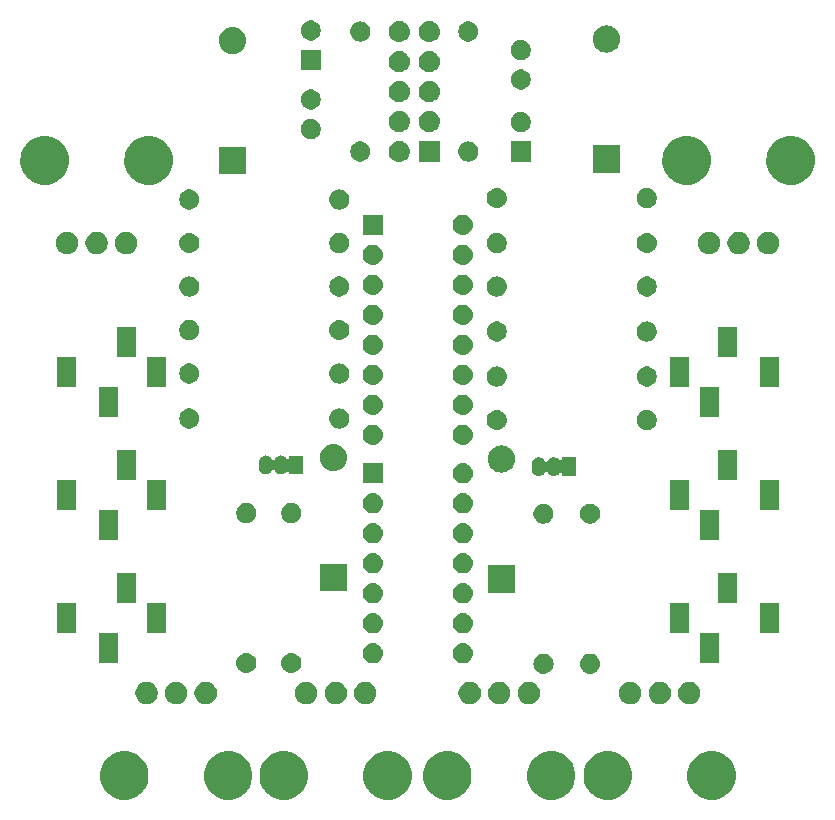
<source format=gbs>
G04 #@! TF.GenerationSoftware,KiCad,Pcbnew,(5.0.2)-1*
G04 #@! TF.CreationDate,2019-03-14T16:01:40+00:00*
G04 #@! TF.ProjectId,vca,7663612e-6b69-4636-9164-5f7063625858,rev?*
G04 #@! TF.SameCoordinates,Original*
G04 #@! TF.FileFunction,Soldermask,Bot*
G04 #@! TF.FilePolarity,Negative*
%FSLAX46Y46*%
G04 Gerber Fmt 4.6, Leading zero omitted, Abs format (unit mm)*
G04 Created by KiCad (PCBNEW (5.0.2)-1) date 14/03/2019 16:01:40*
%MOMM*%
%LPD*%
G01*
G04 APERTURE LIST*
%ADD10C,0.100000*%
G04 APERTURE END LIST*
D10*
G36*
X117099252Y-98626818D02*
X117099254Y-98626819D01*
X117099255Y-98626819D01*
X117472513Y-98781427D01*
X117472514Y-98781428D01*
X117808439Y-99005886D01*
X118094114Y-99291561D01*
X118094116Y-99291564D01*
X118318573Y-99627487D01*
X118473181Y-100000745D01*
X118552000Y-100396994D01*
X118552000Y-100801006D01*
X118473181Y-101197255D01*
X118318573Y-101570513D01*
X118318572Y-101570514D01*
X118094114Y-101906439D01*
X117808439Y-102192114D01*
X117808436Y-102192116D01*
X117472513Y-102416573D01*
X117099255Y-102571181D01*
X117099254Y-102571181D01*
X117099252Y-102571182D01*
X116703007Y-102650000D01*
X116298993Y-102650000D01*
X115902748Y-102571182D01*
X115902746Y-102571181D01*
X115902745Y-102571181D01*
X115529487Y-102416573D01*
X115193564Y-102192116D01*
X115193561Y-102192114D01*
X114907886Y-101906439D01*
X114683428Y-101570514D01*
X114683427Y-101570513D01*
X114528819Y-101197255D01*
X114450000Y-100801006D01*
X114450000Y-100396994D01*
X114528819Y-100000745D01*
X114683427Y-99627487D01*
X114907884Y-99291564D01*
X114907886Y-99291561D01*
X115193561Y-99005886D01*
X115529486Y-98781428D01*
X115529487Y-98781427D01*
X115902745Y-98626819D01*
X115902746Y-98626819D01*
X115902748Y-98626818D01*
X116298993Y-98548000D01*
X116703007Y-98548000D01*
X117099252Y-98626818D01*
X117099252Y-98626818D01*
G37*
G36*
X108299252Y-98626818D02*
X108299254Y-98626819D01*
X108299255Y-98626819D01*
X108672513Y-98781427D01*
X108672514Y-98781428D01*
X109008439Y-99005886D01*
X109294114Y-99291561D01*
X109294116Y-99291564D01*
X109518573Y-99627487D01*
X109673181Y-100000745D01*
X109752000Y-100396994D01*
X109752000Y-100801006D01*
X109673181Y-101197255D01*
X109518573Y-101570513D01*
X109518572Y-101570514D01*
X109294114Y-101906439D01*
X109008439Y-102192114D01*
X109008436Y-102192116D01*
X108672513Y-102416573D01*
X108299255Y-102571181D01*
X108299254Y-102571181D01*
X108299252Y-102571182D01*
X107903007Y-102650000D01*
X107498993Y-102650000D01*
X107102748Y-102571182D01*
X107102746Y-102571181D01*
X107102745Y-102571181D01*
X106729487Y-102416573D01*
X106393564Y-102192116D01*
X106393561Y-102192114D01*
X106107886Y-101906439D01*
X105883428Y-101570514D01*
X105883427Y-101570513D01*
X105728819Y-101197255D01*
X105650000Y-100801006D01*
X105650000Y-100396994D01*
X105728819Y-100000745D01*
X105883427Y-99627487D01*
X106107884Y-99291564D01*
X106107886Y-99291561D01*
X106393561Y-99005886D01*
X106729486Y-98781428D01*
X106729487Y-98781427D01*
X107102745Y-98626819D01*
X107102746Y-98626819D01*
X107102748Y-98626818D01*
X107498993Y-98548000D01*
X107903007Y-98548000D01*
X108299252Y-98626818D01*
X108299252Y-98626818D01*
G37*
G36*
X80867252Y-98626818D02*
X80867254Y-98626819D01*
X80867255Y-98626819D01*
X81240513Y-98781427D01*
X81240514Y-98781428D01*
X81576439Y-99005886D01*
X81862114Y-99291561D01*
X81862116Y-99291564D01*
X82086573Y-99627487D01*
X82241181Y-100000745D01*
X82320000Y-100396994D01*
X82320000Y-100801006D01*
X82241181Y-101197255D01*
X82086573Y-101570513D01*
X82086572Y-101570514D01*
X81862114Y-101906439D01*
X81576439Y-102192114D01*
X81576436Y-102192116D01*
X81240513Y-102416573D01*
X80867255Y-102571181D01*
X80867254Y-102571181D01*
X80867252Y-102571182D01*
X80471007Y-102650000D01*
X80066993Y-102650000D01*
X79670748Y-102571182D01*
X79670746Y-102571181D01*
X79670745Y-102571181D01*
X79297487Y-102416573D01*
X78961564Y-102192116D01*
X78961561Y-102192114D01*
X78675886Y-101906439D01*
X78451428Y-101570514D01*
X78451427Y-101570513D01*
X78296819Y-101197255D01*
X78218000Y-100801006D01*
X78218000Y-100396994D01*
X78296819Y-100000745D01*
X78451427Y-99627487D01*
X78675884Y-99291564D01*
X78675886Y-99291561D01*
X78961561Y-99005886D01*
X79297486Y-98781428D01*
X79297487Y-98781427D01*
X79670745Y-98626819D01*
X79670746Y-98626819D01*
X79670748Y-98626818D01*
X80066993Y-98548000D01*
X80471007Y-98548000D01*
X80867252Y-98626818D01*
X80867252Y-98626818D01*
G37*
G36*
X89667252Y-98626818D02*
X89667254Y-98626819D01*
X89667255Y-98626819D01*
X90040513Y-98781427D01*
X90040514Y-98781428D01*
X90376439Y-99005886D01*
X90662114Y-99291561D01*
X90662116Y-99291564D01*
X90886573Y-99627487D01*
X91041181Y-100000745D01*
X91120000Y-100396994D01*
X91120000Y-100801006D01*
X91041181Y-101197255D01*
X90886573Y-101570513D01*
X90886572Y-101570514D01*
X90662114Y-101906439D01*
X90376439Y-102192114D01*
X90376436Y-102192116D01*
X90040513Y-102416573D01*
X89667255Y-102571181D01*
X89667254Y-102571181D01*
X89667252Y-102571182D01*
X89271007Y-102650000D01*
X88866993Y-102650000D01*
X88470748Y-102571182D01*
X88470746Y-102571181D01*
X88470745Y-102571181D01*
X88097487Y-102416573D01*
X87761564Y-102192116D01*
X87761561Y-102192114D01*
X87475886Y-101906439D01*
X87251428Y-101570514D01*
X87251427Y-101570513D01*
X87096819Y-101197255D01*
X87018000Y-100801006D01*
X87018000Y-100396994D01*
X87096819Y-100000745D01*
X87251427Y-99627487D01*
X87475884Y-99291564D01*
X87475886Y-99291561D01*
X87761561Y-99005886D01*
X88097486Y-98781428D01*
X88097487Y-98781427D01*
X88470745Y-98626819D01*
X88470746Y-98626819D01*
X88470748Y-98626818D01*
X88866993Y-98548000D01*
X89271007Y-98548000D01*
X89667252Y-98626818D01*
X89667252Y-98626818D01*
G37*
G36*
X67358252Y-98626818D02*
X67358254Y-98626819D01*
X67358255Y-98626819D01*
X67731513Y-98781427D01*
X67731514Y-98781428D01*
X68067439Y-99005886D01*
X68353114Y-99291561D01*
X68353116Y-99291564D01*
X68577573Y-99627487D01*
X68732181Y-100000745D01*
X68811000Y-100396994D01*
X68811000Y-100801006D01*
X68732181Y-101197255D01*
X68577573Y-101570513D01*
X68577572Y-101570514D01*
X68353114Y-101906439D01*
X68067439Y-102192114D01*
X68067436Y-102192116D01*
X67731513Y-102416573D01*
X67358255Y-102571181D01*
X67358254Y-102571181D01*
X67358252Y-102571182D01*
X66962007Y-102650000D01*
X66557993Y-102650000D01*
X66161748Y-102571182D01*
X66161746Y-102571181D01*
X66161745Y-102571181D01*
X65788487Y-102416573D01*
X65452564Y-102192116D01*
X65452561Y-102192114D01*
X65166886Y-101906439D01*
X64942428Y-101570514D01*
X64942427Y-101570513D01*
X64787819Y-101197255D01*
X64709000Y-100801006D01*
X64709000Y-100396994D01*
X64787819Y-100000745D01*
X64942427Y-99627487D01*
X65166884Y-99291564D01*
X65166886Y-99291561D01*
X65452561Y-99005886D01*
X65788486Y-98781428D01*
X65788487Y-98781427D01*
X66161745Y-98626819D01*
X66161746Y-98626819D01*
X66161748Y-98626818D01*
X66557993Y-98548000D01*
X66962007Y-98548000D01*
X67358252Y-98626818D01*
X67358252Y-98626818D01*
G37*
G36*
X103510252Y-98626818D02*
X103510254Y-98626819D01*
X103510255Y-98626819D01*
X103883513Y-98781427D01*
X103883514Y-98781428D01*
X104219439Y-99005886D01*
X104505114Y-99291561D01*
X104505116Y-99291564D01*
X104729573Y-99627487D01*
X104884181Y-100000745D01*
X104963000Y-100396994D01*
X104963000Y-100801006D01*
X104884181Y-101197255D01*
X104729573Y-101570513D01*
X104729572Y-101570514D01*
X104505114Y-101906439D01*
X104219439Y-102192114D01*
X104219436Y-102192116D01*
X103883513Y-102416573D01*
X103510255Y-102571181D01*
X103510254Y-102571181D01*
X103510252Y-102571182D01*
X103114007Y-102650000D01*
X102709993Y-102650000D01*
X102313748Y-102571182D01*
X102313746Y-102571181D01*
X102313745Y-102571181D01*
X101940487Y-102416573D01*
X101604564Y-102192116D01*
X101604561Y-102192114D01*
X101318886Y-101906439D01*
X101094428Y-101570514D01*
X101094427Y-101570513D01*
X100939819Y-101197255D01*
X100861000Y-100801006D01*
X100861000Y-100396994D01*
X100939819Y-100000745D01*
X101094427Y-99627487D01*
X101318884Y-99291564D01*
X101318886Y-99291561D01*
X101604561Y-99005886D01*
X101940486Y-98781428D01*
X101940487Y-98781427D01*
X102313745Y-98626819D01*
X102313746Y-98626819D01*
X102313748Y-98626818D01*
X102709993Y-98548000D01*
X103114007Y-98548000D01*
X103510252Y-98626818D01*
X103510252Y-98626818D01*
G37*
G36*
X76158252Y-98626818D02*
X76158254Y-98626819D01*
X76158255Y-98626819D01*
X76531513Y-98781427D01*
X76531514Y-98781428D01*
X76867439Y-99005886D01*
X77153114Y-99291561D01*
X77153116Y-99291564D01*
X77377573Y-99627487D01*
X77532181Y-100000745D01*
X77611000Y-100396994D01*
X77611000Y-100801006D01*
X77532181Y-101197255D01*
X77377573Y-101570513D01*
X77377572Y-101570514D01*
X77153114Y-101906439D01*
X76867439Y-102192114D01*
X76867436Y-102192116D01*
X76531513Y-102416573D01*
X76158255Y-102571181D01*
X76158254Y-102571181D01*
X76158252Y-102571182D01*
X75762007Y-102650000D01*
X75357993Y-102650000D01*
X74961748Y-102571182D01*
X74961746Y-102571181D01*
X74961745Y-102571181D01*
X74588487Y-102416573D01*
X74252564Y-102192116D01*
X74252561Y-102192114D01*
X73966886Y-101906439D01*
X73742428Y-101570514D01*
X73742427Y-101570513D01*
X73587819Y-101197255D01*
X73509000Y-100801006D01*
X73509000Y-100396994D01*
X73587819Y-100000745D01*
X73742427Y-99627487D01*
X73966884Y-99291564D01*
X73966886Y-99291561D01*
X74252561Y-99005886D01*
X74588486Y-98781428D01*
X74588487Y-98781427D01*
X74961745Y-98626819D01*
X74961746Y-98626819D01*
X74961748Y-98626818D01*
X75357993Y-98548000D01*
X75762007Y-98548000D01*
X76158252Y-98626818D01*
X76158252Y-98626818D01*
G37*
G36*
X94710252Y-98626818D02*
X94710254Y-98626819D01*
X94710255Y-98626819D01*
X95083513Y-98781427D01*
X95083514Y-98781428D01*
X95419439Y-99005886D01*
X95705114Y-99291561D01*
X95705116Y-99291564D01*
X95929573Y-99627487D01*
X96084181Y-100000745D01*
X96163000Y-100396994D01*
X96163000Y-100801006D01*
X96084181Y-101197255D01*
X95929573Y-101570513D01*
X95929572Y-101570514D01*
X95705114Y-101906439D01*
X95419439Y-102192114D01*
X95419436Y-102192116D01*
X95083513Y-102416573D01*
X94710255Y-102571181D01*
X94710254Y-102571181D01*
X94710252Y-102571182D01*
X94314007Y-102650000D01*
X93909993Y-102650000D01*
X93513748Y-102571182D01*
X93513746Y-102571181D01*
X93513745Y-102571181D01*
X93140487Y-102416573D01*
X92804564Y-102192116D01*
X92804561Y-102192114D01*
X92518886Y-101906439D01*
X92294428Y-101570514D01*
X92294427Y-101570513D01*
X92139819Y-101197255D01*
X92061000Y-100801006D01*
X92061000Y-100396994D01*
X92139819Y-100000745D01*
X92294427Y-99627487D01*
X92518884Y-99291564D01*
X92518886Y-99291561D01*
X92804561Y-99005886D01*
X93140486Y-98781428D01*
X93140487Y-98781427D01*
X93513745Y-98626819D01*
X93513746Y-98626819D01*
X93513748Y-98626818D01*
X93909993Y-98548000D01*
X94314007Y-98548000D01*
X94710252Y-98626818D01*
X94710252Y-98626818D01*
G37*
G36*
X112378396Y-92684546D02*
X112551466Y-92756234D01*
X112707230Y-92860312D01*
X112839688Y-92992770D01*
X112943766Y-93148534D01*
X113015454Y-93321604D01*
X113052000Y-93505333D01*
X113052000Y-93692667D01*
X113015454Y-93876396D01*
X112943766Y-94049466D01*
X112839688Y-94205230D01*
X112707230Y-94337688D01*
X112551466Y-94441766D01*
X112378396Y-94513454D01*
X112194667Y-94550000D01*
X112007333Y-94550000D01*
X111823604Y-94513454D01*
X111650534Y-94441766D01*
X111494770Y-94337688D01*
X111362312Y-94205230D01*
X111258234Y-94049466D01*
X111186546Y-93876396D01*
X111150000Y-93692667D01*
X111150000Y-93505333D01*
X111186546Y-93321604D01*
X111258234Y-93148534D01*
X111362312Y-92992770D01*
X111494770Y-92860312D01*
X111650534Y-92756234D01*
X111823604Y-92684546D01*
X112007333Y-92648000D01*
X112194667Y-92648000D01*
X112378396Y-92684546D01*
X112378396Y-92684546D01*
G37*
G36*
X98789396Y-92684546D02*
X98962466Y-92756234D01*
X99118230Y-92860312D01*
X99250688Y-92992770D01*
X99354766Y-93148534D01*
X99426454Y-93321604D01*
X99463000Y-93505333D01*
X99463000Y-93692667D01*
X99426454Y-93876396D01*
X99354766Y-94049466D01*
X99250688Y-94205230D01*
X99118230Y-94337688D01*
X98962466Y-94441766D01*
X98789396Y-94513454D01*
X98605667Y-94550000D01*
X98418333Y-94550000D01*
X98234604Y-94513454D01*
X98061534Y-94441766D01*
X97905770Y-94337688D01*
X97773312Y-94205230D01*
X97669234Y-94049466D01*
X97597546Y-93876396D01*
X97561000Y-93692667D01*
X97561000Y-93505333D01*
X97597546Y-93321604D01*
X97669234Y-93148534D01*
X97773312Y-92992770D01*
X97905770Y-92860312D01*
X98061534Y-92756234D01*
X98234604Y-92684546D01*
X98418333Y-92648000D01*
X98605667Y-92648000D01*
X98789396Y-92684546D01*
X98789396Y-92684546D01*
G37*
G36*
X96289396Y-92684546D02*
X96462466Y-92756234D01*
X96618230Y-92860312D01*
X96750688Y-92992770D01*
X96854766Y-93148534D01*
X96926454Y-93321604D01*
X96963000Y-93505333D01*
X96963000Y-93692667D01*
X96926454Y-93876396D01*
X96854766Y-94049466D01*
X96750688Y-94205230D01*
X96618230Y-94337688D01*
X96462466Y-94441766D01*
X96289396Y-94513454D01*
X96105667Y-94550000D01*
X95918333Y-94550000D01*
X95734604Y-94513454D01*
X95561534Y-94441766D01*
X95405770Y-94337688D01*
X95273312Y-94205230D01*
X95169234Y-94049466D01*
X95097546Y-93876396D01*
X95061000Y-93692667D01*
X95061000Y-93505333D01*
X95097546Y-93321604D01*
X95169234Y-93148534D01*
X95273312Y-92992770D01*
X95405770Y-92860312D01*
X95561534Y-92756234D01*
X95734604Y-92684546D01*
X95918333Y-92648000D01*
X96105667Y-92648000D01*
X96289396Y-92684546D01*
X96289396Y-92684546D01*
G37*
G36*
X109878396Y-92684546D02*
X110051466Y-92756234D01*
X110207230Y-92860312D01*
X110339688Y-92992770D01*
X110443766Y-93148534D01*
X110515454Y-93321604D01*
X110552000Y-93505333D01*
X110552000Y-93692667D01*
X110515454Y-93876396D01*
X110443766Y-94049466D01*
X110339688Y-94205230D01*
X110207230Y-94337688D01*
X110051466Y-94441766D01*
X109878396Y-94513454D01*
X109694667Y-94550000D01*
X109507333Y-94550000D01*
X109323604Y-94513454D01*
X109150534Y-94441766D01*
X108994770Y-94337688D01*
X108862312Y-94205230D01*
X108758234Y-94049466D01*
X108686546Y-93876396D01*
X108650000Y-93692667D01*
X108650000Y-93505333D01*
X108686546Y-93321604D01*
X108758234Y-93148534D01*
X108862312Y-92992770D01*
X108994770Y-92860312D01*
X109150534Y-92756234D01*
X109323604Y-92684546D01*
X109507333Y-92648000D01*
X109694667Y-92648000D01*
X109878396Y-92684546D01*
X109878396Y-92684546D01*
G37*
G36*
X114878396Y-92684546D02*
X115051466Y-92756234D01*
X115207230Y-92860312D01*
X115339688Y-92992770D01*
X115443766Y-93148534D01*
X115515454Y-93321604D01*
X115552000Y-93505333D01*
X115552000Y-93692667D01*
X115515454Y-93876396D01*
X115443766Y-94049466D01*
X115339688Y-94205230D01*
X115207230Y-94337688D01*
X115051466Y-94441766D01*
X114878396Y-94513454D01*
X114694667Y-94550000D01*
X114507333Y-94550000D01*
X114323604Y-94513454D01*
X114150534Y-94441766D01*
X113994770Y-94337688D01*
X113862312Y-94205230D01*
X113758234Y-94049466D01*
X113686546Y-93876396D01*
X113650000Y-93692667D01*
X113650000Y-93505333D01*
X113686546Y-93321604D01*
X113758234Y-93148534D01*
X113862312Y-92992770D01*
X113994770Y-92860312D01*
X114150534Y-92756234D01*
X114323604Y-92684546D01*
X114507333Y-92648000D01*
X114694667Y-92648000D01*
X114878396Y-92684546D01*
X114878396Y-92684546D01*
G37*
G36*
X68937396Y-92684546D02*
X69110466Y-92756234D01*
X69266230Y-92860312D01*
X69398688Y-92992770D01*
X69502766Y-93148534D01*
X69574454Y-93321604D01*
X69611000Y-93505333D01*
X69611000Y-93692667D01*
X69574454Y-93876396D01*
X69502766Y-94049466D01*
X69398688Y-94205230D01*
X69266230Y-94337688D01*
X69110466Y-94441766D01*
X68937396Y-94513454D01*
X68753667Y-94550000D01*
X68566333Y-94550000D01*
X68382604Y-94513454D01*
X68209534Y-94441766D01*
X68053770Y-94337688D01*
X67921312Y-94205230D01*
X67817234Y-94049466D01*
X67745546Y-93876396D01*
X67709000Y-93692667D01*
X67709000Y-93505333D01*
X67745546Y-93321604D01*
X67817234Y-93148534D01*
X67921312Y-92992770D01*
X68053770Y-92860312D01*
X68209534Y-92756234D01*
X68382604Y-92684546D01*
X68566333Y-92648000D01*
X68753667Y-92648000D01*
X68937396Y-92684546D01*
X68937396Y-92684546D01*
G37*
G36*
X71437396Y-92684546D02*
X71610466Y-92756234D01*
X71766230Y-92860312D01*
X71898688Y-92992770D01*
X72002766Y-93148534D01*
X72074454Y-93321604D01*
X72111000Y-93505333D01*
X72111000Y-93692667D01*
X72074454Y-93876396D01*
X72002766Y-94049466D01*
X71898688Y-94205230D01*
X71766230Y-94337688D01*
X71610466Y-94441766D01*
X71437396Y-94513454D01*
X71253667Y-94550000D01*
X71066333Y-94550000D01*
X70882604Y-94513454D01*
X70709534Y-94441766D01*
X70553770Y-94337688D01*
X70421312Y-94205230D01*
X70317234Y-94049466D01*
X70245546Y-93876396D01*
X70209000Y-93692667D01*
X70209000Y-93505333D01*
X70245546Y-93321604D01*
X70317234Y-93148534D01*
X70421312Y-92992770D01*
X70553770Y-92860312D01*
X70709534Y-92756234D01*
X70882604Y-92684546D01*
X71066333Y-92648000D01*
X71253667Y-92648000D01*
X71437396Y-92684546D01*
X71437396Y-92684546D01*
G37*
G36*
X73937396Y-92684546D02*
X74110466Y-92756234D01*
X74266230Y-92860312D01*
X74398688Y-92992770D01*
X74502766Y-93148534D01*
X74574454Y-93321604D01*
X74611000Y-93505333D01*
X74611000Y-93692667D01*
X74574454Y-93876396D01*
X74502766Y-94049466D01*
X74398688Y-94205230D01*
X74266230Y-94337688D01*
X74110466Y-94441766D01*
X73937396Y-94513454D01*
X73753667Y-94550000D01*
X73566333Y-94550000D01*
X73382604Y-94513454D01*
X73209534Y-94441766D01*
X73053770Y-94337688D01*
X72921312Y-94205230D01*
X72817234Y-94049466D01*
X72745546Y-93876396D01*
X72709000Y-93692667D01*
X72709000Y-93505333D01*
X72745546Y-93321604D01*
X72817234Y-93148534D01*
X72921312Y-92992770D01*
X73053770Y-92860312D01*
X73209534Y-92756234D01*
X73382604Y-92684546D01*
X73566333Y-92648000D01*
X73753667Y-92648000D01*
X73937396Y-92684546D01*
X73937396Y-92684546D01*
G37*
G36*
X82446396Y-92684546D02*
X82619466Y-92756234D01*
X82775230Y-92860312D01*
X82907688Y-92992770D01*
X83011766Y-93148534D01*
X83083454Y-93321604D01*
X83120000Y-93505333D01*
X83120000Y-93692667D01*
X83083454Y-93876396D01*
X83011766Y-94049466D01*
X82907688Y-94205230D01*
X82775230Y-94337688D01*
X82619466Y-94441766D01*
X82446396Y-94513454D01*
X82262667Y-94550000D01*
X82075333Y-94550000D01*
X81891604Y-94513454D01*
X81718534Y-94441766D01*
X81562770Y-94337688D01*
X81430312Y-94205230D01*
X81326234Y-94049466D01*
X81254546Y-93876396D01*
X81218000Y-93692667D01*
X81218000Y-93505333D01*
X81254546Y-93321604D01*
X81326234Y-93148534D01*
X81430312Y-92992770D01*
X81562770Y-92860312D01*
X81718534Y-92756234D01*
X81891604Y-92684546D01*
X82075333Y-92648000D01*
X82262667Y-92648000D01*
X82446396Y-92684546D01*
X82446396Y-92684546D01*
G37*
G36*
X84946396Y-92684546D02*
X85119466Y-92756234D01*
X85275230Y-92860312D01*
X85407688Y-92992770D01*
X85511766Y-93148534D01*
X85583454Y-93321604D01*
X85620000Y-93505333D01*
X85620000Y-93692667D01*
X85583454Y-93876396D01*
X85511766Y-94049466D01*
X85407688Y-94205230D01*
X85275230Y-94337688D01*
X85119466Y-94441766D01*
X84946396Y-94513454D01*
X84762667Y-94550000D01*
X84575333Y-94550000D01*
X84391604Y-94513454D01*
X84218534Y-94441766D01*
X84062770Y-94337688D01*
X83930312Y-94205230D01*
X83826234Y-94049466D01*
X83754546Y-93876396D01*
X83718000Y-93692667D01*
X83718000Y-93505333D01*
X83754546Y-93321604D01*
X83826234Y-93148534D01*
X83930312Y-92992770D01*
X84062770Y-92860312D01*
X84218534Y-92756234D01*
X84391604Y-92684546D01*
X84575333Y-92648000D01*
X84762667Y-92648000D01*
X84946396Y-92684546D01*
X84946396Y-92684546D01*
G37*
G36*
X87446396Y-92684546D02*
X87619466Y-92756234D01*
X87775230Y-92860312D01*
X87907688Y-92992770D01*
X88011766Y-93148534D01*
X88083454Y-93321604D01*
X88120000Y-93505333D01*
X88120000Y-93692667D01*
X88083454Y-93876396D01*
X88011766Y-94049466D01*
X87907688Y-94205230D01*
X87775230Y-94337688D01*
X87619466Y-94441766D01*
X87446396Y-94513454D01*
X87262667Y-94550000D01*
X87075333Y-94550000D01*
X86891604Y-94513454D01*
X86718534Y-94441766D01*
X86562770Y-94337688D01*
X86430312Y-94205230D01*
X86326234Y-94049466D01*
X86254546Y-93876396D01*
X86218000Y-93692667D01*
X86218000Y-93505333D01*
X86254546Y-93321604D01*
X86326234Y-93148534D01*
X86430312Y-92992770D01*
X86562770Y-92860312D01*
X86718534Y-92756234D01*
X86891604Y-92684546D01*
X87075333Y-92648000D01*
X87262667Y-92648000D01*
X87446396Y-92684546D01*
X87446396Y-92684546D01*
G37*
G36*
X101289396Y-92684546D02*
X101462466Y-92756234D01*
X101618230Y-92860312D01*
X101750688Y-92992770D01*
X101854766Y-93148534D01*
X101926454Y-93321604D01*
X101963000Y-93505333D01*
X101963000Y-93692667D01*
X101926454Y-93876396D01*
X101854766Y-94049466D01*
X101750688Y-94205230D01*
X101618230Y-94337688D01*
X101462466Y-94441766D01*
X101289396Y-94513454D01*
X101105667Y-94550000D01*
X100918333Y-94550000D01*
X100734604Y-94513454D01*
X100561534Y-94441766D01*
X100405770Y-94337688D01*
X100273312Y-94205230D01*
X100169234Y-94049466D01*
X100097546Y-93876396D01*
X100061000Y-93692667D01*
X100061000Y-93505333D01*
X100097546Y-93321604D01*
X100169234Y-93148534D01*
X100273312Y-92992770D01*
X100405770Y-92860312D01*
X100561534Y-92756234D01*
X100734604Y-92684546D01*
X100918333Y-92648000D01*
X101105667Y-92648000D01*
X101289396Y-92684546D01*
X101289396Y-92684546D01*
G37*
G36*
X106358593Y-90280086D02*
X106358596Y-90280087D01*
X106358597Y-90280087D01*
X106519011Y-90328748D01*
X106519013Y-90328749D01*
X106519016Y-90328750D01*
X106666850Y-90407768D01*
X106796431Y-90514114D01*
X106902777Y-90643695D01*
X106981795Y-90791529D01*
X106981796Y-90791532D01*
X106981797Y-90791534D01*
X107029869Y-90950006D01*
X107030459Y-90951952D01*
X107046889Y-91118773D01*
X107030459Y-91285594D01*
X106981795Y-91446017D01*
X106902777Y-91593851D01*
X106796431Y-91723432D01*
X106666850Y-91829778D01*
X106519016Y-91908796D01*
X106519013Y-91908797D01*
X106519011Y-91908798D01*
X106358597Y-91957459D01*
X106358596Y-91957459D01*
X106358593Y-91957460D01*
X106233576Y-91969773D01*
X106149968Y-91969773D01*
X106024951Y-91957460D01*
X106024948Y-91957459D01*
X106024947Y-91957459D01*
X105864533Y-91908798D01*
X105864531Y-91908797D01*
X105864528Y-91908796D01*
X105716694Y-91829778D01*
X105587113Y-91723432D01*
X105480767Y-91593851D01*
X105401749Y-91446017D01*
X105353085Y-91285594D01*
X105336655Y-91118773D01*
X105353085Y-90951952D01*
X105353675Y-90950006D01*
X105401747Y-90791534D01*
X105401748Y-90791532D01*
X105401749Y-90791529D01*
X105480767Y-90643695D01*
X105587113Y-90514114D01*
X105716694Y-90407768D01*
X105864528Y-90328750D01*
X105864531Y-90328749D01*
X105864533Y-90328748D01*
X106024947Y-90280087D01*
X106024948Y-90280087D01*
X106024951Y-90280086D01*
X106149968Y-90267773D01*
X106233576Y-90267773D01*
X106358593Y-90280086D01*
X106358593Y-90280086D01*
G37*
G36*
X102421593Y-90280086D02*
X102421596Y-90280087D01*
X102421597Y-90280087D01*
X102582011Y-90328748D01*
X102582013Y-90328749D01*
X102582016Y-90328750D01*
X102729850Y-90407768D01*
X102859431Y-90514114D01*
X102965777Y-90643695D01*
X103044795Y-90791529D01*
X103044796Y-90791532D01*
X103044797Y-90791534D01*
X103092869Y-90950006D01*
X103093459Y-90951952D01*
X103109889Y-91118773D01*
X103093459Y-91285594D01*
X103044795Y-91446017D01*
X102965777Y-91593851D01*
X102859431Y-91723432D01*
X102729850Y-91829778D01*
X102582016Y-91908796D01*
X102582013Y-91908797D01*
X102582011Y-91908798D01*
X102421597Y-91957459D01*
X102421596Y-91957459D01*
X102421593Y-91957460D01*
X102296576Y-91969773D01*
X102212968Y-91969773D01*
X102087951Y-91957460D01*
X102087948Y-91957459D01*
X102087947Y-91957459D01*
X101927533Y-91908798D01*
X101927531Y-91908797D01*
X101927528Y-91908796D01*
X101779694Y-91829778D01*
X101650113Y-91723432D01*
X101543767Y-91593851D01*
X101464749Y-91446017D01*
X101416085Y-91285594D01*
X101399655Y-91118773D01*
X101416085Y-90951952D01*
X101416675Y-90950006D01*
X101464747Y-90791534D01*
X101464748Y-90791532D01*
X101464749Y-90791529D01*
X101543767Y-90643695D01*
X101650113Y-90514114D01*
X101779694Y-90407768D01*
X101927528Y-90328750D01*
X101927531Y-90328749D01*
X101927533Y-90328748D01*
X102087947Y-90280087D01*
X102087948Y-90280087D01*
X102087951Y-90280086D01*
X102212968Y-90267773D01*
X102296576Y-90267773D01*
X102421593Y-90280086D01*
X102421593Y-90280086D01*
G37*
G36*
X81065821Y-90220313D02*
X81065824Y-90220314D01*
X81065825Y-90220314D01*
X81226239Y-90268975D01*
X81226241Y-90268976D01*
X81226244Y-90268977D01*
X81374078Y-90347995D01*
X81503659Y-90454341D01*
X81610005Y-90583922D01*
X81689023Y-90731756D01*
X81737687Y-90892179D01*
X81754117Y-91059000D01*
X81737687Y-91225821D01*
X81689023Y-91386244D01*
X81610005Y-91534078D01*
X81503659Y-91663659D01*
X81374078Y-91770005D01*
X81226244Y-91849023D01*
X81226241Y-91849024D01*
X81226239Y-91849025D01*
X81065825Y-91897686D01*
X81065824Y-91897686D01*
X81065821Y-91897687D01*
X80940804Y-91910000D01*
X80857196Y-91910000D01*
X80732179Y-91897687D01*
X80732176Y-91897686D01*
X80732175Y-91897686D01*
X80571761Y-91849025D01*
X80571759Y-91849024D01*
X80571756Y-91849023D01*
X80423922Y-91770005D01*
X80294341Y-91663659D01*
X80187995Y-91534078D01*
X80108977Y-91386244D01*
X80060313Y-91225821D01*
X80043883Y-91059000D01*
X80060313Y-90892179D01*
X80108977Y-90731756D01*
X80187995Y-90583922D01*
X80294341Y-90454341D01*
X80423922Y-90347995D01*
X80571756Y-90268977D01*
X80571759Y-90268976D01*
X80571761Y-90268975D01*
X80732175Y-90220314D01*
X80732176Y-90220314D01*
X80732179Y-90220313D01*
X80857196Y-90208000D01*
X80940804Y-90208000D01*
X81065821Y-90220313D01*
X81065821Y-90220313D01*
G37*
G36*
X77255821Y-90220313D02*
X77255824Y-90220314D01*
X77255825Y-90220314D01*
X77416239Y-90268975D01*
X77416241Y-90268976D01*
X77416244Y-90268977D01*
X77564078Y-90347995D01*
X77693659Y-90454341D01*
X77800005Y-90583922D01*
X77879023Y-90731756D01*
X77927687Y-90892179D01*
X77944117Y-91059000D01*
X77927687Y-91225821D01*
X77879023Y-91386244D01*
X77800005Y-91534078D01*
X77693659Y-91663659D01*
X77564078Y-91770005D01*
X77416244Y-91849023D01*
X77416241Y-91849024D01*
X77416239Y-91849025D01*
X77255825Y-91897686D01*
X77255824Y-91897686D01*
X77255821Y-91897687D01*
X77130804Y-91910000D01*
X77047196Y-91910000D01*
X76922179Y-91897687D01*
X76922176Y-91897686D01*
X76922175Y-91897686D01*
X76761761Y-91849025D01*
X76761759Y-91849024D01*
X76761756Y-91849023D01*
X76613922Y-91770005D01*
X76484341Y-91663659D01*
X76377995Y-91534078D01*
X76298977Y-91386244D01*
X76250313Y-91225821D01*
X76233883Y-91059000D01*
X76250313Y-90892179D01*
X76298977Y-90731756D01*
X76377995Y-90583922D01*
X76484341Y-90454341D01*
X76613922Y-90347995D01*
X76761756Y-90268977D01*
X76761759Y-90268976D01*
X76761761Y-90268975D01*
X76922175Y-90220314D01*
X76922176Y-90220314D01*
X76922179Y-90220313D01*
X77047196Y-90208000D01*
X77130804Y-90208000D01*
X77255821Y-90220313D01*
X77255821Y-90220313D01*
G37*
G36*
X95594822Y-89400314D02*
X95594825Y-89400315D01*
X95594826Y-89400315D01*
X95755240Y-89448976D01*
X95755242Y-89448977D01*
X95755245Y-89448978D01*
X95903079Y-89527996D01*
X96032660Y-89634342D01*
X96139006Y-89763923D01*
X96218024Y-89911757D01*
X96266688Y-90072180D01*
X96283118Y-90239001D01*
X96266688Y-90405822D01*
X96266687Y-90405825D01*
X96266687Y-90405826D01*
X96266098Y-90407769D01*
X96218024Y-90566245D01*
X96139006Y-90714079D01*
X96032660Y-90843660D01*
X95903079Y-90950006D01*
X95755245Y-91029024D01*
X95755242Y-91029025D01*
X95755240Y-91029026D01*
X95594826Y-91077687D01*
X95594825Y-91077687D01*
X95594822Y-91077688D01*
X95469805Y-91090001D01*
X95386197Y-91090001D01*
X95261180Y-91077688D01*
X95261177Y-91077687D01*
X95261176Y-91077687D01*
X95100762Y-91029026D01*
X95100760Y-91029025D01*
X95100757Y-91029024D01*
X94952923Y-90950006D01*
X94823342Y-90843660D01*
X94716996Y-90714079D01*
X94637978Y-90566245D01*
X94589905Y-90407769D01*
X94589315Y-90405826D01*
X94589315Y-90405825D01*
X94589314Y-90405822D01*
X94572884Y-90239001D01*
X94589314Y-90072180D01*
X94637978Y-89911757D01*
X94716996Y-89763923D01*
X94823342Y-89634342D01*
X94952923Y-89527996D01*
X95100757Y-89448978D01*
X95100760Y-89448977D01*
X95100762Y-89448976D01*
X95261176Y-89400315D01*
X95261177Y-89400315D01*
X95261180Y-89400314D01*
X95386197Y-89388001D01*
X95469805Y-89388001D01*
X95594822Y-89400314D01*
X95594822Y-89400314D01*
G37*
G36*
X87974822Y-89400314D02*
X87974825Y-89400315D01*
X87974826Y-89400315D01*
X88135240Y-89448976D01*
X88135242Y-89448977D01*
X88135245Y-89448978D01*
X88283079Y-89527996D01*
X88412660Y-89634342D01*
X88519006Y-89763923D01*
X88598024Y-89911757D01*
X88646688Y-90072180D01*
X88663118Y-90239001D01*
X88646688Y-90405822D01*
X88646687Y-90405825D01*
X88646687Y-90405826D01*
X88646098Y-90407769D01*
X88598024Y-90566245D01*
X88519006Y-90714079D01*
X88412660Y-90843660D01*
X88283079Y-90950006D01*
X88135245Y-91029024D01*
X88135242Y-91029025D01*
X88135240Y-91029026D01*
X87974826Y-91077687D01*
X87974825Y-91077687D01*
X87974822Y-91077688D01*
X87849805Y-91090001D01*
X87766197Y-91090001D01*
X87641180Y-91077688D01*
X87641177Y-91077687D01*
X87641176Y-91077687D01*
X87480762Y-91029026D01*
X87480760Y-91029025D01*
X87480757Y-91029024D01*
X87332923Y-90950006D01*
X87203342Y-90843660D01*
X87096996Y-90714079D01*
X87017978Y-90566245D01*
X86969905Y-90407769D01*
X86969315Y-90405826D01*
X86969315Y-90405825D01*
X86969314Y-90405822D01*
X86952884Y-90239001D01*
X86969314Y-90072180D01*
X87017978Y-89911757D01*
X87096996Y-89763923D01*
X87203342Y-89634342D01*
X87332923Y-89527996D01*
X87480757Y-89448978D01*
X87480760Y-89448977D01*
X87480762Y-89448976D01*
X87641176Y-89400315D01*
X87641177Y-89400315D01*
X87641180Y-89400314D01*
X87766197Y-89388001D01*
X87849805Y-89388001D01*
X87974822Y-89400314D01*
X87974822Y-89400314D01*
G37*
G36*
X117133000Y-91090000D02*
X115531000Y-91090000D01*
X115531000Y-88488000D01*
X117133000Y-88488000D01*
X117133000Y-91090000D01*
X117133000Y-91090000D01*
G37*
G36*
X66206000Y-91090000D02*
X64604000Y-91090000D01*
X64604000Y-88488000D01*
X66206000Y-88488000D01*
X66206000Y-91090000D01*
X66206000Y-91090000D01*
G37*
G36*
X87974822Y-86860314D02*
X87974825Y-86860315D01*
X87974826Y-86860315D01*
X88135240Y-86908976D01*
X88135242Y-86908977D01*
X88135245Y-86908978D01*
X88283079Y-86987996D01*
X88412660Y-87094342D01*
X88519006Y-87223923D01*
X88598024Y-87371757D01*
X88646688Y-87532180D01*
X88663118Y-87699001D01*
X88646688Y-87865822D01*
X88598024Y-88026245D01*
X88519006Y-88174079D01*
X88412660Y-88303660D01*
X88283079Y-88410006D01*
X88135245Y-88489024D01*
X88135242Y-88489025D01*
X88135240Y-88489026D01*
X87974826Y-88537687D01*
X87974825Y-88537687D01*
X87974822Y-88537688D01*
X87849805Y-88550001D01*
X87766197Y-88550001D01*
X87641180Y-88537688D01*
X87641177Y-88537687D01*
X87641176Y-88537687D01*
X87480762Y-88489026D01*
X87480760Y-88489025D01*
X87480757Y-88489024D01*
X87332923Y-88410006D01*
X87203342Y-88303660D01*
X87096996Y-88174079D01*
X87017978Y-88026245D01*
X86969314Y-87865822D01*
X86952884Y-87699001D01*
X86969314Y-87532180D01*
X87017978Y-87371757D01*
X87096996Y-87223923D01*
X87203342Y-87094342D01*
X87332923Y-86987996D01*
X87480757Y-86908978D01*
X87480760Y-86908977D01*
X87480762Y-86908976D01*
X87641176Y-86860315D01*
X87641177Y-86860315D01*
X87641180Y-86860314D01*
X87766197Y-86848001D01*
X87849805Y-86848001D01*
X87974822Y-86860314D01*
X87974822Y-86860314D01*
G37*
G36*
X95594822Y-86860314D02*
X95594825Y-86860315D01*
X95594826Y-86860315D01*
X95755240Y-86908976D01*
X95755242Y-86908977D01*
X95755245Y-86908978D01*
X95903079Y-86987996D01*
X96032660Y-87094342D01*
X96139006Y-87223923D01*
X96218024Y-87371757D01*
X96266688Y-87532180D01*
X96283118Y-87699001D01*
X96266688Y-87865822D01*
X96218024Y-88026245D01*
X96139006Y-88174079D01*
X96032660Y-88303660D01*
X95903079Y-88410006D01*
X95755245Y-88489024D01*
X95755242Y-88489025D01*
X95755240Y-88489026D01*
X95594826Y-88537687D01*
X95594825Y-88537687D01*
X95594822Y-88537688D01*
X95469805Y-88550001D01*
X95386197Y-88550001D01*
X95261180Y-88537688D01*
X95261177Y-88537687D01*
X95261176Y-88537687D01*
X95100762Y-88489026D01*
X95100760Y-88489025D01*
X95100757Y-88489024D01*
X94952923Y-88410006D01*
X94823342Y-88303660D01*
X94716996Y-88174079D01*
X94637978Y-88026245D01*
X94589314Y-87865822D01*
X94572884Y-87699001D01*
X94589314Y-87532180D01*
X94637978Y-87371757D01*
X94716996Y-87223923D01*
X94823342Y-87094342D01*
X94952923Y-86987996D01*
X95100757Y-86908978D01*
X95100760Y-86908977D01*
X95100762Y-86908976D01*
X95261176Y-86860315D01*
X95261177Y-86860315D01*
X95261180Y-86860314D01*
X95386197Y-86848001D01*
X95469805Y-86848001D01*
X95594822Y-86860314D01*
X95594822Y-86860314D01*
G37*
G36*
X114593000Y-88550000D02*
X112991000Y-88550000D01*
X112991000Y-85948000D01*
X114593000Y-85948000D01*
X114593000Y-88550000D01*
X114593000Y-88550000D01*
G37*
G36*
X62650000Y-88550000D02*
X61048000Y-88550000D01*
X61048000Y-85948000D01*
X62650000Y-85948000D01*
X62650000Y-88550000D01*
X62650000Y-88550000D01*
G37*
G36*
X70270000Y-88550000D02*
X68668000Y-88550000D01*
X68668000Y-85948000D01*
X70270000Y-85948000D01*
X70270000Y-88550000D01*
X70270000Y-88550000D01*
G37*
G36*
X122213000Y-88550000D02*
X120611000Y-88550000D01*
X120611000Y-85948000D01*
X122213000Y-85948000D01*
X122213000Y-88550000D01*
X122213000Y-88550000D01*
G37*
G36*
X87974822Y-84320314D02*
X87974825Y-84320315D01*
X87974826Y-84320315D01*
X88135240Y-84368976D01*
X88135242Y-84368977D01*
X88135245Y-84368978D01*
X88283079Y-84447996D01*
X88412660Y-84554342D01*
X88519006Y-84683923D01*
X88598024Y-84831757D01*
X88646688Y-84992180D01*
X88663118Y-85159001D01*
X88646688Y-85325822D01*
X88598024Y-85486245D01*
X88519006Y-85634079D01*
X88412660Y-85763660D01*
X88283079Y-85870006D01*
X88135245Y-85949024D01*
X88135242Y-85949025D01*
X88135240Y-85949026D01*
X87974826Y-85997687D01*
X87974825Y-85997687D01*
X87974822Y-85997688D01*
X87849805Y-86010001D01*
X87766197Y-86010001D01*
X87641180Y-85997688D01*
X87641177Y-85997687D01*
X87641176Y-85997687D01*
X87480762Y-85949026D01*
X87480760Y-85949025D01*
X87480757Y-85949024D01*
X87332923Y-85870006D01*
X87203342Y-85763660D01*
X87096996Y-85634079D01*
X87017978Y-85486245D01*
X86969314Y-85325822D01*
X86952884Y-85159001D01*
X86969314Y-84992180D01*
X87017978Y-84831757D01*
X87096996Y-84683923D01*
X87203342Y-84554342D01*
X87332923Y-84447996D01*
X87480757Y-84368978D01*
X87480760Y-84368977D01*
X87480762Y-84368976D01*
X87641176Y-84320315D01*
X87641177Y-84320315D01*
X87641180Y-84320314D01*
X87766197Y-84308001D01*
X87849805Y-84308001D01*
X87974822Y-84320314D01*
X87974822Y-84320314D01*
G37*
G36*
X95594822Y-84320314D02*
X95594825Y-84320315D01*
X95594826Y-84320315D01*
X95755240Y-84368976D01*
X95755242Y-84368977D01*
X95755245Y-84368978D01*
X95903079Y-84447996D01*
X96032660Y-84554342D01*
X96139006Y-84683923D01*
X96218024Y-84831757D01*
X96266688Y-84992180D01*
X96283118Y-85159001D01*
X96266688Y-85325822D01*
X96218024Y-85486245D01*
X96139006Y-85634079D01*
X96032660Y-85763660D01*
X95903079Y-85870006D01*
X95755245Y-85949024D01*
X95755242Y-85949025D01*
X95755240Y-85949026D01*
X95594826Y-85997687D01*
X95594825Y-85997687D01*
X95594822Y-85997688D01*
X95469805Y-86010001D01*
X95386197Y-86010001D01*
X95261180Y-85997688D01*
X95261177Y-85997687D01*
X95261176Y-85997687D01*
X95100762Y-85949026D01*
X95100760Y-85949025D01*
X95100757Y-85949024D01*
X94952923Y-85870006D01*
X94823342Y-85763660D01*
X94716996Y-85634079D01*
X94637978Y-85486245D01*
X94589314Y-85325822D01*
X94572884Y-85159001D01*
X94589314Y-84992180D01*
X94637978Y-84831757D01*
X94716996Y-84683923D01*
X94823342Y-84554342D01*
X94952923Y-84447996D01*
X95100757Y-84368978D01*
X95100760Y-84368977D01*
X95100762Y-84368976D01*
X95261176Y-84320315D01*
X95261177Y-84320315D01*
X95261180Y-84320314D01*
X95386197Y-84308001D01*
X95469805Y-84308001D01*
X95594822Y-84320314D01*
X95594822Y-84320314D01*
G37*
G36*
X118657000Y-86010000D02*
X117055000Y-86010000D01*
X117055000Y-83408000D01*
X118657000Y-83408000D01*
X118657000Y-86010000D01*
X118657000Y-86010000D01*
G37*
G36*
X67730000Y-86010000D02*
X66128000Y-86010000D01*
X66128000Y-83408000D01*
X67730000Y-83408000D01*
X67730000Y-86010000D01*
X67730000Y-86010000D01*
G37*
G36*
X99830000Y-85098000D02*
X97528000Y-85098000D01*
X97528000Y-82796000D01*
X99830000Y-82796000D01*
X99830000Y-85098000D01*
X99830000Y-85098000D01*
G37*
G36*
X85606000Y-84971000D02*
X83304000Y-84971000D01*
X83304000Y-82669000D01*
X85606000Y-82669000D01*
X85606000Y-84971000D01*
X85606000Y-84971000D01*
G37*
G36*
X87974822Y-81780314D02*
X87974825Y-81780315D01*
X87974826Y-81780315D01*
X88135240Y-81828976D01*
X88135242Y-81828977D01*
X88135245Y-81828978D01*
X88283079Y-81907996D01*
X88412660Y-82014342D01*
X88519006Y-82143923D01*
X88598024Y-82291757D01*
X88646688Y-82452180D01*
X88663118Y-82619001D01*
X88646688Y-82785822D01*
X88598024Y-82946245D01*
X88519006Y-83094079D01*
X88412660Y-83223660D01*
X88283079Y-83330006D01*
X88135245Y-83409024D01*
X88135242Y-83409025D01*
X88135240Y-83409026D01*
X87974826Y-83457687D01*
X87974825Y-83457687D01*
X87974822Y-83457688D01*
X87849805Y-83470001D01*
X87766197Y-83470001D01*
X87641180Y-83457688D01*
X87641177Y-83457687D01*
X87641176Y-83457687D01*
X87480762Y-83409026D01*
X87480760Y-83409025D01*
X87480757Y-83409024D01*
X87332923Y-83330006D01*
X87203342Y-83223660D01*
X87096996Y-83094079D01*
X87017978Y-82946245D01*
X86969314Y-82785822D01*
X86952884Y-82619001D01*
X86969314Y-82452180D01*
X87017978Y-82291757D01*
X87096996Y-82143923D01*
X87203342Y-82014342D01*
X87332923Y-81907996D01*
X87480757Y-81828978D01*
X87480760Y-81828977D01*
X87480762Y-81828976D01*
X87641176Y-81780315D01*
X87641177Y-81780315D01*
X87641180Y-81780314D01*
X87766197Y-81768001D01*
X87849805Y-81768001D01*
X87974822Y-81780314D01*
X87974822Y-81780314D01*
G37*
G36*
X95594822Y-81780314D02*
X95594825Y-81780315D01*
X95594826Y-81780315D01*
X95755240Y-81828976D01*
X95755242Y-81828977D01*
X95755245Y-81828978D01*
X95903079Y-81907996D01*
X96032660Y-82014342D01*
X96139006Y-82143923D01*
X96218024Y-82291757D01*
X96266688Y-82452180D01*
X96283118Y-82619001D01*
X96266688Y-82785822D01*
X96218024Y-82946245D01*
X96139006Y-83094079D01*
X96032660Y-83223660D01*
X95903079Y-83330006D01*
X95755245Y-83409024D01*
X95755242Y-83409025D01*
X95755240Y-83409026D01*
X95594826Y-83457687D01*
X95594825Y-83457687D01*
X95594822Y-83457688D01*
X95469805Y-83470001D01*
X95386197Y-83470001D01*
X95261180Y-83457688D01*
X95261177Y-83457687D01*
X95261176Y-83457687D01*
X95100762Y-83409026D01*
X95100760Y-83409025D01*
X95100757Y-83409024D01*
X94952923Y-83330006D01*
X94823342Y-83223660D01*
X94716996Y-83094079D01*
X94637978Y-82946245D01*
X94589314Y-82785822D01*
X94572884Y-82619001D01*
X94589314Y-82452180D01*
X94637978Y-82291757D01*
X94716996Y-82143923D01*
X94823342Y-82014342D01*
X94952923Y-81907996D01*
X95100757Y-81828978D01*
X95100760Y-81828977D01*
X95100762Y-81828976D01*
X95261176Y-81780315D01*
X95261177Y-81780315D01*
X95261180Y-81780314D01*
X95386197Y-81768001D01*
X95469805Y-81768001D01*
X95594822Y-81780314D01*
X95594822Y-81780314D01*
G37*
G36*
X87974822Y-79240314D02*
X87974825Y-79240315D01*
X87974826Y-79240315D01*
X88135240Y-79288976D01*
X88135242Y-79288977D01*
X88135245Y-79288978D01*
X88283079Y-79367996D01*
X88412660Y-79474342D01*
X88519006Y-79603923D01*
X88598024Y-79751757D01*
X88646688Y-79912180D01*
X88663118Y-80079001D01*
X88646688Y-80245822D01*
X88598024Y-80406245D01*
X88519006Y-80554079D01*
X88412660Y-80683660D01*
X88283079Y-80790006D01*
X88135245Y-80869024D01*
X88135242Y-80869025D01*
X88135240Y-80869026D01*
X87974826Y-80917687D01*
X87974825Y-80917687D01*
X87974822Y-80917688D01*
X87849805Y-80930001D01*
X87766197Y-80930001D01*
X87641180Y-80917688D01*
X87641177Y-80917687D01*
X87641176Y-80917687D01*
X87480762Y-80869026D01*
X87480760Y-80869025D01*
X87480757Y-80869024D01*
X87332923Y-80790006D01*
X87203342Y-80683660D01*
X87096996Y-80554079D01*
X87017978Y-80406245D01*
X86969314Y-80245822D01*
X86952884Y-80079001D01*
X86969314Y-79912180D01*
X87017978Y-79751757D01*
X87096996Y-79603923D01*
X87203342Y-79474342D01*
X87332923Y-79367996D01*
X87480757Y-79288978D01*
X87480760Y-79288977D01*
X87480762Y-79288976D01*
X87641176Y-79240315D01*
X87641177Y-79240315D01*
X87641180Y-79240314D01*
X87766197Y-79228001D01*
X87849805Y-79228001D01*
X87974822Y-79240314D01*
X87974822Y-79240314D01*
G37*
G36*
X95594822Y-79240314D02*
X95594825Y-79240315D01*
X95594826Y-79240315D01*
X95755240Y-79288976D01*
X95755242Y-79288977D01*
X95755245Y-79288978D01*
X95903079Y-79367996D01*
X96032660Y-79474342D01*
X96139006Y-79603923D01*
X96218024Y-79751757D01*
X96266688Y-79912180D01*
X96283118Y-80079001D01*
X96266688Y-80245822D01*
X96218024Y-80406245D01*
X96139006Y-80554079D01*
X96032660Y-80683660D01*
X95903079Y-80790006D01*
X95755245Y-80869024D01*
X95755242Y-80869025D01*
X95755240Y-80869026D01*
X95594826Y-80917687D01*
X95594825Y-80917687D01*
X95594822Y-80917688D01*
X95469805Y-80930001D01*
X95386197Y-80930001D01*
X95261180Y-80917688D01*
X95261177Y-80917687D01*
X95261176Y-80917687D01*
X95100762Y-80869026D01*
X95100760Y-80869025D01*
X95100757Y-80869024D01*
X94952923Y-80790006D01*
X94823342Y-80683660D01*
X94716996Y-80554079D01*
X94637978Y-80406245D01*
X94589314Y-80245822D01*
X94572884Y-80079001D01*
X94589314Y-79912180D01*
X94637978Y-79751757D01*
X94716996Y-79603923D01*
X94823342Y-79474342D01*
X94952923Y-79367996D01*
X95100757Y-79288978D01*
X95100760Y-79288977D01*
X95100762Y-79288976D01*
X95261176Y-79240315D01*
X95261177Y-79240315D01*
X95261180Y-79240314D01*
X95386197Y-79228001D01*
X95469805Y-79228001D01*
X95594822Y-79240314D01*
X95594822Y-79240314D01*
G37*
G36*
X117133000Y-80676000D02*
X115531000Y-80676000D01*
X115531000Y-78074000D01*
X117133000Y-78074000D01*
X117133000Y-80676000D01*
X117133000Y-80676000D01*
G37*
G36*
X66206000Y-80676000D02*
X64604000Y-80676000D01*
X64604000Y-78074000D01*
X66206000Y-78074000D01*
X66206000Y-80676000D01*
X66206000Y-80676000D01*
G37*
G36*
X106440000Y-77600476D02*
X106594872Y-77664626D01*
X106734253Y-77757758D01*
X106852787Y-77876292D01*
X106945919Y-78015673D01*
X107010069Y-78170545D01*
X107042772Y-78334957D01*
X107042772Y-78502589D01*
X107010069Y-78667001D01*
X106945919Y-78821873D01*
X106852787Y-78961254D01*
X106734253Y-79079788D01*
X106594872Y-79172920D01*
X106440000Y-79237070D01*
X106275588Y-79269773D01*
X106107956Y-79269773D01*
X105943544Y-79237070D01*
X105788672Y-79172920D01*
X105649291Y-79079788D01*
X105530757Y-78961254D01*
X105437625Y-78821873D01*
X105373475Y-78667001D01*
X105340772Y-78502589D01*
X105340772Y-78334957D01*
X105373475Y-78170545D01*
X105437625Y-78015673D01*
X105530757Y-77876292D01*
X105649291Y-77757758D01*
X105788672Y-77664626D01*
X105943544Y-77600476D01*
X106107956Y-77567773D01*
X106275588Y-77567773D01*
X106440000Y-77600476D01*
X106440000Y-77600476D01*
G37*
G36*
X102503000Y-77600476D02*
X102657872Y-77664626D01*
X102797253Y-77757758D01*
X102915787Y-77876292D01*
X103008919Y-78015673D01*
X103073069Y-78170545D01*
X103105772Y-78334957D01*
X103105772Y-78502589D01*
X103073069Y-78667001D01*
X103008919Y-78821873D01*
X102915787Y-78961254D01*
X102797253Y-79079788D01*
X102657872Y-79172920D01*
X102503000Y-79237070D01*
X102338588Y-79269773D01*
X102170956Y-79269773D01*
X102006544Y-79237070D01*
X101851672Y-79172920D01*
X101712291Y-79079788D01*
X101593757Y-78961254D01*
X101500625Y-78821873D01*
X101436475Y-78667001D01*
X101403772Y-78502589D01*
X101403772Y-78334957D01*
X101436475Y-78170545D01*
X101500625Y-78015673D01*
X101593757Y-77876292D01*
X101712291Y-77757758D01*
X101851672Y-77664626D01*
X102006544Y-77600476D01*
X102170956Y-77567773D01*
X102338588Y-77567773D01*
X102503000Y-77600476D01*
X102503000Y-77600476D01*
G37*
G36*
X81147228Y-77540703D02*
X81302100Y-77604853D01*
X81441481Y-77697985D01*
X81560015Y-77816519D01*
X81653147Y-77955900D01*
X81717297Y-78110772D01*
X81750000Y-78275184D01*
X81750000Y-78442816D01*
X81717297Y-78607228D01*
X81653147Y-78762100D01*
X81560015Y-78901481D01*
X81441481Y-79020015D01*
X81302100Y-79113147D01*
X81147228Y-79177297D01*
X80982816Y-79210000D01*
X80815184Y-79210000D01*
X80650772Y-79177297D01*
X80495900Y-79113147D01*
X80356519Y-79020015D01*
X80237985Y-78901481D01*
X80144853Y-78762100D01*
X80080703Y-78607228D01*
X80048000Y-78442816D01*
X80048000Y-78275184D01*
X80080703Y-78110772D01*
X80144853Y-77955900D01*
X80237985Y-77816519D01*
X80356519Y-77697985D01*
X80495900Y-77604853D01*
X80650772Y-77540703D01*
X80815184Y-77508000D01*
X80982816Y-77508000D01*
X81147228Y-77540703D01*
X81147228Y-77540703D01*
G37*
G36*
X77337228Y-77540703D02*
X77492100Y-77604853D01*
X77631481Y-77697985D01*
X77750015Y-77816519D01*
X77843147Y-77955900D01*
X77907297Y-78110772D01*
X77940000Y-78275184D01*
X77940000Y-78442816D01*
X77907297Y-78607228D01*
X77843147Y-78762100D01*
X77750015Y-78901481D01*
X77631481Y-79020015D01*
X77492100Y-79113147D01*
X77337228Y-79177297D01*
X77172816Y-79210000D01*
X77005184Y-79210000D01*
X76840772Y-79177297D01*
X76685900Y-79113147D01*
X76546519Y-79020015D01*
X76427985Y-78901481D01*
X76334853Y-78762100D01*
X76270703Y-78607228D01*
X76238000Y-78442816D01*
X76238000Y-78275184D01*
X76270703Y-78110772D01*
X76334853Y-77955900D01*
X76427985Y-77816519D01*
X76546519Y-77697985D01*
X76685900Y-77604853D01*
X76840772Y-77540703D01*
X77005184Y-77508000D01*
X77172816Y-77508000D01*
X77337228Y-77540703D01*
X77337228Y-77540703D01*
G37*
G36*
X87974822Y-76700314D02*
X87974825Y-76700315D01*
X87974826Y-76700315D01*
X88135240Y-76748976D01*
X88135242Y-76748977D01*
X88135245Y-76748978D01*
X88283079Y-76827996D01*
X88412660Y-76934342D01*
X88519006Y-77063923D01*
X88598024Y-77211757D01*
X88646688Y-77372180D01*
X88663118Y-77539001D01*
X88646688Y-77705822D01*
X88646687Y-77705825D01*
X88646687Y-77705826D01*
X88613109Y-77816519D01*
X88598024Y-77866245D01*
X88519006Y-78014079D01*
X88412660Y-78143660D01*
X88283079Y-78250006D01*
X88135245Y-78329024D01*
X88135242Y-78329025D01*
X88135240Y-78329026D01*
X87974826Y-78377687D01*
X87974825Y-78377687D01*
X87974822Y-78377688D01*
X87849805Y-78390001D01*
X87766197Y-78390001D01*
X87641180Y-78377688D01*
X87641177Y-78377687D01*
X87641176Y-78377687D01*
X87480762Y-78329026D01*
X87480760Y-78329025D01*
X87480757Y-78329024D01*
X87332923Y-78250006D01*
X87203342Y-78143660D01*
X87096996Y-78014079D01*
X87017978Y-77866245D01*
X87002894Y-77816519D01*
X86969315Y-77705826D01*
X86969315Y-77705825D01*
X86969314Y-77705822D01*
X86952884Y-77539001D01*
X86969314Y-77372180D01*
X87017978Y-77211757D01*
X87096996Y-77063923D01*
X87203342Y-76934342D01*
X87332923Y-76827996D01*
X87480757Y-76748978D01*
X87480760Y-76748977D01*
X87480762Y-76748976D01*
X87641176Y-76700315D01*
X87641177Y-76700315D01*
X87641180Y-76700314D01*
X87766197Y-76688001D01*
X87849805Y-76688001D01*
X87974822Y-76700314D01*
X87974822Y-76700314D01*
G37*
G36*
X95594822Y-76700314D02*
X95594825Y-76700315D01*
X95594826Y-76700315D01*
X95755240Y-76748976D01*
X95755242Y-76748977D01*
X95755245Y-76748978D01*
X95903079Y-76827996D01*
X96032660Y-76934342D01*
X96139006Y-77063923D01*
X96218024Y-77211757D01*
X96266688Y-77372180D01*
X96283118Y-77539001D01*
X96266688Y-77705822D01*
X96266687Y-77705825D01*
X96266687Y-77705826D01*
X96233109Y-77816519D01*
X96218024Y-77866245D01*
X96139006Y-78014079D01*
X96032660Y-78143660D01*
X95903079Y-78250006D01*
X95755245Y-78329024D01*
X95755242Y-78329025D01*
X95755240Y-78329026D01*
X95594826Y-78377687D01*
X95594825Y-78377687D01*
X95594822Y-78377688D01*
X95469805Y-78390001D01*
X95386197Y-78390001D01*
X95261180Y-78377688D01*
X95261177Y-78377687D01*
X95261176Y-78377687D01*
X95100762Y-78329026D01*
X95100760Y-78329025D01*
X95100757Y-78329024D01*
X94952923Y-78250006D01*
X94823342Y-78143660D01*
X94716996Y-78014079D01*
X94637978Y-77866245D01*
X94622894Y-77816519D01*
X94589315Y-77705826D01*
X94589315Y-77705825D01*
X94589314Y-77705822D01*
X94572884Y-77539001D01*
X94589314Y-77372180D01*
X94637978Y-77211757D01*
X94716996Y-77063923D01*
X94823342Y-76934342D01*
X94952923Y-76827996D01*
X95100757Y-76748978D01*
X95100760Y-76748977D01*
X95100762Y-76748976D01*
X95261176Y-76700315D01*
X95261177Y-76700315D01*
X95261180Y-76700314D01*
X95386197Y-76688001D01*
X95469805Y-76688001D01*
X95594822Y-76700314D01*
X95594822Y-76700314D01*
G37*
G36*
X70270000Y-78136000D02*
X68668000Y-78136000D01*
X68668000Y-75534000D01*
X70270000Y-75534000D01*
X70270000Y-78136000D01*
X70270000Y-78136000D01*
G37*
G36*
X62650000Y-78136000D02*
X61048000Y-78136000D01*
X61048000Y-75534000D01*
X62650000Y-75534000D01*
X62650000Y-78136000D01*
X62650000Y-78136000D01*
G37*
G36*
X122213000Y-78136000D02*
X120611000Y-78136000D01*
X120611000Y-75534000D01*
X122213000Y-75534000D01*
X122213000Y-78136000D01*
X122213000Y-78136000D01*
G37*
G36*
X114593000Y-78136000D02*
X112991000Y-78136000D01*
X112991000Y-75534000D01*
X114593000Y-75534000D01*
X114593000Y-78136000D01*
X114593000Y-78136000D01*
G37*
G36*
X88659001Y-75850001D02*
X86957001Y-75850001D01*
X86957001Y-74148001D01*
X88659001Y-74148001D01*
X88659001Y-75850001D01*
X88659001Y-75850001D01*
G37*
G36*
X95594822Y-74160314D02*
X95594825Y-74160315D01*
X95594826Y-74160315D01*
X95755240Y-74208976D01*
X95755242Y-74208977D01*
X95755245Y-74208978D01*
X95903079Y-74287996D01*
X96032660Y-74394342D01*
X96139006Y-74523923D01*
X96218024Y-74671757D01*
X96218025Y-74671760D01*
X96218026Y-74671762D01*
X96259676Y-74809065D01*
X96266688Y-74832180D01*
X96283118Y-74999001D01*
X96266688Y-75165822D01*
X96266687Y-75165825D01*
X96266687Y-75165826D01*
X96251872Y-75214666D01*
X96218024Y-75326245D01*
X96139006Y-75474079D01*
X96032660Y-75603660D01*
X95903079Y-75710006D01*
X95755245Y-75789024D01*
X95755242Y-75789025D01*
X95755240Y-75789026D01*
X95594826Y-75837687D01*
X95594825Y-75837687D01*
X95594822Y-75837688D01*
X95469805Y-75850001D01*
X95386197Y-75850001D01*
X95261180Y-75837688D01*
X95261177Y-75837687D01*
X95261176Y-75837687D01*
X95100762Y-75789026D01*
X95100760Y-75789025D01*
X95100757Y-75789024D01*
X94952923Y-75710006D01*
X94823342Y-75603660D01*
X94716996Y-75474079D01*
X94637978Y-75326245D01*
X94604131Y-75214666D01*
X94589315Y-75165826D01*
X94589315Y-75165825D01*
X94589314Y-75165822D01*
X94572884Y-74999001D01*
X94589314Y-74832180D01*
X94596326Y-74809065D01*
X94637976Y-74671762D01*
X94637977Y-74671760D01*
X94637978Y-74671757D01*
X94716996Y-74523923D01*
X94823342Y-74394342D01*
X94952923Y-74287996D01*
X95100757Y-74208978D01*
X95100760Y-74208977D01*
X95100762Y-74208976D01*
X95261176Y-74160315D01*
X95261177Y-74160315D01*
X95261180Y-74160314D01*
X95386197Y-74148001D01*
X95469805Y-74148001D01*
X95594822Y-74160314D01*
X95594822Y-74160314D01*
G37*
G36*
X67730000Y-75596000D02*
X66128000Y-75596000D01*
X66128000Y-72994000D01*
X67730000Y-72994000D01*
X67730000Y-75596000D01*
X67730000Y-75596000D01*
G37*
G36*
X118657000Y-75596000D02*
X117055000Y-75596000D01*
X117055000Y-72994000D01*
X118657000Y-72994000D01*
X118657000Y-75596000D01*
X118657000Y-75596000D01*
G37*
G36*
X103236916Y-73629334D02*
X103345492Y-73662271D01*
X103445557Y-73715756D01*
X103533264Y-73787736D01*
X103596374Y-73864635D01*
X103613701Y-73881962D01*
X103634076Y-73895576D01*
X103656715Y-73904954D01*
X103680748Y-73909734D01*
X103705252Y-73909734D01*
X103729286Y-73904953D01*
X103751925Y-73895576D01*
X103772299Y-73881962D01*
X103789626Y-73864635D01*
X103803240Y-73844260D01*
X103812618Y-73821621D01*
X103818000Y-73785336D01*
X103818000Y-73621000D01*
X104970000Y-73621000D01*
X104970000Y-75223000D01*
X103818000Y-75223000D01*
X103818000Y-75058663D01*
X103815598Y-75034277D01*
X103808485Y-75010828D01*
X103796934Y-74989217D01*
X103781388Y-74970275D01*
X103762446Y-74954729D01*
X103740835Y-74943178D01*
X103717386Y-74936065D01*
X103693000Y-74933663D01*
X103668614Y-74936065D01*
X103645165Y-74943178D01*
X103623554Y-74954729D01*
X103596377Y-74979361D01*
X103533264Y-75056264D01*
X103445556Y-75128244D01*
X103345491Y-75181729D01*
X103236915Y-75214666D01*
X103124000Y-75225787D01*
X103011084Y-75214666D01*
X102902508Y-75181729D01*
X102802443Y-75128244D01*
X102714736Y-75056264D01*
X102642756Y-74968556D01*
X102599240Y-74887142D01*
X102585627Y-74866767D01*
X102568299Y-74849440D01*
X102547925Y-74835826D01*
X102525286Y-74826449D01*
X102501253Y-74821668D01*
X102476748Y-74821668D01*
X102452715Y-74826448D01*
X102430076Y-74835826D01*
X102409701Y-74849439D01*
X102392374Y-74866767D01*
X102378767Y-74887131D01*
X102335244Y-74968557D01*
X102263264Y-75056264D01*
X102175556Y-75128244D01*
X102075491Y-75181729D01*
X101966915Y-75214666D01*
X101854000Y-75225787D01*
X101741084Y-75214666D01*
X101632508Y-75181729D01*
X101532443Y-75128244D01*
X101444736Y-75056264D01*
X101372756Y-74968556D01*
X101319271Y-74868491D01*
X101286334Y-74759915D01*
X101278000Y-74675297D01*
X101278000Y-74168702D01*
X101286334Y-74084084D01*
X101319271Y-73975508D01*
X101356983Y-73904954D01*
X101372755Y-73875446D01*
X101379227Y-73867560D01*
X101444737Y-73787736D01*
X101445634Y-73787000D01*
X101532444Y-73715756D01*
X101632509Y-73662271D01*
X101741085Y-73629334D01*
X101854000Y-73618213D01*
X101966916Y-73629334D01*
X102075492Y-73662271D01*
X102175557Y-73715756D01*
X102263264Y-73787736D01*
X102335244Y-73875443D01*
X102378760Y-73956857D01*
X102392373Y-73977232D01*
X102409701Y-73994559D01*
X102430075Y-74008173D01*
X102452714Y-74017550D01*
X102476747Y-74022331D01*
X102501252Y-74022331D01*
X102525285Y-74017551D01*
X102547924Y-74008173D01*
X102568299Y-73994560D01*
X102585626Y-73977232D01*
X102599240Y-73956857D01*
X102642755Y-73875446D01*
X102649227Y-73867560D01*
X102714737Y-73787736D01*
X102715634Y-73787000D01*
X102802444Y-73715756D01*
X102902509Y-73662271D01*
X103011085Y-73629334D01*
X103124000Y-73618213D01*
X103236916Y-73629334D01*
X103236916Y-73629334D01*
G37*
G36*
X80122916Y-73502334D02*
X80231492Y-73535271D01*
X80280311Y-73561365D01*
X80331557Y-73588756D01*
X80419264Y-73660736D01*
X80482374Y-73737635D01*
X80499701Y-73754962D01*
X80520076Y-73768576D01*
X80542715Y-73777954D01*
X80566748Y-73782734D01*
X80591252Y-73782734D01*
X80615286Y-73777953D01*
X80637925Y-73768576D01*
X80658299Y-73754962D01*
X80675626Y-73737635D01*
X80689240Y-73717260D01*
X80698618Y-73694621D01*
X80704000Y-73658336D01*
X80704000Y-73494000D01*
X81856000Y-73494000D01*
X81856000Y-75096000D01*
X80704000Y-75096000D01*
X80704000Y-74931663D01*
X80701598Y-74907277D01*
X80694485Y-74883828D01*
X80682934Y-74862217D01*
X80667388Y-74843275D01*
X80648446Y-74827729D01*
X80626835Y-74816178D01*
X80603386Y-74809065D01*
X80579000Y-74806663D01*
X80554614Y-74809065D01*
X80531165Y-74816178D01*
X80509554Y-74827729D01*
X80482377Y-74852361D01*
X80419264Y-74929264D01*
X80331556Y-75001244D01*
X80231491Y-75054729D01*
X80122915Y-75087666D01*
X80010000Y-75098787D01*
X79897084Y-75087666D01*
X79788508Y-75054729D01*
X79688443Y-75001244D01*
X79600736Y-74929264D01*
X79528756Y-74841556D01*
X79485240Y-74760142D01*
X79471627Y-74739767D01*
X79454299Y-74722440D01*
X79433925Y-74708826D01*
X79411286Y-74699449D01*
X79387253Y-74694668D01*
X79362748Y-74694668D01*
X79338715Y-74699448D01*
X79316076Y-74708826D01*
X79295701Y-74722439D01*
X79278374Y-74739767D01*
X79264767Y-74760131D01*
X79221244Y-74841557D01*
X79149264Y-74929264D01*
X79061556Y-75001244D01*
X78961491Y-75054729D01*
X78852915Y-75087666D01*
X78740000Y-75098787D01*
X78627084Y-75087666D01*
X78518508Y-75054729D01*
X78418443Y-75001244D01*
X78330736Y-74929264D01*
X78258756Y-74841556D01*
X78205271Y-74741491D01*
X78172334Y-74632915D01*
X78164000Y-74548297D01*
X78164000Y-74041702D01*
X78172334Y-73957084D01*
X78205271Y-73848508D01*
X78242983Y-73777954D01*
X78258755Y-73748446D01*
X78284349Y-73717260D01*
X78330737Y-73660736D01*
X78331634Y-73660000D01*
X78418444Y-73588756D01*
X78469690Y-73561365D01*
X78518509Y-73535271D01*
X78627085Y-73502334D01*
X78740000Y-73491213D01*
X78852916Y-73502334D01*
X78961492Y-73535271D01*
X79010311Y-73561365D01*
X79061557Y-73588756D01*
X79149264Y-73660736D01*
X79221244Y-73748443D01*
X79264760Y-73829857D01*
X79278373Y-73850232D01*
X79295701Y-73867559D01*
X79316075Y-73881173D01*
X79338714Y-73890550D01*
X79362747Y-73895331D01*
X79387252Y-73895331D01*
X79411285Y-73890551D01*
X79433924Y-73881173D01*
X79454299Y-73867560D01*
X79471626Y-73850232D01*
X79485240Y-73829857D01*
X79528755Y-73748446D01*
X79554349Y-73717260D01*
X79600737Y-73660736D01*
X79601634Y-73660000D01*
X79688444Y-73588756D01*
X79739690Y-73561365D01*
X79788509Y-73535271D01*
X79897085Y-73502334D01*
X80010000Y-73491213D01*
X80122916Y-73502334D01*
X80122916Y-73502334D01*
G37*
G36*
X98803180Y-72642662D02*
X98904635Y-72652654D01*
X99121600Y-72718470D01*
X99121602Y-72718471D01*
X99121605Y-72718472D01*
X99321556Y-72825347D01*
X99496818Y-72969182D01*
X99640653Y-73144444D01*
X99747528Y-73344395D01*
X99747529Y-73344398D01*
X99747530Y-73344400D01*
X99813346Y-73561365D01*
X99835569Y-73787000D01*
X99813346Y-74012635D01*
X99747530Y-74229600D01*
X99747528Y-74229605D01*
X99640653Y-74429556D01*
X99496818Y-74604818D01*
X99321556Y-74748653D01*
X99121605Y-74855528D01*
X99121602Y-74855529D01*
X99121600Y-74855530D01*
X98904635Y-74921346D01*
X98824221Y-74929266D01*
X98735545Y-74938000D01*
X98622455Y-74938000D01*
X98533779Y-74929266D01*
X98453365Y-74921346D01*
X98236400Y-74855530D01*
X98236398Y-74855529D01*
X98236395Y-74855528D01*
X98036444Y-74748653D01*
X97861182Y-74604818D01*
X97717347Y-74429556D01*
X97610472Y-74229605D01*
X97610470Y-74229600D01*
X97544654Y-74012635D01*
X97522431Y-73787000D01*
X97544654Y-73561365D01*
X97610470Y-73344400D01*
X97610471Y-73344398D01*
X97610472Y-73344395D01*
X97717347Y-73144444D01*
X97861182Y-72969182D01*
X98036444Y-72825347D01*
X98236395Y-72718472D01*
X98236398Y-72718471D01*
X98236400Y-72718470D01*
X98453365Y-72652654D01*
X98554820Y-72642662D01*
X98622455Y-72636000D01*
X98735545Y-72636000D01*
X98803180Y-72642662D01*
X98803180Y-72642662D01*
G37*
G36*
X84579180Y-72515662D02*
X84680635Y-72525654D01*
X84897600Y-72591470D01*
X84897602Y-72591471D01*
X84897605Y-72591472D01*
X85097556Y-72698347D01*
X85272818Y-72842182D01*
X85416653Y-73017444D01*
X85523528Y-73217395D01*
X85523529Y-73217398D01*
X85523530Y-73217400D01*
X85589346Y-73434365D01*
X85611569Y-73660000D01*
X85589346Y-73885635D01*
X85523530Y-74102600D01*
X85523528Y-74102605D01*
X85416653Y-74302556D01*
X85272818Y-74477818D01*
X85097556Y-74621653D01*
X84897605Y-74728528D01*
X84897602Y-74728529D01*
X84897600Y-74728530D01*
X84680635Y-74794346D01*
X84579180Y-74804338D01*
X84511545Y-74811000D01*
X84398455Y-74811000D01*
X84330820Y-74804338D01*
X84229365Y-74794346D01*
X84012400Y-74728530D01*
X84012398Y-74728529D01*
X84012395Y-74728528D01*
X83812444Y-74621653D01*
X83637182Y-74477818D01*
X83493347Y-74302556D01*
X83386472Y-74102605D01*
X83386470Y-74102600D01*
X83320654Y-73885635D01*
X83298431Y-73660000D01*
X83320654Y-73434365D01*
X83386470Y-73217400D01*
X83386471Y-73217398D01*
X83386472Y-73217395D01*
X83493347Y-73017444D01*
X83637182Y-72842182D01*
X83812444Y-72698347D01*
X84012395Y-72591472D01*
X84012398Y-72591471D01*
X84012400Y-72591470D01*
X84229365Y-72525654D01*
X84330820Y-72515662D01*
X84398455Y-72509000D01*
X84511545Y-72509000D01*
X84579180Y-72515662D01*
X84579180Y-72515662D01*
G37*
G36*
X87974822Y-70890314D02*
X87974825Y-70890315D01*
X87974826Y-70890315D01*
X88135240Y-70938976D01*
X88135242Y-70938977D01*
X88135245Y-70938978D01*
X88283079Y-71017996D01*
X88412660Y-71124342D01*
X88519006Y-71253923D01*
X88598024Y-71401757D01*
X88646688Y-71562180D01*
X88663118Y-71729001D01*
X88646688Y-71895822D01*
X88598024Y-72056245D01*
X88519006Y-72204079D01*
X88412660Y-72333660D01*
X88283079Y-72440006D01*
X88135245Y-72519024D01*
X88135242Y-72519025D01*
X88135240Y-72519026D01*
X87974826Y-72567687D01*
X87974825Y-72567687D01*
X87974822Y-72567688D01*
X87849805Y-72580001D01*
X87766197Y-72580001D01*
X87641180Y-72567688D01*
X87641177Y-72567687D01*
X87641176Y-72567687D01*
X87480762Y-72519026D01*
X87480760Y-72519025D01*
X87480757Y-72519024D01*
X87332923Y-72440006D01*
X87203342Y-72333660D01*
X87096996Y-72204079D01*
X87017978Y-72056245D01*
X86969314Y-71895822D01*
X86952884Y-71729001D01*
X86969314Y-71562180D01*
X87017978Y-71401757D01*
X87096996Y-71253923D01*
X87203342Y-71124342D01*
X87332923Y-71017996D01*
X87480757Y-70938978D01*
X87480760Y-70938977D01*
X87480762Y-70938976D01*
X87641176Y-70890315D01*
X87641177Y-70890315D01*
X87641180Y-70890314D01*
X87766197Y-70878001D01*
X87849805Y-70878001D01*
X87974822Y-70890314D01*
X87974822Y-70890314D01*
G37*
G36*
X95594822Y-70890314D02*
X95594825Y-70890315D01*
X95594826Y-70890315D01*
X95755240Y-70938976D01*
X95755242Y-70938977D01*
X95755245Y-70938978D01*
X95903079Y-71017996D01*
X96032660Y-71124342D01*
X96139006Y-71253923D01*
X96218024Y-71401757D01*
X96266688Y-71562180D01*
X96283118Y-71729001D01*
X96266688Y-71895822D01*
X96218024Y-72056245D01*
X96139006Y-72204079D01*
X96032660Y-72333660D01*
X95903079Y-72440006D01*
X95755245Y-72519024D01*
X95755242Y-72519025D01*
X95755240Y-72519026D01*
X95594826Y-72567687D01*
X95594825Y-72567687D01*
X95594822Y-72567688D01*
X95469805Y-72580001D01*
X95386197Y-72580001D01*
X95261180Y-72567688D01*
X95261177Y-72567687D01*
X95261176Y-72567687D01*
X95100762Y-72519026D01*
X95100760Y-72519025D01*
X95100757Y-72519024D01*
X94952923Y-72440006D01*
X94823342Y-72333660D01*
X94716996Y-72204079D01*
X94637978Y-72056245D01*
X94589314Y-71895822D01*
X94572884Y-71729001D01*
X94589314Y-71562180D01*
X94637978Y-71401757D01*
X94716996Y-71253923D01*
X94823342Y-71124342D01*
X94952923Y-71017996D01*
X95100757Y-70938978D01*
X95100760Y-70938977D01*
X95100762Y-70938976D01*
X95261176Y-70890315D01*
X95261177Y-70890315D01*
X95261180Y-70890314D01*
X95386197Y-70878001D01*
X95469805Y-70878001D01*
X95594822Y-70890314D01*
X95594822Y-70890314D01*
G37*
G36*
X98464821Y-69646313D02*
X98464824Y-69646314D01*
X98464825Y-69646314D01*
X98625239Y-69694975D01*
X98625241Y-69694976D01*
X98625244Y-69694977D01*
X98773078Y-69773995D01*
X98902659Y-69880341D01*
X99009005Y-70009922D01*
X99088023Y-70157756D01*
X99088024Y-70157759D01*
X99088025Y-70157761D01*
X99123341Y-70274184D01*
X99136687Y-70318179D01*
X99153117Y-70485000D01*
X99136687Y-70651821D01*
X99136686Y-70651824D01*
X99136686Y-70651825D01*
X99103538Y-70761100D01*
X99088023Y-70812244D01*
X99009005Y-70960078D01*
X98902659Y-71089659D01*
X98773078Y-71196005D01*
X98625244Y-71275023D01*
X98625241Y-71275024D01*
X98625239Y-71275025D01*
X98464825Y-71323686D01*
X98464824Y-71323686D01*
X98464821Y-71323687D01*
X98339804Y-71336000D01*
X98256196Y-71336000D01*
X98131179Y-71323687D01*
X98131176Y-71323686D01*
X98131175Y-71323686D01*
X97970761Y-71275025D01*
X97970759Y-71275024D01*
X97970756Y-71275023D01*
X97822922Y-71196005D01*
X97693341Y-71089659D01*
X97586995Y-70960078D01*
X97507977Y-70812244D01*
X97492463Y-70761100D01*
X97459314Y-70651825D01*
X97459314Y-70651824D01*
X97459313Y-70651821D01*
X97442883Y-70485000D01*
X97459313Y-70318179D01*
X97472659Y-70274184D01*
X97507975Y-70157761D01*
X97507976Y-70157759D01*
X97507977Y-70157756D01*
X97586995Y-70009922D01*
X97693341Y-69880341D01*
X97822922Y-69773995D01*
X97970756Y-69694977D01*
X97970759Y-69694976D01*
X97970761Y-69694975D01*
X98131175Y-69646314D01*
X98131176Y-69646314D01*
X98131179Y-69646313D01*
X98256196Y-69634000D01*
X98339804Y-69634000D01*
X98464821Y-69646313D01*
X98464821Y-69646313D01*
G37*
G36*
X111246228Y-69666703D02*
X111401100Y-69730853D01*
X111540481Y-69823985D01*
X111659015Y-69942519D01*
X111752147Y-70081900D01*
X111816297Y-70236772D01*
X111849000Y-70401184D01*
X111849000Y-70568816D01*
X111816297Y-70733228D01*
X111752147Y-70888100D01*
X111659015Y-71027481D01*
X111540481Y-71146015D01*
X111401100Y-71239147D01*
X111246228Y-71303297D01*
X111081816Y-71336000D01*
X110914184Y-71336000D01*
X110749772Y-71303297D01*
X110594900Y-71239147D01*
X110455519Y-71146015D01*
X110336985Y-71027481D01*
X110243853Y-70888100D01*
X110179703Y-70733228D01*
X110147000Y-70568816D01*
X110147000Y-70401184D01*
X110179703Y-70236772D01*
X110243853Y-70081900D01*
X110336985Y-69942519D01*
X110455519Y-69823985D01*
X110594900Y-69730853D01*
X110749772Y-69666703D01*
X110914184Y-69634000D01*
X111081816Y-69634000D01*
X111246228Y-69666703D01*
X111246228Y-69666703D01*
G37*
G36*
X72511228Y-69539703D02*
X72666100Y-69603853D01*
X72805481Y-69696985D01*
X72924015Y-69815519D01*
X73017147Y-69954900D01*
X73081297Y-70109772D01*
X73114000Y-70274184D01*
X73114000Y-70441816D01*
X73081297Y-70606228D01*
X73017147Y-70761100D01*
X72924015Y-70900481D01*
X72805481Y-71019015D01*
X72666100Y-71112147D01*
X72511228Y-71176297D01*
X72346816Y-71209000D01*
X72179184Y-71209000D01*
X72014772Y-71176297D01*
X71859900Y-71112147D01*
X71720519Y-71019015D01*
X71601985Y-70900481D01*
X71508853Y-70761100D01*
X71444703Y-70606228D01*
X71412000Y-70441816D01*
X71412000Y-70274184D01*
X71444703Y-70109772D01*
X71508853Y-69954900D01*
X71601985Y-69815519D01*
X71720519Y-69696985D01*
X71859900Y-69603853D01*
X72014772Y-69539703D01*
X72179184Y-69507000D01*
X72346816Y-69507000D01*
X72511228Y-69539703D01*
X72511228Y-69539703D01*
G37*
G36*
X85129821Y-69519313D02*
X85129824Y-69519314D01*
X85129825Y-69519314D01*
X85290239Y-69567975D01*
X85290241Y-69567976D01*
X85290244Y-69567977D01*
X85438078Y-69646995D01*
X85567659Y-69753341D01*
X85674005Y-69882922D01*
X85753023Y-70030756D01*
X85753024Y-70030759D01*
X85753025Y-70030761D01*
X85791548Y-70157756D01*
X85801687Y-70191179D01*
X85818117Y-70358000D01*
X85801687Y-70524821D01*
X85801686Y-70524824D01*
X85801686Y-70524825D01*
X85776993Y-70606228D01*
X85753023Y-70685244D01*
X85674005Y-70833078D01*
X85567659Y-70962659D01*
X85438078Y-71069005D01*
X85290244Y-71148023D01*
X85290241Y-71148024D01*
X85290239Y-71148025D01*
X85129825Y-71196686D01*
X85129824Y-71196686D01*
X85129821Y-71196687D01*
X85004804Y-71209000D01*
X84921196Y-71209000D01*
X84796179Y-71196687D01*
X84796176Y-71196686D01*
X84796175Y-71196686D01*
X84635761Y-71148025D01*
X84635759Y-71148024D01*
X84635756Y-71148023D01*
X84487922Y-71069005D01*
X84358341Y-70962659D01*
X84251995Y-70833078D01*
X84172977Y-70685244D01*
X84149008Y-70606228D01*
X84124314Y-70524825D01*
X84124314Y-70524824D01*
X84124313Y-70524821D01*
X84107883Y-70358000D01*
X84124313Y-70191179D01*
X84134452Y-70157756D01*
X84172975Y-70030761D01*
X84172976Y-70030759D01*
X84172977Y-70030756D01*
X84251995Y-69882922D01*
X84358341Y-69753341D01*
X84487922Y-69646995D01*
X84635756Y-69567977D01*
X84635759Y-69567976D01*
X84635761Y-69567975D01*
X84796175Y-69519314D01*
X84796176Y-69519314D01*
X84796179Y-69519313D01*
X84921196Y-69507000D01*
X85004804Y-69507000D01*
X85129821Y-69519313D01*
X85129821Y-69519313D01*
G37*
G36*
X117133000Y-70262000D02*
X115531000Y-70262000D01*
X115531000Y-67660000D01*
X117133000Y-67660000D01*
X117133000Y-70262000D01*
X117133000Y-70262000D01*
G37*
G36*
X66206000Y-70262000D02*
X64604000Y-70262000D01*
X64604000Y-67660000D01*
X66206000Y-67660000D01*
X66206000Y-70262000D01*
X66206000Y-70262000D01*
G37*
G36*
X87974822Y-68350314D02*
X87974825Y-68350315D01*
X87974826Y-68350315D01*
X88135240Y-68398976D01*
X88135242Y-68398977D01*
X88135245Y-68398978D01*
X88283079Y-68477996D01*
X88412660Y-68584342D01*
X88519006Y-68713923D01*
X88598024Y-68861757D01*
X88646688Y-69022180D01*
X88663118Y-69189001D01*
X88646688Y-69355822D01*
X88646687Y-69355825D01*
X88646687Y-69355826D01*
X88600829Y-69507000D01*
X88598024Y-69516245D01*
X88519006Y-69664079D01*
X88412660Y-69793660D01*
X88283079Y-69900006D01*
X88135245Y-69979024D01*
X88135242Y-69979025D01*
X88135240Y-69979026D01*
X87974826Y-70027687D01*
X87974825Y-70027687D01*
X87974822Y-70027688D01*
X87849805Y-70040001D01*
X87766197Y-70040001D01*
X87641180Y-70027688D01*
X87641177Y-70027687D01*
X87641176Y-70027687D01*
X87480762Y-69979026D01*
X87480760Y-69979025D01*
X87480757Y-69979024D01*
X87332923Y-69900006D01*
X87203342Y-69793660D01*
X87096996Y-69664079D01*
X87017978Y-69516245D01*
X87015174Y-69507000D01*
X86969315Y-69355826D01*
X86969315Y-69355825D01*
X86969314Y-69355822D01*
X86952884Y-69189001D01*
X86969314Y-69022180D01*
X87017978Y-68861757D01*
X87096996Y-68713923D01*
X87203342Y-68584342D01*
X87332923Y-68477996D01*
X87480757Y-68398978D01*
X87480760Y-68398977D01*
X87480762Y-68398976D01*
X87641176Y-68350315D01*
X87641177Y-68350315D01*
X87641180Y-68350314D01*
X87766197Y-68338001D01*
X87849805Y-68338001D01*
X87974822Y-68350314D01*
X87974822Y-68350314D01*
G37*
G36*
X95594822Y-68350314D02*
X95594825Y-68350315D01*
X95594826Y-68350315D01*
X95755240Y-68398976D01*
X95755242Y-68398977D01*
X95755245Y-68398978D01*
X95903079Y-68477996D01*
X96032660Y-68584342D01*
X96139006Y-68713923D01*
X96218024Y-68861757D01*
X96266688Y-69022180D01*
X96283118Y-69189001D01*
X96266688Y-69355822D01*
X96266687Y-69355825D01*
X96266687Y-69355826D01*
X96220829Y-69507000D01*
X96218024Y-69516245D01*
X96139006Y-69664079D01*
X96032660Y-69793660D01*
X95903079Y-69900006D01*
X95755245Y-69979024D01*
X95755242Y-69979025D01*
X95755240Y-69979026D01*
X95594826Y-70027687D01*
X95594825Y-70027687D01*
X95594822Y-70027688D01*
X95469805Y-70040001D01*
X95386197Y-70040001D01*
X95261180Y-70027688D01*
X95261177Y-70027687D01*
X95261176Y-70027687D01*
X95100762Y-69979026D01*
X95100760Y-69979025D01*
X95100757Y-69979024D01*
X94952923Y-69900006D01*
X94823342Y-69793660D01*
X94716996Y-69664079D01*
X94637978Y-69516245D01*
X94635174Y-69507000D01*
X94589315Y-69355826D01*
X94589315Y-69355825D01*
X94589314Y-69355822D01*
X94572884Y-69189001D01*
X94589314Y-69022180D01*
X94637978Y-68861757D01*
X94716996Y-68713923D01*
X94823342Y-68584342D01*
X94952923Y-68477996D01*
X95100757Y-68398978D01*
X95100760Y-68398977D01*
X95100762Y-68398976D01*
X95261176Y-68350315D01*
X95261177Y-68350315D01*
X95261180Y-68350314D01*
X95386197Y-68338001D01*
X95469805Y-68338001D01*
X95594822Y-68350314D01*
X95594822Y-68350314D01*
G37*
G36*
X122213000Y-67722000D02*
X120611000Y-67722000D01*
X120611000Y-65120000D01*
X122213000Y-65120000D01*
X122213000Y-67722000D01*
X122213000Y-67722000D01*
G37*
G36*
X70270000Y-67722000D02*
X68668000Y-67722000D01*
X68668000Y-65120000D01*
X70270000Y-65120000D01*
X70270000Y-67722000D01*
X70270000Y-67722000D01*
G37*
G36*
X62650000Y-67722000D02*
X61048000Y-67722000D01*
X61048000Y-65120000D01*
X62650000Y-65120000D01*
X62650000Y-67722000D01*
X62650000Y-67722000D01*
G37*
G36*
X114593000Y-67722000D02*
X112991000Y-67722000D01*
X112991000Y-65120000D01*
X114593000Y-65120000D01*
X114593000Y-67722000D01*
X114593000Y-67722000D01*
G37*
G36*
X111246228Y-65983703D02*
X111401100Y-66047853D01*
X111540481Y-66140985D01*
X111659015Y-66259519D01*
X111752147Y-66398900D01*
X111816297Y-66553772D01*
X111849000Y-66718184D01*
X111849000Y-66885816D01*
X111816297Y-67050228D01*
X111752147Y-67205100D01*
X111659015Y-67344481D01*
X111540481Y-67463015D01*
X111401100Y-67556147D01*
X111246228Y-67620297D01*
X111081816Y-67653000D01*
X110914184Y-67653000D01*
X110749772Y-67620297D01*
X110594900Y-67556147D01*
X110455519Y-67463015D01*
X110336985Y-67344481D01*
X110243853Y-67205100D01*
X110179703Y-67050228D01*
X110147000Y-66885816D01*
X110147000Y-66718184D01*
X110179703Y-66553772D01*
X110243853Y-66398900D01*
X110336985Y-66259519D01*
X110455519Y-66140985D01*
X110594900Y-66047853D01*
X110749772Y-65983703D01*
X110914184Y-65951000D01*
X111081816Y-65951000D01*
X111246228Y-65983703D01*
X111246228Y-65983703D01*
G37*
G36*
X98464821Y-65963313D02*
X98464824Y-65963314D01*
X98464825Y-65963314D01*
X98625239Y-66011975D01*
X98625241Y-66011976D01*
X98625244Y-66011977D01*
X98773078Y-66090995D01*
X98902659Y-66197341D01*
X99009005Y-66326922D01*
X99088023Y-66474756D01*
X99088024Y-66474759D01*
X99088025Y-66474761D01*
X99135667Y-66631816D01*
X99136687Y-66635179D01*
X99153117Y-66802000D01*
X99136687Y-66968821D01*
X99136686Y-66968824D01*
X99136686Y-66968825D01*
X99111993Y-67050228D01*
X99088023Y-67129244D01*
X99009005Y-67277078D01*
X98902659Y-67406659D01*
X98773078Y-67513005D01*
X98625244Y-67592023D01*
X98625241Y-67592024D01*
X98625239Y-67592025D01*
X98464825Y-67640686D01*
X98464824Y-67640686D01*
X98464821Y-67640687D01*
X98339804Y-67653000D01*
X98256196Y-67653000D01*
X98131179Y-67640687D01*
X98131176Y-67640686D01*
X98131175Y-67640686D01*
X97970761Y-67592025D01*
X97970759Y-67592024D01*
X97970756Y-67592023D01*
X97822922Y-67513005D01*
X97693341Y-67406659D01*
X97586995Y-67277078D01*
X97507977Y-67129244D01*
X97484008Y-67050228D01*
X97459314Y-66968825D01*
X97459314Y-66968824D01*
X97459313Y-66968821D01*
X97442883Y-66802000D01*
X97459313Y-66635179D01*
X97460333Y-66631816D01*
X97507975Y-66474761D01*
X97507976Y-66474759D01*
X97507977Y-66474756D01*
X97586995Y-66326922D01*
X97693341Y-66197341D01*
X97822922Y-66090995D01*
X97970756Y-66011977D01*
X97970759Y-66011976D01*
X97970761Y-66011975D01*
X98131175Y-65963314D01*
X98131176Y-65963314D01*
X98131179Y-65963313D01*
X98256196Y-65951000D01*
X98339804Y-65951000D01*
X98464821Y-65963313D01*
X98464821Y-65963313D01*
G37*
G36*
X95594822Y-65810314D02*
X95594825Y-65810315D01*
X95594826Y-65810315D01*
X95755240Y-65858976D01*
X95755242Y-65858977D01*
X95755245Y-65858978D01*
X95903079Y-65937996D01*
X96032660Y-66044342D01*
X96139006Y-66173923D01*
X96218024Y-66321757D01*
X96218025Y-66321760D01*
X96218026Y-66321762D01*
X96266687Y-66482176D01*
X96266688Y-66482180D01*
X96283118Y-66649001D01*
X96266688Y-66815822D01*
X96266687Y-66815825D01*
X96266687Y-66815826D01*
X96220277Y-66968821D01*
X96218024Y-66976245D01*
X96139006Y-67124079D01*
X96032660Y-67253660D01*
X95903079Y-67360006D01*
X95755245Y-67439024D01*
X95755242Y-67439025D01*
X95755240Y-67439026D01*
X95594826Y-67487687D01*
X95594825Y-67487687D01*
X95594822Y-67487688D01*
X95469805Y-67500001D01*
X95386197Y-67500001D01*
X95261180Y-67487688D01*
X95261177Y-67487687D01*
X95261176Y-67487687D01*
X95100762Y-67439026D01*
X95100760Y-67439025D01*
X95100757Y-67439024D01*
X94952923Y-67360006D01*
X94823342Y-67253660D01*
X94716996Y-67124079D01*
X94637978Y-66976245D01*
X94635726Y-66968821D01*
X94589315Y-66815826D01*
X94589315Y-66815825D01*
X94589314Y-66815822D01*
X94572884Y-66649001D01*
X94589314Y-66482180D01*
X94589315Y-66482176D01*
X94637976Y-66321762D01*
X94637977Y-66321760D01*
X94637978Y-66321757D01*
X94716996Y-66173923D01*
X94823342Y-66044342D01*
X94952923Y-65937996D01*
X95100757Y-65858978D01*
X95100760Y-65858977D01*
X95100762Y-65858976D01*
X95261176Y-65810315D01*
X95261177Y-65810315D01*
X95261180Y-65810314D01*
X95386197Y-65798001D01*
X95469805Y-65798001D01*
X95594822Y-65810314D01*
X95594822Y-65810314D01*
G37*
G36*
X87974822Y-65810314D02*
X87974825Y-65810315D01*
X87974826Y-65810315D01*
X88135240Y-65858976D01*
X88135242Y-65858977D01*
X88135245Y-65858978D01*
X88283079Y-65937996D01*
X88412660Y-66044342D01*
X88519006Y-66173923D01*
X88598024Y-66321757D01*
X88598025Y-66321760D01*
X88598026Y-66321762D01*
X88646687Y-66482176D01*
X88646688Y-66482180D01*
X88663118Y-66649001D01*
X88646688Y-66815822D01*
X88646687Y-66815825D01*
X88646687Y-66815826D01*
X88600277Y-66968821D01*
X88598024Y-66976245D01*
X88519006Y-67124079D01*
X88412660Y-67253660D01*
X88283079Y-67360006D01*
X88135245Y-67439024D01*
X88135242Y-67439025D01*
X88135240Y-67439026D01*
X87974826Y-67487687D01*
X87974825Y-67487687D01*
X87974822Y-67487688D01*
X87849805Y-67500001D01*
X87766197Y-67500001D01*
X87641180Y-67487688D01*
X87641177Y-67487687D01*
X87641176Y-67487687D01*
X87480762Y-67439026D01*
X87480760Y-67439025D01*
X87480757Y-67439024D01*
X87332923Y-67360006D01*
X87203342Y-67253660D01*
X87096996Y-67124079D01*
X87017978Y-66976245D01*
X87015726Y-66968821D01*
X86969315Y-66815826D01*
X86969315Y-66815825D01*
X86969314Y-66815822D01*
X86952884Y-66649001D01*
X86969314Y-66482180D01*
X86969315Y-66482176D01*
X87017976Y-66321762D01*
X87017977Y-66321760D01*
X87017978Y-66321757D01*
X87096996Y-66173923D01*
X87203342Y-66044342D01*
X87332923Y-65937996D01*
X87480757Y-65858978D01*
X87480760Y-65858977D01*
X87480762Y-65858976D01*
X87641176Y-65810315D01*
X87641177Y-65810315D01*
X87641180Y-65810314D01*
X87766197Y-65798001D01*
X87849805Y-65798001D01*
X87974822Y-65810314D01*
X87974822Y-65810314D01*
G37*
G36*
X72511228Y-65729703D02*
X72666100Y-65793853D01*
X72805481Y-65886985D01*
X72924015Y-66005519D01*
X73017147Y-66144900D01*
X73081297Y-66299772D01*
X73114000Y-66464184D01*
X73114000Y-66631816D01*
X73081297Y-66796228D01*
X73017147Y-66951100D01*
X72924015Y-67090481D01*
X72805481Y-67209015D01*
X72666100Y-67302147D01*
X72511228Y-67366297D01*
X72346816Y-67399000D01*
X72179184Y-67399000D01*
X72014772Y-67366297D01*
X71859900Y-67302147D01*
X71720519Y-67209015D01*
X71601985Y-67090481D01*
X71508853Y-66951100D01*
X71444703Y-66796228D01*
X71412000Y-66631816D01*
X71412000Y-66464184D01*
X71444703Y-66299772D01*
X71508853Y-66144900D01*
X71601985Y-66005519D01*
X71720519Y-65886985D01*
X71859900Y-65793853D01*
X72014772Y-65729703D01*
X72179184Y-65697000D01*
X72346816Y-65697000D01*
X72511228Y-65729703D01*
X72511228Y-65729703D01*
G37*
G36*
X85129821Y-65709313D02*
X85129824Y-65709314D01*
X85129825Y-65709314D01*
X85290239Y-65757975D01*
X85290241Y-65757976D01*
X85290244Y-65757977D01*
X85438078Y-65836995D01*
X85567659Y-65943341D01*
X85674005Y-66072922D01*
X85753023Y-66220756D01*
X85753024Y-66220759D01*
X85753025Y-66220761D01*
X85801686Y-66381175D01*
X85801687Y-66381179D01*
X85818117Y-66548000D01*
X85801687Y-66714821D01*
X85801686Y-66714824D01*
X85801686Y-66714825D01*
X85771048Y-66815826D01*
X85753023Y-66875244D01*
X85674005Y-67023078D01*
X85567659Y-67152659D01*
X85438078Y-67259005D01*
X85290244Y-67338023D01*
X85290241Y-67338024D01*
X85290239Y-67338025D01*
X85129825Y-67386686D01*
X85129824Y-67386686D01*
X85129821Y-67386687D01*
X85004804Y-67399000D01*
X84921196Y-67399000D01*
X84796179Y-67386687D01*
X84796176Y-67386686D01*
X84796175Y-67386686D01*
X84635761Y-67338025D01*
X84635759Y-67338024D01*
X84635756Y-67338023D01*
X84487922Y-67259005D01*
X84358341Y-67152659D01*
X84251995Y-67023078D01*
X84172977Y-66875244D01*
X84154953Y-66815826D01*
X84124314Y-66714825D01*
X84124314Y-66714824D01*
X84124313Y-66714821D01*
X84107883Y-66548000D01*
X84124313Y-66381179D01*
X84124314Y-66381175D01*
X84172975Y-66220761D01*
X84172976Y-66220759D01*
X84172977Y-66220756D01*
X84251995Y-66072922D01*
X84358341Y-65943341D01*
X84487922Y-65836995D01*
X84635756Y-65757977D01*
X84635759Y-65757976D01*
X84635761Y-65757975D01*
X84796175Y-65709314D01*
X84796176Y-65709314D01*
X84796179Y-65709313D01*
X84921196Y-65697000D01*
X85004804Y-65697000D01*
X85129821Y-65709313D01*
X85129821Y-65709313D01*
G37*
G36*
X67730000Y-65182000D02*
X66128000Y-65182000D01*
X66128000Y-62580000D01*
X67730000Y-62580000D01*
X67730000Y-65182000D01*
X67730000Y-65182000D01*
G37*
G36*
X118657000Y-65182000D02*
X117055000Y-65182000D01*
X117055000Y-62580000D01*
X118657000Y-62580000D01*
X118657000Y-65182000D01*
X118657000Y-65182000D01*
G37*
G36*
X87974822Y-63270314D02*
X87974825Y-63270315D01*
X87974826Y-63270315D01*
X88135240Y-63318976D01*
X88135242Y-63318977D01*
X88135245Y-63318978D01*
X88283079Y-63397996D01*
X88412660Y-63504342D01*
X88519006Y-63633923D01*
X88598024Y-63781757D01*
X88598025Y-63781760D01*
X88598026Y-63781762D01*
X88606682Y-63810297D01*
X88646688Y-63942180D01*
X88663118Y-64109001D01*
X88646688Y-64275822D01*
X88598024Y-64436245D01*
X88519006Y-64584079D01*
X88412660Y-64713660D01*
X88283079Y-64820006D01*
X88135245Y-64899024D01*
X88135242Y-64899025D01*
X88135240Y-64899026D01*
X87974826Y-64947687D01*
X87974825Y-64947687D01*
X87974822Y-64947688D01*
X87849805Y-64960001D01*
X87766197Y-64960001D01*
X87641180Y-64947688D01*
X87641177Y-64947687D01*
X87641176Y-64947687D01*
X87480762Y-64899026D01*
X87480760Y-64899025D01*
X87480757Y-64899024D01*
X87332923Y-64820006D01*
X87203342Y-64713660D01*
X87096996Y-64584079D01*
X87017978Y-64436245D01*
X86969314Y-64275822D01*
X86952884Y-64109001D01*
X86969314Y-63942180D01*
X87009320Y-63810297D01*
X87017976Y-63781762D01*
X87017977Y-63781760D01*
X87017978Y-63781757D01*
X87096996Y-63633923D01*
X87203342Y-63504342D01*
X87332923Y-63397996D01*
X87480757Y-63318978D01*
X87480760Y-63318977D01*
X87480762Y-63318976D01*
X87641176Y-63270315D01*
X87641177Y-63270315D01*
X87641180Y-63270314D01*
X87766197Y-63258001D01*
X87849805Y-63258001D01*
X87974822Y-63270314D01*
X87974822Y-63270314D01*
G37*
G36*
X95594822Y-63270314D02*
X95594825Y-63270315D01*
X95594826Y-63270315D01*
X95755240Y-63318976D01*
X95755242Y-63318977D01*
X95755245Y-63318978D01*
X95903079Y-63397996D01*
X96032660Y-63504342D01*
X96139006Y-63633923D01*
X96218024Y-63781757D01*
X96218025Y-63781760D01*
X96218026Y-63781762D01*
X96226682Y-63810297D01*
X96266688Y-63942180D01*
X96283118Y-64109001D01*
X96266688Y-64275822D01*
X96218024Y-64436245D01*
X96139006Y-64584079D01*
X96032660Y-64713660D01*
X95903079Y-64820006D01*
X95755245Y-64899024D01*
X95755242Y-64899025D01*
X95755240Y-64899026D01*
X95594826Y-64947687D01*
X95594825Y-64947687D01*
X95594822Y-64947688D01*
X95469805Y-64960001D01*
X95386197Y-64960001D01*
X95261180Y-64947688D01*
X95261177Y-64947687D01*
X95261176Y-64947687D01*
X95100762Y-64899026D01*
X95100760Y-64899025D01*
X95100757Y-64899024D01*
X94952923Y-64820006D01*
X94823342Y-64713660D01*
X94716996Y-64584079D01*
X94637978Y-64436245D01*
X94589314Y-64275822D01*
X94572884Y-64109001D01*
X94589314Y-63942180D01*
X94629320Y-63810297D01*
X94637976Y-63781762D01*
X94637977Y-63781760D01*
X94637978Y-63781757D01*
X94716996Y-63633923D01*
X94823342Y-63504342D01*
X94952923Y-63397996D01*
X95100757Y-63318978D01*
X95100760Y-63318977D01*
X95100762Y-63318976D01*
X95261176Y-63270315D01*
X95261177Y-63270315D01*
X95261180Y-63270314D01*
X95386197Y-63258001D01*
X95469805Y-63258001D01*
X95594822Y-63270314D01*
X95594822Y-63270314D01*
G37*
G36*
X98546228Y-62173703D02*
X98701100Y-62237853D01*
X98840481Y-62330985D01*
X98959015Y-62449519D01*
X99052147Y-62588900D01*
X99116297Y-62743772D01*
X99149000Y-62908184D01*
X99149000Y-63075816D01*
X99116297Y-63240228D01*
X99052147Y-63395100D01*
X98959015Y-63534481D01*
X98840481Y-63653015D01*
X98701100Y-63746147D01*
X98546228Y-63810297D01*
X98381816Y-63843000D01*
X98214184Y-63843000D01*
X98049772Y-63810297D01*
X97894900Y-63746147D01*
X97755519Y-63653015D01*
X97636985Y-63534481D01*
X97543853Y-63395100D01*
X97479703Y-63240228D01*
X97447000Y-63075816D01*
X97447000Y-62908184D01*
X97479703Y-62743772D01*
X97543853Y-62588900D01*
X97636985Y-62449519D01*
X97755519Y-62330985D01*
X97894900Y-62237853D01*
X98049772Y-62173703D01*
X98214184Y-62141000D01*
X98381816Y-62141000D01*
X98546228Y-62173703D01*
X98546228Y-62173703D01*
G37*
G36*
X111164821Y-62153313D02*
X111164824Y-62153314D01*
X111164825Y-62153314D01*
X111325239Y-62201975D01*
X111325241Y-62201976D01*
X111325244Y-62201977D01*
X111473078Y-62280995D01*
X111602659Y-62387341D01*
X111709005Y-62516922D01*
X111788023Y-62664756D01*
X111788024Y-62664759D01*
X111788025Y-62664761D01*
X111823341Y-62781184D01*
X111836687Y-62825179D01*
X111853117Y-62992000D01*
X111836687Y-63158821D01*
X111836686Y-63158824D01*
X111836686Y-63158825D01*
X111788105Y-63318976D01*
X111788023Y-63319244D01*
X111709005Y-63467078D01*
X111602659Y-63596659D01*
X111473078Y-63703005D01*
X111325244Y-63782023D01*
X111325241Y-63782024D01*
X111325239Y-63782025D01*
X111164825Y-63830686D01*
X111164824Y-63830686D01*
X111164821Y-63830687D01*
X111039804Y-63843000D01*
X110956196Y-63843000D01*
X110831179Y-63830687D01*
X110831176Y-63830686D01*
X110831175Y-63830686D01*
X110670761Y-63782025D01*
X110670759Y-63782024D01*
X110670756Y-63782023D01*
X110522922Y-63703005D01*
X110393341Y-63596659D01*
X110286995Y-63467078D01*
X110207977Y-63319244D01*
X110207896Y-63318976D01*
X110159314Y-63158825D01*
X110159314Y-63158824D01*
X110159313Y-63158821D01*
X110142883Y-62992000D01*
X110159313Y-62825179D01*
X110172659Y-62781184D01*
X110207975Y-62664761D01*
X110207976Y-62664759D01*
X110207977Y-62664756D01*
X110286995Y-62516922D01*
X110393341Y-62387341D01*
X110522922Y-62280995D01*
X110670756Y-62201977D01*
X110670759Y-62201976D01*
X110670761Y-62201975D01*
X110831175Y-62153314D01*
X110831176Y-62153314D01*
X110831179Y-62153313D01*
X110956196Y-62141000D01*
X111039804Y-62141000D01*
X111164821Y-62153313D01*
X111164821Y-62153313D01*
G37*
G36*
X85129821Y-62026313D02*
X85129824Y-62026314D01*
X85129825Y-62026314D01*
X85290239Y-62074975D01*
X85290241Y-62074976D01*
X85290244Y-62074977D01*
X85438078Y-62153995D01*
X85567659Y-62260341D01*
X85674005Y-62389922D01*
X85753023Y-62537756D01*
X85753024Y-62537759D01*
X85753025Y-62537761D01*
X85791548Y-62664756D01*
X85801687Y-62698179D01*
X85818117Y-62865000D01*
X85801687Y-63031821D01*
X85801686Y-63031824D01*
X85801686Y-63031825D01*
X85776993Y-63113228D01*
X85753023Y-63192244D01*
X85674005Y-63340078D01*
X85567659Y-63469659D01*
X85438078Y-63576005D01*
X85290244Y-63655023D01*
X85290241Y-63655024D01*
X85290239Y-63655025D01*
X85129825Y-63703686D01*
X85129824Y-63703686D01*
X85129821Y-63703687D01*
X85004804Y-63716000D01*
X84921196Y-63716000D01*
X84796179Y-63703687D01*
X84796176Y-63703686D01*
X84796175Y-63703686D01*
X84635761Y-63655025D01*
X84635759Y-63655024D01*
X84635756Y-63655023D01*
X84487922Y-63576005D01*
X84358341Y-63469659D01*
X84251995Y-63340078D01*
X84172977Y-63192244D01*
X84149008Y-63113228D01*
X84124314Y-63031825D01*
X84124314Y-63031824D01*
X84124313Y-63031821D01*
X84107883Y-62865000D01*
X84124313Y-62698179D01*
X84134452Y-62664756D01*
X84172975Y-62537761D01*
X84172976Y-62537759D01*
X84172977Y-62537756D01*
X84251995Y-62389922D01*
X84358341Y-62260341D01*
X84487922Y-62153995D01*
X84635756Y-62074977D01*
X84635759Y-62074976D01*
X84635761Y-62074975D01*
X84796175Y-62026314D01*
X84796176Y-62026314D01*
X84796179Y-62026313D01*
X84921196Y-62014000D01*
X85004804Y-62014000D01*
X85129821Y-62026313D01*
X85129821Y-62026313D01*
G37*
G36*
X72511228Y-62046703D02*
X72666100Y-62110853D01*
X72805481Y-62203985D01*
X72924015Y-62322519D01*
X73017147Y-62461900D01*
X73081297Y-62616772D01*
X73114000Y-62781184D01*
X73114000Y-62948816D01*
X73081297Y-63113228D01*
X73017147Y-63268100D01*
X72924015Y-63407481D01*
X72805481Y-63526015D01*
X72666100Y-63619147D01*
X72511228Y-63683297D01*
X72346816Y-63716000D01*
X72179184Y-63716000D01*
X72014772Y-63683297D01*
X71859900Y-63619147D01*
X71720519Y-63526015D01*
X71601985Y-63407481D01*
X71508853Y-63268100D01*
X71444703Y-63113228D01*
X71412000Y-62948816D01*
X71412000Y-62781184D01*
X71444703Y-62616772D01*
X71508853Y-62461900D01*
X71601985Y-62322519D01*
X71720519Y-62203985D01*
X71859900Y-62110853D01*
X72014772Y-62046703D01*
X72179184Y-62014000D01*
X72346816Y-62014000D01*
X72511228Y-62046703D01*
X72511228Y-62046703D01*
G37*
G36*
X87974822Y-60730314D02*
X87974825Y-60730315D01*
X87974826Y-60730315D01*
X88135240Y-60778976D01*
X88135242Y-60778977D01*
X88135245Y-60778978D01*
X88283079Y-60857996D01*
X88412660Y-60964342D01*
X88519006Y-61093923D01*
X88598024Y-61241757D01*
X88646688Y-61402180D01*
X88663118Y-61569001D01*
X88646688Y-61735822D01*
X88598024Y-61896245D01*
X88519006Y-62044079D01*
X88412660Y-62173660D01*
X88283079Y-62280006D01*
X88135245Y-62359024D01*
X88135242Y-62359025D01*
X88135240Y-62359026D01*
X87974826Y-62407687D01*
X87974825Y-62407687D01*
X87974822Y-62407688D01*
X87849805Y-62420001D01*
X87766197Y-62420001D01*
X87641180Y-62407688D01*
X87641177Y-62407687D01*
X87641176Y-62407687D01*
X87480762Y-62359026D01*
X87480760Y-62359025D01*
X87480757Y-62359024D01*
X87332923Y-62280006D01*
X87203342Y-62173660D01*
X87096996Y-62044079D01*
X87017978Y-61896245D01*
X86969314Y-61735822D01*
X86952884Y-61569001D01*
X86969314Y-61402180D01*
X87017978Y-61241757D01*
X87096996Y-61093923D01*
X87203342Y-60964342D01*
X87332923Y-60857996D01*
X87480757Y-60778978D01*
X87480760Y-60778977D01*
X87480762Y-60778976D01*
X87641176Y-60730315D01*
X87641177Y-60730315D01*
X87641180Y-60730314D01*
X87766197Y-60718001D01*
X87849805Y-60718001D01*
X87974822Y-60730314D01*
X87974822Y-60730314D01*
G37*
G36*
X95594822Y-60730314D02*
X95594825Y-60730315D01*
X95594826Y-60730315D01*
X95755240Y-60778976D01*
X95755242Y-60778977D01*
X95755245Y-60778978D01*
X95903079Y-60857996D01*
X96032660Y-60964342D01*
X96139006Y-61093923D01*
X96218024Y-61241757D01*
X96266688Y-61402180D01*
X96283118Y-61569001D01*
X96266688Y-61735822D01*
X96218024Y-61896245D01*
X96139006Y-62044079D01*
X96032660Y-62173660D01*
X95903079Y-62280006D01*
X95755245Y-62359024D01*
X95755242Y-62359025D01*
X95755240Y-62359026D01*
X95594826Y-62407687D01*
X95594825Y-62407687D01*
X95594822Y-62407688D01*
X95469805Y-62420001D01*
X95386197Y-62420001D01*
X95261180Y-62407688D01*
X95261177Y-62407687D01*
X95261176Y-62407687D01*
X95100762Y-62359026D01*
X95100760Y-62359025D01*
X95100757Y-62359024D01*
X94952923Y-62280006D01*
X94823342Y-62173660D01*
X94716996Y-62044079D01*
X94637978Y-61896245D01*
X94589314Y-61735822D01*
X94572884Y-61569001D01*
X94589314Y-61402180D01*
X94637978Y-61241757D01*
X94716996Y-61093923D01*
X94823342Y-60964342D01*
X94952923Y-60857996D01*
X95100757Y-60778978D01*
X95100760Y-60778977D01*
X95100762Y-60778976D01*
X95261176Y-60730315D01*
X95261177Y-60730315D01*
X95261180Y-60730314D01*
X95386197Y-60718001D01*
X95469805Y-60718001D01*
X95594822Y-60730314D01*
X95594822Y-60730314D01*
G37*
G36*
X111246228Y-58363703D02*
X111401100Y-58427853D01*
X111540481Y-58520985D01*
X111659015Y-58639519D01*
X111752147Y-58778900D01*
X111816297Y-58933772D01*
X111849000Y-59098184D01*
X111849000Y-59265816D01*
X111816297Y-59430228D01*
X111752147Y-59585100D01*
X111659015Y-59724481D01*
X111540481Y-59843015D01*
X111401100Y-59936147D01*
X111246228Y-60000297D01*
X111081816Y-60033000D01*
X110914184Y-60033000D01*
X110749772Y-60000297D01*
X110594900Y-59936147D01*
X110455519Y-59843015D01*
X110336985Y-59724481D01*
X110243853Y-59585100D01*
X110179703Y-59430228D01*
X110147000Y-59265816D01*
X110147000Y-59098184D01*
X110179703Y-58933772D01*
X110243853Y-58778900D01*
X110336985Y-58639519D01*
X110455519Y-58520985D01*
X110594900Y-58427853D01*
X110749772Y-58363703D01*
X110914184Y-58331000D01*
X111081816Y-58331000D01*
X111246228Y-58363703D01*
X111246228Y-58363703D01*
G37*
G36*
X85211228Y-58363703D02*
X85366100Y-58427853D01*
X85505481Y-58520985D01*
X85624015Y-58639519D01*
X85717147Y-58778900D01*
X85781297Y-58933772D01*
X85814000Y-59098184D01*
X85814000Y-59265816D01*
X85781297Y-59430228D01*
X85717147Y-59585100D01*
X85624015Y-59724481D01*
X85505481Y-59843015D01*
X85366100Y-59936147D01*
X85211228Y-60000297D01*
X85046816Y-60033000D01*
X84879184Y-60033000D01*
X84714772Y-60000297D01*
X84559900Y-59936147D01*
X84420519Y-59843015D01*
X84301985Y-59724481D01*
X84208853Y-59585100D01*
X84144703Y-59430228D01*
X84112000Y-59265816D01*
X84112000Y-59098184D01*
X84144703Y-58933772D01*
X84208853Y-58778900D01*
X84301985Y-58639519D01*
X84420519Y-58520985D01*
X84559900Y-58427853D01*
X84714772Y-58363703D01*
X84879184Y-58331000D01*
X85046816Y-58331000D01*
X85211228Y-58363703D01*
X85211228Y-58363703D01*
G37*
G36*
X98464821Y-58343313D02*
X98464824Y-58343314D01*
X98464825Y-58343314D01*
X98625239Y-58391975D01*
X98625241Y-58391976D01*
X98625244Y-58391977D01*
X98773078Y-58470995D01*
X98902659Y-58577341D01*
X99009005Y-58706922D01*
X99088023Y-58854756D01*
X99088024Y-58854759D01*
X99088025Y-58854761D01*
X99136686Y-59015175D01*
X99136687Y-59015179D01*
X99153117Y-59182000D01*
X99136687Y-59348821D01*
X99136686Y-59348824D01*
X99136686Y-59348825D01*
X99111993Y-59430228D01*
X99088023Y-59509244D01*
X99009005Y-59657078D01*
X98902659Y-59786659D01*
X98773078Y-59893005D01*
X98625244Y-59972023D01*
X98625241Y-59972024D01*
X98625239Y-59972025D01*
X98464825Y-60020686D01*
X98464824Y-60020686D01*
X98464821Y-60020687D01*
X98339804Y-60033000D01*
X98256196Y-60033000D01*
X98131179Y-60020687D01*
X98131176Y-60020686D01*
X98131175Y-60020686D01*
X97970761Y-59972025D01*
X97970759Y-59972024D01*
X97970756Y-59972023D01*
X97822922Y-59893005D01*
X97693341Y-59786659D01*
X97586995Y-59657078D01*
X97507977Y-59509244D01*
X97484008Y-59430228D01*
X97459314Y-59348825D01*
X97459314Y-59348824D01*
X97459313Y-59348821D01*
X97442883Y-59182000D01*
X97459313Y-59015179D01*
X97459314Y-59015175D01*
X97507975Y-58854761D01*
X97507976Y-58854759D01*
X97507977Y-58854756D01*
X97586995Y-58706922D01*
X97693341Y-58577341D01*
X97822922Y-58470995D01*
X97970756Y-58391977D01*
X97970759Y-58391976D01*
X97970761Y-58391975D01*
X98131175Y-58343314D01*
X98131176Y-58343314D01*
X98131179Y-58343313D01*
X98256196Y-58331000D01*
X98339804Y-58331000D01*
X98464821Y-58343313D01*
X98464821Y-58343313D01*
G37*
G36*
X72429821Y-58343313D02*
X72429824Y-58343314D01*
X72429825Y-58343314D01*
X72590239Y-58391975D01*
X72590241Y-58391976D01*
X72590244Y-58391977D01*
X72738078Y-58470995D01*
X72867659Y-58577341D01*
X72974005Y-58706922D01*
X73053023Y-58854756D01*
X73053024Y-58854759D01*
X73053025Y-58854761D01*
X73101686Y-59015175D01*
X73101687Y-59015179D01*
X73118117Y-59182000D01*
X73101687Y-59348821D01*
X73101686Y-59348824D01*
X73101686Y-59348825D01*
X73076993Y-59430228D01*
X73053023Y-59509244D01*
X72974005Y-59657078D01*
X72867659Y-59786659D01*
X72738078Y-59893005D01*
X72590244Y-59972023D01*
X72590241Y-59972024D01*
X72590239Y-59972025D01*
X72429825Y-60020686D01*
X72429824Y-60020686D01*
X72429821Y-60020687D01*
X72304804Y-60033000D01*
X72221196Y-60033000D01*
X72096179Y-60020687D01*
X72096176Y-60020686D01*
X72096175Y-60020686D01*
X71935761Y-59972025D01*
X71935759Y-59972024D01*
X71935756Y-59972023D01*
X71787922Y-59893005D01*
X71658341Y-59786659D01*
X71551995Y-59657078D01*
X71472977Y-59509244D01*
X71449008Y-59430228D01*
X71424314Y-59348825D01*
X71424314Y-59348824D01*
X71424313Y-59348821D01*
X71407883Y-59182000D01*
X71424313Y-59015179D01*
X71424314Y-59015175D01*
X71472975Y-58854761D01*
X71472976Y-58854759D01*
X71472977Y-58854756D01*
X71551995Y-58706922D01*
X71658341Y-58577341D01*
X71787922Y-58470995D01*
X71935756Y-58391977D01*
X71935759Y-58391976D01*
X71935761Y-58391975D01*
X72096175Y-58343314D01*
X72096176Y-58343314D01*
X72096179Y-58343313D01*
X72221196Y-58331000D01*
X72304804Y-58331000D01*
X72429821Y-58343313D01*
X72429821Y-58343313D01*
G37*
G36*
X87974822Y-58190314D02*
X87974825Y-58190315D01*
X87974826Y-58190315D01*
X88135240Y-58238976D01*
X88135242Y-58238977D01*
X88135245Y-58238978D01*
X88283079Y-58317996D01*
X88412660Y-58424342D01*
X88519006Y-58553923D01*
X88598024Y-58701757D01*
X88598025Y-58701760D01*
X88598026Y-58701762D01*
X88646687Y-58862176D01*
X88646688Y-58862180D01*
X88663118Y-59029001D01*
X88646688Y-59195822D01*
X88646687Y-59195825D01*
X88646687Y-59195826D01*
X88600277Y-59348821D01*
X88598024Y-59356245D01*
X88519006Y-59504079D01*
X88412660Y-59633660D01*
X88283079Y-59740006D01*
X88135245Y-59819024D01*
X88135242Y-59819025D01*
X88135240Y-59819026D01*
X87974826Y-59867687D01*
X87974825Y-59867687D01*
X87974822Y-59867688D01*
X87849805Y-59880001D01*
X87766197Y-59880001D01*
X87641180Y-59867688D01*
X87641177Y-59867687D01*
X87641176Y-59867687D01*
X87480762Y-59819026D01*
X87480760Y-59819025D01*
X87480757Y-59819024D01*
X87332923Y-59740006D01*
X87203342Y-59633660D01*
X87096996Y-59504079D01*
X87017978Y-59356245D01*
X87015726Y-59348821D01*
X86969315Y-59195826D01*
X86969315Y-59195825D01*
X86969314Y-59195822D01*
X86952884Y-59029001D01*
X86969314Y-58862180D01*
X86969315Y-58862176D01*
X87017976Y-58701762D01*
X87017977Y-58701760D01*
X87017978Y-58701757D01*
X87096996Y-58553923D01*
X87203342Y-58424342D01*
X87332923Y-58317996D01*
X87480757Y-58238978D01*
X87480760Y-58238977D01*
X87480762Y-58238976D01*
X87641176Y-58190315D01*
X87641177Y-58190315D01*
X87641180Y-58190314D01*
X87766197Y-58178001D01*
X87849805Y-58178001D01*
X87974822Y-58190314D01*
X87974822Y-58190314D01*
G37*
G36*
X95594822Y-58190314D02*
X95594825Y-58190315D01*
X95594826Y-58190315D01*
X95755240Y-58238976D01*
X95755242Y-58238977D01*
X95755245Y-58238978D01*
X95903079Y-58317996D01*
X96032660Y-58424342D01*
X96139006Y-58553923D01*
X96218024Y-58701757D01*
X96218025Y-58701760D01*
X96218026Y-58701762D01*
X96266687Y-58862176D01*
X96266688Y-58862180D01*
X96283118Y-59029001D01*
X96266688Y-59195822D01*
X96266687Y-59195825D01*
X96266687Y-59195826D01*
X96220277Y-59348821D01*
X96218024Y-59356245D01*
X96139006Y-59504079D01*
X96032660Y-59633660D01*
X95903079Y-59740006D01*
X95755245Y-59819024D01*
X95755242Y-59819025D01*
X95755240Y-59819026D01*
X95594826Y-59867687D01*
X95594825Y-59867687D01*
X95594822Y-59867688D01*
X95469805Y-59880001D01*
X95386197Y-59880001D01*
X95261180Y-59867688D01*
X95261177Y-59867687D01*
X95261176Y-59867687D01*
X95100762Y-59819026D01*
X95100760Y-59819025D01*
X95100757Y-59819024D01*
X94952923Y-59740006D01*
X94823342Y-59633660D01*
X94716996Y-59504079D01*
X94637978Y-59356245D01*
X94635726Y-59348821D01*
X94589315Y-59195826D01*
X94589315Y-59195825D01*
X94589314Y-59195822D01*
X94572884Y-59029001D01*
X94589314Y-58862180D01*
X94589315Y-58862176D01*
X94637976Y-58701762D01*
X94637977Y-58701760D01*
X94637978Y-58701757D01*
X94716996Y-58553923D01*
X94823342Y-58424342D01*
X94952923Y-58317996D01*
X95100757Y-58238978D01*
X95100760Y-58238977D01*
X95100762Y-58238976D01*
X95261176Y-58190315D01*
X95261177Y-58190315D01*
X95261180Y-58190314D01*
X95386197Y-58178001D01*
X95469805Y-58178001D01*
X95594822Y-58190314D01*
X95594822Y-58190314D01*
G37*
G36*
X95594822Y-55650314D02*
X95594825Y-55650315D01*
X95594826Y-55650315D01*
X95755240Y-55698976D01*
X95755242Y-55698977D01*
X95755245Y-55698978D01*
X95903079Y-55777996D01*
X96032660Y-55884342D01*
X96139006Y-56013923D01*
X96218024Y-56161757D01*
X96218025Y-56161760D01*
X96218026Y-56161762D01*
X96265207Y-56317297D01*
X96266688Y-56322180D01*
X96283118Y-56489001D01*
X96266688Y-56655822D01*
X96218024Y-56816245D01*
X96139006Y-56964079D01*
X96032660Y-57093660D01*
X95903079Y-57200006D01*
X95755245Y-57279024D01*
X95755242Y-57279025D01*
X95755240Y-57279026D01*
X95594826Y-57327687D01*
X95594825Y-57327687D01*
X95594822Y-57327688D01*
X95469805Y-57340001D01*
X95386197Y-57340001D01*
X95261180Y-57327688D01*
X95261177Y-57327687D01*
X95261176Y-57327687D01*
X95100762Y-57279026D01*
X95100760Y-57279025D01*
X95100757Y-57279024D01*
X94952923Y-57200006D01*
X94823342Y-57093660D01*
X94716996Y-56964079D01*
X94637978Y-56816245D01*
X94589314Y-56655822D01*
X94572884Y-56489001D01*
X94589314Y-56322180D01*
X94590795Y-56317297D01*
X94637976Y-56161762D01*
X94637977Y-56161760D01*
X94637978Y-56161757D01*
X94716996Y-56013923D01*
X94823342Y-55884342D01*
X94952923Y-55777996D01*
X95100757Y-55698978D01*
X95100760Y-55698977D01*
X95100762Y-55698976D01*
X95261176Y-55650315D01*
X95261177Y-55650315D01*
X95261180Y-55650314D01*
X95386197Y-55638001D01*
X95469805Y-55638001D01*
X95594822Y-55650314D01*
X95594822Y-55650314D01*
G37*
G36*
X87974822Y-55650314D02*
X87974825Y-55650315D01*
X87974826Y-55650315D01*
X88135240Y-55698976D01*
X88135242Y-55698977D01*
X88135245Y-55698978D01*
X88283079Y-55777996D01*
X88412660Y-55884342D01*
X88519006Y-56013923D01*
X88598024Y-56161757D01*
X88598025Y-56161760D01*
X88598026Y-56161762D01*
X88645207Y-56317297D01*
X88646688Y-56322180D01*
X88663118Y-56489001D01*
X88646688Y-56655822D01*
X88598024Y-56816245D01*
X88519006Y-56964079D01*
X88412660Y-57093660D01*
X88283079Y-57200006D01*
X88135245Y-57279024D01*
X88135242Y-57279025D01*
X88135240Y-57279026D01*
X87974826Y-57327687D01*
X87974825Y-57327687D01*
X87974822Y-57327688D01*
X87849805Y-57340001D01*
X87766197Y-57340001D01*
X87641180Y-57327688D01*
X87641177Y-57327687D01*
X87641176Y-57327687D01*
X87480762Y-57279026D01*
X87480760Y-57279025D01*
X87480757Y-57279024D01*
X87332923Y-57200006D01*
X87203342Y-57093660D01*
X87096996Y-56964079D01*
X87017978Y-56816245D01*
X86969314Y-56655822D01*
X86952884Y-56489001D01*
X86969314Y-56322180D01*
X86970795Y-56317297D01*
X87017976Y-56161762D01*
X87017977Y-56161760D01*
X87017978Y-56161757D01*
X87096996Y-56013923D01*
X87203342Y-55884342D01*
X87332923Y-55777996D01*
X87480757Y-55698978D01*
X87480760Y-55698977D01*
X87480762Y-55698976D01*
X87641176Y-55650315D01*
X87641177Y-55650315D01*
X87641180Y-55650314D01*
X87766197Y-55638001D01*
X87849805Y-55638001D01*
X87974822Y-55650314D01*
X87974822Y-55650314D01*
G37*
G36*
X64706396Y-54584546D02*
X64879466Y-54656234D01*
X65035230Y-54760312D01*
X65167688Y-54892770D01*
X65271766Y-55048534D01*
X65343454Y-55221604D01*
X65380000Y-55405333D01*
X65380000Y-55592667D01*
X65343454Y-55776396D01*
X65271766Y-55949466D01*
X65167688Y-56105230D01*
X65035230Y-56237688D01*
X64879466Y-56341766D01*
X64706396Y-56413454D01*
X64522667Y-56450000D01*
X64335333Y-56450000D01*
X64151604Y-56413454D01*
X63978534Y-56341766D01*
X63822770Y-56237688D01*
X63690312Y-56105230D01*
X63586234Y-55949466D01*
X63514546Y-55776396D01*
X63478000Y-55592667D01*
X63478000Y-55405333D01*
X63514546Y-55221604D01*
X63586234Y-55048534D01*
X63690312Y-54892770D01*
X63822770Y-54760312D01*
X63978534Y-54656234D01*
X64151604Y-54584546D01*
X64335333Y-54548000D01*
X64522667Y-54548000D01*
X64706396Y-54584546D01*
X64706396Y-54584546D01*
G37*
G36*
X67206396Y-54584546D02*
X67379466Y-54656234D01*
X67535230Y-54760312D01*
X67667688Y-54892770D01*
X67771766Y-55048534D01*
X67843454Y-55221604D01*
X67880000Y-55405333D01*
X67880000Y-55592667D01*
X67843454Y-55776396D01*
X67771766Y-55949466D01*
X67667688Y-56105230D01*
X67535230Y-56237688D01*
X67379466Y-56341766D01*
X67206396Y-56413454D01*
X67022667Y-56450000D01*
X66835333Y-56450000D01*
X66651604Y-56413454D01*
X66478534Y-56341766D01*
X66322770Y-56237688D01*
X66190312Y-56105230D01*
X66086234Y-55949466D01*
X66014546Y-55776396D01*
X65978000Y-55592667D01*
X65978000Y-55405333D01*
X66014546Y-55221604D01*
X66086234Y-55048534D01*
X66190312Y-54892770D01*
X66322770Y-54760312D01*
X66478534Y-54656234D01*
X66651604Y-54584546D01*
X66835333Y-54548000D01*
X67022667Y-54548000D01*
X67206396Y-54584546D01*
X67206396Y-54584546D01*
G37*
G36*
X121562396Y-54584546D02*
X121735466Y-54656234D01*
X121891230Y-54760312D01*
X122023688Y-54892770D01*
X122127766Y-55048534D01*
X122199454Y-55221604D01*
X122236000Y-55405333D01*
X122236000Y-55592667D01*
X122199454Y-55776396D01*
X122127766Y-55949466D01*
X122023688Y-56105230D01*
X121891230Y-56237688D01*
X121735466Y-56341766D01*
X121562396Y-56413454D01*
X121378667Y-56450000D01*
X121191333Y-56450000D01*
X121007604Y-56413454D01*
X120834534Y-56341766D01*
X120678770Y-56237688D01*
X120546312Y-56105230D01*
X120442234Y-55949466D01*
X120370546Y-55776396D01*
X120334000Y-55592667D01*
X120334000Y-55405333D01*
X120370546Y-55221604D01*
X120442234Y-55048534D01*
X120546312Y-54892770D01*
X120678770Y-54760312D01*
X120834534Y-54656234D01*
X121007604Y-54584546D01*
X121191333Y-54548000D01*
X121378667Y-54548000D01*
X121562396Y-54584546D01*
X121562396Y-54584546D01*
G37*
G36*
X119062396Y-54584546D02*
X119235466Y-54656234D01*
X119391230Y-54760312D01*
X119523688Y-54892770D01*
X119627766Y-55048534D01*
X119699454Y-55221604D01*
X119736000Y-55405333D01*
X119736000Y-55592667D01*
X119699454Y-55776396D01*
X119627766Y-55949466D01*
X119523688Y-56105230D01*
X119391230Y-56237688D01*
X119235466Y-56341766D01*
X119062396Y-56413454D01*
X118878667Y-56450000D01*
X118691333Y-56450000D01*
X118507604Y-56413454D01*
X118334534Y-56341766D01*
X118178770Y-56237688D01*
X118046312Y-56105230D01*
X117942234Y-55949466D01*
X117870546Y-55776396D01*
X117834000Y-55592667D01*
X117834000Y-55405333D01*
X117870546Y-55221604D01*
X117942234Y-55048534D01*
X118046312Y-54892770D01*
X118178770Y-54760312D01*
X118334534Y-54656234D01*
X118507604Y-54584546D01*
X118691333Y-54548000D01*
X118878667Y-54548000D01*
X119062396Y-54584546D01*
X119062396Y-54584546D01*
G37*
G36*
X116562396Y-54584546D02*
X116735466Y-54656234D01*
X116891230Y-54760312D01*
X117023688Y-54892770D01*
X117127766Y-55048534D01*
X117199454Y-55221604D01*
X117236000Y-55405333D01*
X117236000Y-55592667D01*
X117199454Y-55776396D01*
X117127766Y-55949466D01*
X117023688Y-56105230D01*
X116891230Y-56237688D01*
X116735466Y-56341766D01*
X116562396Y-56413454D01*
X116378667Y-56450000D01*
X116191333Y-56450000D01*
X116007604Y-56413454D01*
X115834534Y-56341766D01*
X115678770Y-56237688D01*
X115546312Y-56105230D01*
X115442234Y-55949466D01*
X115370546Y-55776396D01*
X115334000Y-55592667D01*
X115334000Y-55405333D01*
X115370546Y-55221604D01*
X115442234Y-55048534D01*
X115546312Y-54892770D01*
X115678770Y-54760312D01*
X115834534Y-54656234D01*
X116007604Y-54584546D01*
X116191333Y-54548000D01*
X116378667Y-54548000D01*
X116562396Y-54584546D01*
X116562396Y-54584546D01*
G37*
G36*
X62206396Y-54584546D02*
X62379466Y-54656234D01*
X62535230Y-54760312D01*
X62667688Y-54892770D01*
X62771766Y-55048534D01*
X62843454Y-55221604D01*
X62880000Y-55405333D01*
X62880000Y-55592667D01*
X62843454Y-55776396D01*
X62771766Y-55949466D01*
X62667688Y-56105230D01*
X62535230Y-56237688D01*
X62379466Y-56341766D01*
X62206396Y-56413454D01*
X62022667Y-56450000D01*
X61835333Y-56450000D01*
X61651604Y-56413454D01*
X61478534Y-56341766D01*
X61322770Y-56237688D01*
X61190312Y-56105230D01*
X61086234Y-55949466D01*
X61014546Y-55776396D01*
X60978000Y-55592667D01*
X60978000Y-55405333D01*
X61014546Y-55221604D01*
X61086234Y-55048534D01*
X61190312Y-54892770D01*
X61322770Y-54760312D01*
X61478534Y-54656234D01*
X61651604Y-54584546D01*
X61835333Y-54548000D01*
X62022667Y-54548000D01*
X62206396Y-54584546D01*
X62206396Y-54584546D01*
G37*
G36*
X111164821Y-54660313D02*
X111164824Y-54660314D01*
X111164825Y-54660314D01*
X111325239Y-54708975D01*
X111325241Y-54708976D01*
X111325244Y-54708977D01*
X111473078Y-54787995D01*
X111602659Y-54894341D01*
X111709005Y-55023922D01*
X111788023Y-55171756D01*
X111788024Y-55171759D01*
X111788025Y-55171761D01*
X111836686Y-55332175D01*
X111836687Y-55332179D01*
X111853117Y-55499000D01*
X111836687Y-55665821D01*
X111836686Y-55665824D01*
X111836686Y-55665825D01*
X111803145Y-55776396D01*
X111788023Y-55826244D01*
X111709005Y-55974078D01*
X111602659Y-56103659D01*
X111473078Y-56210005D01*
X111325244Y-56289023D01*
X111325241Y-56289024D01*
X111325239Y-56289025D01*
X111164825Y-56337686D01*
X111164824Y-56337686D01*
X111164821Y-56337687D01*
X111039804Y-56350000D01*
X110956196Y-56350000D01*
X110831179Y-56337687D01*
X110831176Y-56337686D01*
X110831175Y-56337686D01*
X110670761Y-56289025D01*
X110670759Y-56289024D01*
X110670756Y-56289023D01*
X110522922Y-56210005D01*
X110393341Y-56103659D01*
X110286995Y-55974078D01*
X110207977Y-55826244D01*
X110192856Y-55776396D01*
X110159314Y-55665825D01*
X110159314Y-55665824D01*
X110159313Y-55665821D01*
X110142883Y-55499000D01*
X110159313Y-55332179D01*
X110159314Y-55332175D01*
X110207975Y-55171761D01*
X110207976Y-55171759D01*
X110207977Y-55171756D01*
X110286995Y-55023922D01*
X110393341Y-54894341D01*
X110522922Y-54787995D01*
X110670756Y-54708977D01*
X110670759Y-54708976D01*
X110670761Y-54708975D01*
X110831175Y-54660314D01*
X110831176Y-54660314D01*
X110831179Y-54660313D01*
X110956196Y-54648000D01*
X111039804Y-54648000D01*
X111164821Y-54660313D01*
X111164821Y-54660313D01*
G37*
G36*
X72429821Y-54660313D02*
X72429824Y-54660314D01*
X72429825Y-54660314D01*
X72590239Y-54708975D01*
X72590241Y-54708976D01*
X72590244Y-54708977D01*
X72738078Y-54787995D01*
X72867659Y-54894341D01*
X72974005Y-55023922D01*
X73053023Y-55171756D01*
X73053024Y-55171759D01*
X73053025Y-55171761D01*
X73101686Y-55332175D01*
X73101687Y-55332179D01*
X73118117Y-55499000D01*
X73101687Y-55665821D01*
X73101686Y-55665824D01*
X73101686Y-55665825D01*
X73068145Y-55776396D01*
X73053023Y-55826244D01*
X72974005Y-55974078D01*
X72867659Y-56103659D01*
X72738078Y-56210005D01*
X72590244Y-56289023D01*
X72590241Y-56289024D01*
X72590239Y-56289025D01*
X72429825Y-56337686D01*
X72429824Y-56337686D01*
X72429821Y-56337687D01*
X72304804Y-56350000D01*
X72221196Y-56350000D01*
X72096179Y-56337687D01*
X72096176Y-56337686D01*
X72096175Y-56337686D01*
X71935761Y-56289025D01*
X71935759Y-56289024D01*
X71935756Y-56289023D01*
X71787922Y-56210005D01*
X71658341Y-56103659D01*
X71551995Y-55974078D01*
X71472977Y-55826244D01*
X71457856Y-55776396D01*
X71424314Y-55665825D01*
X71424314Y-55665824D01*
X71424313Y-55665821D01*
X71407883Y-55499000D01*
X71424313Y-55332179D01*
X71424314Y-55332175D01*
X71472975Y-55171761D01*
X71472976Y-55171759D01*
X71472977Y-55171756D01*
X71551995Y-55023922D01*
X71658341Y-54894341D01*
X71787922Y-54787995D01*
X71935756Y-54708977D01*
X71935759Y-54708976D01*
X71935761Y-54708975D01*
X72096175Y-54660314D01*
X72096176Y-54660314D01*
X72096179Y-54660313D01*
X72221196Y-54648000D01*
X72304804Y-54648000D01*
X72429821Y-54660313D01*
X72429821Y-54660313D01*
G37*
G36*
X98546228Y-54680703D02*
X98701100Y-54744853D01*
X98840481Y-54837985D01*
X98959015Y-54956519D01*
X99052147Y-55095900D01*
X99116297Y-55250772D01*
X99149000Y-55415184D01*
X99149000Y-55582816D01*
X99116297Y-55747228D01*
X99052147Y-55902100D01*
X98959015Y-56041481D01*
X98840481Y-56160015D01*
X98701100Y-56253147D01*
X98546228Y-56317297D01*
X98381816Y-56350000D01*
X98214184Y-56350000D01*
X98049772Y-56317297D01*
X97894900Y-56253147D01*
X97755519Y-56160015D01*
X97636985Y-56041481D01*
X97543853Y-55902100D01*
X97479703Y-55747228D01*
X97447000Y-55582816D01*
X97447000Y-55415184D01*
X97479703Y-55250772D01*
X97543853Y-55095900D01*
X97636985Y-54956519D01*
X97755519Y-54837985D01*
X97894900Y-54744853D01*
X98049772Y-54680703D01*
X98214184Y-54648000D01*
X98381816Y-54648000D01*
X98546228Y-54680703D01*
X98546228Y-54680703D01*
G37*
G36*
X85211228Y-54680703D02*
X85366100Y-54744853D01*
X85505481Y-54837985D01*
X85624015Y-54956519D01*
X85717147Y-55095900D01*
X85781297Y-55250772D01*
X85814000Y-55415184D01*
X85814000Y-55582816D01*
X85781297Y-55747228D01*
X85717147Y-55902100D01*
X85624015Y-56041481D01*
X85505481Y-56160015D01*
X85366100Y-56253147D01*
X85211228Y-56317297D01*
X85046816Y-56350000D01*
X84879184Y-56350000D01*
X84714772Y-56317297D01*
X84559900Y-56253147D01*
X84420519Y-56160015D01*
X84301985Y-56041481D01*
X84208853Y-55902100D01*
X84144703Y-55747228D01*
X84112000Y-55582816D01*
X84112000Y-55415184D01*
X84144703Y-55250772D01*
X84208853Y-55095900D01*
X84301985Y-54956519D01*
X84420519Y-54837985D01*
X84559900Y-54744853D01*
X84714772Y-54680703D01*
X84879184Y-54648000D01*
X85046816Y-54648000D01*
X85211228Y-54680703D01*
X85211228Y-54680703D01*
G37*
G36*
X95594822Y-53110314D02*
X95594825Y-53110315D01*
X95594826Y-53110315D01*
X95755240Y-53158976D01*
X95755242Y-53158977D01*
X95755245Y-53158978D01*
X95903079Y-53237996D01*
X96032660Y-53344342D01*
X96139006Y-53473923D01*
X96218024Y-53621757D01*
X96266688Y-53782180D01*
X96283118Y-53949001D01*
X96266688Y-54115822D01*
X96218024Y-54276245D01*
X96139006Y-54424079D01*
X96032660Y-54553660D01*
X95903079Y-54660006D01*
X95755245Y-54739024D01*
X95755242Y-54739025D01*
X95755240Y-54739026D01*
X95594826Y-54787687D01*
X95594825Y-54787687D01*
X95594822Y-54787688D01*
X95469805Y-54800001D01*
X95386197Y-54800001D01*
X95261180Y-54787688D01*
X95261177Y-54787687D01*
X95261176Y-54787687D01*
X95100762Y-54739026D01*
X95100760Y-54739025D01*
X95100757Y-54739024D01*
X94952923Y-54660006D01*
X94823342Y-54553660D01*
X94716996Y-54424079D01*
X94637978Y-54276245D01*
X94589314Y-54115822D01*
X94572884Y-53949001D01*
X94589314Y-53782180D01*
X94637978Y-53621757D01*
X94716996Y-53473923D01*
X94823342Y-53344342D01*
X94952923Y-53237996D01*
X95100757Y-53158978D01*
X95100760Y-53158977D01*
X95100762Y-53158976D01*
X95261176Y-53110315D01*
X95261177Y-53110315D01*
X95261180Y-53110314D01*
X95386197Y-53098001D01*
X95469805Y-53098001D01*
X95594822Y-53110314D01*
X95594822Y-53110314D01*
G37*
G36*
X88659001Y-54800001D02*
X86957001Y-54800001D01*
X86957001Y-53098001D01*
X88659001Y-53098001D01*
X88659001Y-54800001D01*
X88659001Y-54800001D01*
G37*
G36*
X85129821Y-50977313D02*
X85129824Y-50977314D01*
X85129825Y-50977314D01*
X85290239Y-51025975D01*
X85290241Y-51025976D01*
X85290244Y-51025977D01*
X85438078Y-51104995D01*
X85567659Y-51211341D01*
X85674005Y-51340922D01*
X85753023Y-51488756D01*
X85753024Y-51488759D01*
X85753025Y-51488761D01*
X85788341Y-51605184D01*
X85801687Y-51649179D01*
X85818117Y-51816000D01*
X85801687Y-51982821D01*
X85801686Y-51982824D01*
X85801686Y-51982825D01*
X85768538Y-52092100D01*
X85753023Y-52143244D01*
X85674005Y-52291078D01*
X85567659Y-52420659D01*
X85438078Y-52527005D01*
X85290244Y-52606023D01*
X85290241Y-52606024D01*
X85290239Y-52606025D01*
X85129825Y-52654686D01*
X85129824Y-52654686D01*
X85129821Y-52654687D01*
X85004804Y-52667000D01*
X84921196Y-52667000D01*
X84796179Y-52654687D01*
X84796176Y-52654686D01*
X84796175Y-52654686D01*
X84635761Y-52606025D01*
X84635759Y-52606024D01*
X84635756Y-52606023D01*
X84487922Y-52527005D01*
X84358341Y-52420659D01*
X84251995Y-52291078D01*
X84172977Y-52143244D01*
X84157463Y-52092100D01*
X84124314Y-51982825D01*
X84124314Y-51982824D01*
X84124313Y-51982821D01*
X84107883Y-51816000D01*
X84124313Y-51649179D01*
X84137659Y-51605184D01*
X84172975Y-51488761D01*
X84172976Y-51488759D01*
X84172977Y-51488756D01*
X84251995Y-51340922D01*
X84358341Y-51211341D01*
X84487922Y-51104995D01*
X84635756Y-51025977D01*
X84635759Y-51025976D01*
X84635761Y-51025975D01*
X84796175Y-50977314D01*
X84796176Y-50977314D01*
X84796179Y-50977313D01*
X84921196Y-50965000D01*
X85004804Y-50965000D01*
X85129821Y-50977313D01*
X85129821Y-50977313D01*
G37*
G36*
X72511228Y-50997703D02*
X72666100Y-51061853D01*
X72805481Y-51154985D01*
X72924015Y-51273519D01*
X73017147Y-51412900D01*
X73081297Y-51567772D01*
X73114000Y-51732184D01*
X73114000Y-51899816D01*
X73081297Y-52064228D01*
X73017147Y-52219100D01*
X72924015Y-52358481D01*
X72805481Y-52477015D01*
X72666100Y-52570147D01*
X72511228Y-52634297D01*
X72346816Y-52667000D01*
X72179184Y-52667000D01*
X72014772Y-52634297D01*
X71859900Y-52570147D01*
X71720519Y-52477015D01*
X71601985Y-52358481D01*
X71508853Y-52219100D01*
X71444703Y-52064228D01*
X71412000Y-51899816D01*
X71412000Y-51732184D01*
X71444703Y-51567772D01*
X71508853Y-51412900D01*
X71601985Y-51273519D01*
X71720519Y-51154985D01*
X71859900Y-51061853D01*
X72014772Y-50997703D01*
X72179184Y-50965000D01*
X72346816Y-50965000D01*
X72511228Y-50997703D01*
X72511228Y-50997703D01*
G37*
G36*
X111246228Y-50870703D02*
X111401100Y-50934853D01*
X111540481Y-51027985D01*
X111659015Y-51146519D01*
X111752147Y-51285900D01*
X111816297Y-51440772D01*
X111849000Y-51605184D01*
X111849000Y-51772816D01*
X111816297Y-51937228D01*
X111752147Y-52092100D01*
X111659015Y-52231481D01*
X111540481Y-52350015D01*
X111401100Y-52443147D01*
X111246228Y-52507297D01*
X111081816Y-52540000D01*
X110914184Y-52540000D01*
X110749772Y-52507297D01*
X110594900Y-52443147D01*
X110455519Y-52350015D01*
X110336985Y-52231481D01*
X110243853Y-52092100D01*
X110179703Y-51937228D01*
X110147000Y-51772816D01*
X110147000Y-51605184D01*
X110179703Y-51440772D01*
X110243853Y-51285900D01*
X110336985Y-51146519D01*
X110455519Y-51027985D01*
X110594900Y-50934853D01*
X110749772Y-50870703D01*
X110914184Y-50838000D01*
X111081816Y-50838000D01*
X111246228Y-50870703D01*
X111246228Y-50870703D01*
G37*
G36*
X98464821Y-50850313D02*
X98464824Y-50850314D01*
X98464825Y-50850314D01*
X98625239Y-50898975D01*
X98625241Y-50898976D01*
X98625244Y-50898977D01*
X98773078Y-50977995D01*
X98902659Y-51084341D01*
X99009005Y-51213922D01*
X99088023Y-51361756D01*
X99088024Y-51361759D01*
X99088025Y-51361761D01*
X99126548Y-51488756D01*
X99136687Y-51522179D01*
X99153117Y-51689000D01*
X99136687Y-51855821D01*
X99136686Y-51855824D01*
X99136686Y-51855825D01*
X99111993Y-51937228D01*
X99088023Y-52016244D01*
X99009005Y-52164078D01*
X98902659Y-52293659D01*
X98773078Y-52400005D01*
X98625244Y-52479023D01*
X98625241Y-52479024D01*
X98625239Y-52479025D01*
X98464825Y-52527686D01*
X98464824Y-52527686D01*
X98464821Y-52527687D01*
X98339804Y-52540000D01*
X98256196Y-52540000D01*
X98131179Y-52527687D01*
X98131176Y-52527686D01*
X98131175Y-52527686D01*
X97970761Y-52479025D01*
X97970759Y-52479024D01*
X97970756Y-52479023D01*
X97822922Y-52400005D01*
X97693341Y-52293659D01*
X97586995Y-52164078D01*
X97507977Y-52016244D01*
X97484008Y-51937228D01*
X97459314Y-51855825D01*
X97459314Y-51855824D01*
X97459313Y-51855821D01*
X97442883Y-51689000D01*
X97459313Y-51522179D01*
X97469452Y-51488756D01*
X97507975Y-51361761D01*
X97507976Y-51361759D01*
X97507977Y-51361756D01*
X97586995Y-51213922D01*
X97693341Y-51084341D01*
X97822922Y-50977995D01*
X97970756Y-50898977D01*
X97970759Y-50898976D01*
X97970761Y-50898975D01*
X98131175Y-50850314D01*
X98131176Y-50850314D01*
X98131179Y-50850313D01*
X98256196Y-50838000D01*
X98339804Y-50838000D01*
X98464821Y-50850313D01*
X98464821Y-50850313D01*
G37*
G36*
X114983252Y-46526818D02*
X114983254Y-46526819D01*
X114983255Y-46526819D01*
X115356513Y-46681427D01*
X115356514Y-46681428D01*
X115692439Y-46905886D01*
X115978114Y-47191561D01*
X115978116Y-47191564D01*
X116202573Y-47527487D01*
X116357181Y-47900745D01*
X116357182Y-47900748D01*
X116422093Y-48227078D01*
X116436000Y-48296994D01*
X116436000Y-48701006D01*
X116357181Y-49097255D01*
X116202573Y-49470513D01*
X116072621Y-49665000D01*
X115978114Y-49806439D01*
X115692439Y-50092114D01*
X115692436Y-50092116D01*
X115356513Y-50316573D01*
X114983255Y-50471181D01*
X114983254Y-50471181D01*
X114983252Y-50471182D01*
X114587007Y-50550000D01*
X114182993Y-50550000D01*
X113786748Y-50471182D01*
X113786746Y-50471181D01*
X113786745Y-50471181D01*
X113413487Y-50316573D01*
X113077564Y-50092116D01*
X113077561Y-50092114D01*
X112791886Y-49806439D01*
X112697379Y-49665000D01*
X112567427Y-49470513D01*
X112412819Y-49097255D01*
X112334000Y-48701006D01*
X112334000Y-48296994D01*
X112347907Y-48227078D01*
X112412818Y-47900748D01*
X112412819Y-47900745D01*
X112567427Y-47527487D01*
X112791884Y-47191564D01*
X112791886Y-47191561D01*
X113077561Y-46905886D01*
X113413486Y-46681428D01*
X113413487Y-46681427D01*
X113786745Y-46526819D01*
X113786746Y-46526819D01*
X113786748Y-46526818D01*
X114182993Y-46448000D01*
X114587007Y-46448000D01*
X114983252Y-46526818D01*
X114983252Y-46526818D01*
G37*
G36*
X123783252Y-46526818D02*
X123783254Y-46526819D01*
X123783255Y-46526819D01*
X124156513Y-46681427D01*
X124156514Y-46681428D01*
X124492439Y-46905886D01*
X124778114Y-47191561D01*
X124778116Y-47191564D01*
X125002573Y-47527487D01*
X125157181Y-47900745D01*
X125157182Y-47900748D01*
X125222093Y-48227078D01*
X125236000Y-48296994D01*
X125236000Y-48701006D01*
X125157181Y-49097255D01*
X125002573Y-49470513D01*
X124872621Y-49665000D01*
X124778114Y-49806439D01*
X124492439Y-50092114D01*
X124492436Y-50092116D01*
X124156513Y-50316573D01*
X123783255Y-50471181D01*
X123783254Y-50471181D01*
X123783252Y-50471182D01*
X123387007Y-50550000D01*
X122982993Y-50550000D01*
X122586748Y-50471182D01*
X122586746Y-50471181D01*
X122586745Y-50471181D01*
X122213487Y-50316573D01*
X121877564Y-50092116D01*
X121877561Y-50092114D01*
X121591886Y-49806439D01*
X121497379Y-49665000D01*
X121367427Y-49470513D01*
X121212819Y-49097255D01*
X121134000Y-48701006D01*
X121134000Y-48296994D01*
X121147907Y-48227078D01*
X121212818Y-47900748D01*
X121212819Y-47900745D01*
X121367427Y-47527487D01*
X121591884Y-47191564D01*
X121591886Y-47191561D01*
X121877561Y-46905886D01*
X122213486Y-46681428D01*
X122213487Y-46681427D01*
X122586745Y-46526819D01*
X122586746Y-46526819D01*
X122586748Y-46526818D01*
X122982993Y-46448000D01*
X123387007Y-46448000D01*
X123783252Y-46526818D01*
X123783252Y-46526818D01*
G37*
G36*
X60627252Y-46526818D02*
X60627254Y-46526819D01*
X60627255Y-46526819D01*
X61000513Y-46681427D01*
X61000514Y-46681428D01*
X61336439Y-46905886D01*
X61622114Y-47191561D01*
X61622116Y-47191564D01*
X61846573Y-47527487D01*
X62001181Y-47900745D01*
X62001182Y-47900748D01*
X62066093Y-48227078D01*
X62080000Y-48296994D01*
X62080000Y-48701006D01*
X62001181Y-49097255D01*
X61846573Y-49470513D01*
X61716621Y-49665000D01*
X61622114Y-49806439D01*
X61336439Y-50092114D01*
X61336436Y-50092116D01*
X61000513Y-50316573D01*
X60627255Y-50471181D01*
X60627254Y-50471181D01*
X60627252Y-50471182D01*
X60231007Y-50550000D01*
X59826993Y-50550000D01*
X59430748Y-50471182D01*
X59430746Y-50471181D01*
X59430745Y-50471181D01*
X59057487Y-50316573D01*
X58721564Y-50092116D01*
X58721561Y-50092114D01*
X58435886Y-49806439D01*
X58341379Y-49665000D01*
X58211427Y-49470513D01*
X58056819Y-49097255D01*
X57978000Y-48701006D01*
X57978000Y-48296994D01*
X57991907Y-48227078D01*
X58056818Y-47900748D01*
X58056819Y-47900745D01*
X58211427Y-47527487D01*
X58435884Y-47191564D01*
X58435886Y-47191561D01*
X58721561Y-46905886D01*
X59057486Y-46681428D01*
X59057487Y-46681427D01*
X59430745Y-46526819D01*
X59430746Y-46526819D01*
X59430748Y-46526818D01*
X59826993Y-46448000D01*
X60231007Y-46448000D01*
X60627252Y-46526818D01*
X60627252Y-46526818D01*
G37*
G36*
X69427252Y-46526818D02*
X69427254Y-46526819D01*
X69427255Y-46526819D01*
X69800513Y-46681427D01*
X69800514Y-46681428D01*
X70136439Y-46905886D01*
X70422114Y-47191561D01*
X70422116Y-47191564D01*
X70646573Y-47527487D01*
X70801181Y-47900745D01*
X70801182Y-47900748D01*
X70866093Y-48227078D01*
X70880000Y-48296994D01*
X70880000Y-48701006D01*
X70801181Y-49097255D01*
X70646573Y-49470513D01*
X70516621Y-49665000D01*
X70422114Y-49806439D01*
X70136439Y-50092114D01*
X70136436Y-50092116D01*
X69800513Y-50316573D01*
X69427255Y-50471181D01*
X69427254Y-50471181D01*
X69427252Y-50471182D01*
X69031007Y-50550000D01*
X68626993Y-50550000D01*
X68230748Y-50471182D01*
X68230746Y-50471181D01*
X68230745Y-50471181D01*
X67857487Y-50316573D01*
X67521564Y-50092116D01*
X67521561Y-50092114D01*
X67235886Y-49806439D01*
X67141379Y-49665000D01*
X67011427Y-49470513D01*
X66856819Y-49097255D01*
X66778000Y-48701006D01*
X66778000Y-48296994D01*
X66791907Y-48227078D01*
X66856818Y-47900748D01*
X66856819Y-47900745D01*
X67011427Y-47527487D01*
X67235884Y-47191564D01*
X67235886Y-47191561D01*
X67521561Y-46905886D01*
X67857486Y-46681428D01*
X67857487Y-46681427D01*
X68230745Y-46526819D01*
X68230746Y-46526819D01*
X68230748Y-46526818D01*
X68626993Y-46448000D01*
X69031007Y-46448000D01*
X69427252Y-46526818D01*
X69427252Y-46526818D01*
G37*
G36*
X77097000Y-49665000D02*
X74795000Y-49665000D01*
X74795000Y-47363000D01*
X77097000Y-47363000D01*
X77097000Y-49665000D01*
X77097000Y-49665000D01*
G37*
G36*
X108720000Y-49538000D02*
X106418000Y-49538000D01*
X106418000Y-47236000D01*
X108720000Y-47236000D01*
X108720000Y-49538000D01*
X108720000Y-49538000D01*
G37*
G36*
X93484000Y-48653000D02*
X91682000Y-48653000D01*
X91682000Y-46851000D01*
X93484000Y-46851000D01*
X93484000Y-48653000D01*
X93484000Y-48653000D01*
G37*
G36*
X90153442Y-46857518D02*
X90219627Y-46864037D01*
X90332853Y-46898384D01*
X90389467Y-46915557D01*
X90476311Y-46961977D01*
X90545991Y-46999222D01*
X90581729Y-47028552D01*
X90683186Y-47111814D01*
X90748634Y-47191564D01*
X90795778Y-47249009D01*
X90795779Y-47249011D01*
X90879443Y-47405533D01*
X90896616Y-47462147D01*
X90930963Y-47575373D01*
X90948359Y-47752000D01*
X90930963Y-47928627D01*
X90909243Y-48000228D01*
X90879443Y-48098467D01*
X90810698Y-48227078D01*
X90795778Y-48254991D01*
X90766448Y-48290729D01*
X90683186Y-48392186D01*
X90581729Y-48475448D01*
X90545991Y-48504778D01*
X90545989Y-48504779D01*
X90389467Y-48588443D01*
X90382069Y-48590687D01*
X90219627Y-48639963D01*
X90153443Y-48646481D01*
X90087260Y-48653000D01*
X89998740Y-48653000D01*
X89932557Y-48646481D01*
X89866373Y-48639963D01*
X89703931Y-48590687D01*
X89696533Y-48588443D01*
X89540011Y-48504779D01*
X89540009Y-48504778D01*
X89504271Y-48475448D01*
X89402814Y-48392186D01*
X89319552Y-48290729D01*
X89290222Y-48254991D01*
X89275302Y-48227078D01*
X89206557Y-48098467D01*
X89176757Y-48000228D01*
X89155037Y-47928627D01*
X89137641Y-47752000D01*
X89155037Y-47575373D01*
X89189384Y-47462147D01*
X89206557Y-47405533D01*
X89290221Y-47249011D01*
X89290222Y-47249009D01*
X89337366Y-47191564D01*
X89402814Y-47111814D01*
X89504271Y-47028552D01*
X89540009Y-46999222D01*
X89609689Y-46961977D01*
X89696533Y-46915557D01*
X89753147Y-46898384D01*
X89866373Y-46864037D01*
X89932557Y-46857519D01*
X89998740Y-46851000D01*
X90087260Y-46851000D01*
X90153442Y-46857518D01*
X90153442Y-46857518D01*
G37*
G36*
X101181000Y-48603000D02*
X99479000Y-48603000D01*
X99479000Y-46901000D01*
X101181000Y-46901000D01*
X101181000Y-48603000D01*
X101181000Y-48603000D01*
G37*
G36*
X96051821Y-46913313D02*
X96051824Y-46913314D01*
X96051825Y-46913314D01*
X96212239Y-46961975D01*
X96212241Y-46961976D01*
X96212244Y-46961977D01*
X96360078Y-47040995D01*
X96489659Y-47147341D01*
X96596005Y-47276922D01*
X96675023Y-47424756D01*
X96675024Y-47424759D01*
X96675025Y-47424761D01*
X96720713Y-47575375D01*
X96723687Y-47585179D01*
X96740117Y-47752000D01*
X96723687Y-47918821D01*
X96723686Y-47918824D01*
X96723686Y-47918825D01*
X96698993Y-48000228D01*
X96675023Y-48079244D01*
X96596005Y-48227078D01*
X96489659Y-48356659D01*
X96360078Y-48463005D01*
X96212244Y-48542023D01*
X96212241Y-48542024D01*
X96212239Y-48542025D01*
X96051825Y-48590686D01*
X96051824Y-48590686D01*
X96051821Y-48590687D01*
X95926804Y-48603000D01*
X95843196Y-48603000D01*
X95718179Y-48590687D01*
X95718176Y-48590686D01*
X95718175Y-48590686D01*
X95557761Y-48542025D01*
X95557759Y-48542024D01*
X95557756Y-48542023D01*
X95409922Y-48463005D01*
X95280341Y-48356659D01*
X95173995Y-48227078D01*
X95094977Y-48079244D01*
X95071008Y-48000228D01*
X95046314Y-47918825D01*
X95046314Y-47918824D01*
X95046313Y-47918821D01*
X95029883Y-47752000D01*
X95046313Y-47585179D01*
X95049287Y-47575375D01*
X95094975Y-47424761D01*
X95094976Y-47424759D01*
X95094977Y-47424756D01*
X95173995Y-47276922D01*
X95280341Y-47147341D01*
X95409922Y-47040995D01*
X95557756Y-46961977D01*
X95557759Y-46961976D01*
X95557761Y-46961975D01*
X95718175Y-46913314D01*
X95718176Y-46913314D01*
X95718179Y-46913313D01*
X95843196Y-46901000D01*
X95926804Y-46901000D01*
X96051821Y-46913313D01*
X96051821Y-46913313D01*
G37*
G36*
X86989228Y-46933703D02*
X87144100Y-46997853D01*
X87283481Y-47090985D01*
X87402015Y-47209519D01*
X87495147Y-47348900D01*
X87559297Y-47503772D01*
X87592000Y-47668184D01*
X87592000Y-47835816D01*
X87559297Y-48000228D01*
X87495147Y-48155100D01*
X87402015Y-48294481D01*
X87283481Y-48413015D01*
X87144100Y-48506147D01*
X86989228Y-48570297D01*
X86824816Y-48603000D01*
X86657184Y-48603000D01*
X86492772Y-48570297D01*
X86337900Y-48506147D01*
X86198519Y-48413015D01*
X86079985Y-48294481D01*
X85986853Y-48155100D01*
X85922703Y-48000228D01*
X85890000Y-47835816D01*
X85890000Y-47668184D01*
X85922703Y-47503772D01*
X85986853Y-47348900D01*
X86079985Y-47209519D01*
X86198519Y-47090985D01*
X86337900Y-46997853D01*
X86492772Y-46933703D01*
X86657184Y-46901000D01*
X86824816Y-46901000D01*
X86989228Y-46933703D01*
X86989228Y-46933703D01*
G37*
G36*
X82798228Y-45028703D02*
X82953100Y-45092853D01*
X83092481Y-45185985D01*
X83211015Y-45304519D01*
X83304147Y-45443900D01*
X83368297Y-45598772D01*
X83401000Y-45763184D01*
X83401000Y-45930816D01*
X83368297Y-46095228D01*
X83304147Y-46250100D01*
X83211015Y-46389481D01*
X83092481Y-46508015D01*
X82953100Y-46601147D01*
X82798228Y-46665297D01*
X82633816Y-46698000D01*
X82466184Y-46698000D01*
X82301772Y-46665297D01*
X82146900Y-46601147D01*
X82007519Y-46508015D01*
X81888985Y-46389481D01*
X81795853Y-46250100D01*
X81731703Y-46095228D01*
X81699000Y-45930816D01*
X81699000Y-45763184D01*
X81731703Y-45598772D01*
X81795853Y-45443900D01*
X81888985Y-45304519D01*
X82007519Y-45185985D01*
X82146900Y-45092853D01*
X82301772Y-45028703D01*
X82466184Y-44996000D01*
X82633816Y-44996000D01*
X82798228Y-45028703D01*
X82798228Y-45028703D01*
G37*
G36*
X92693443Y-44317519D02*
X92759627Y-44324037D01*
X92872853Y-44358384D01*
X92929467Y-44375557D01*
X93038249Y-44433703D01*
X93085991Y-44459222D01*
X93121729Y-44488552D01*
X93223186Y-44571814D01*
X93306448Y-44673271D01*
X93335778Y-44709009D01*
X93335779Y-44709011D01*
X93419443Y-44865533D01*
X93419443Y-44865534D01*
X93470963Y-45035373D01*
X93488359Y-45212000D01*
X93470963Y-45388627D01*
X93454196Y-45443900D01*
X93419443Y-45558467D01*
X93397899Y-45598772D01*
X93335778Y-45714991D01*
X93306448Y-45750729D01*
X93223186Y-45852186D01*
X93127374Y-45930816D01*
X93085991Y-45964778D01*
X93085989Y-45964779D01*
X92929467Y-46048443D01*
X92872853Y-46065616D01*
X92759627Y-46099963D01*
X92693442Y-46106482D01*
X92627260Y-46113000D01*
X92538740Y-46113000D01*
X92472558Y-46106482D01*
X92406373Y-46099963D01*
X92293147Y-46065616D01*
X92236533Y-46048443D01*
X92080011Y-45964779D01*
X92080009Y-45964778D01*
X92038626Y-45930816D01*
X91942814Y-45852186D01*
X91859552Y-45750729D01*
X91830222Y-45714991D01*
X91768101Y-45598772D01*
X91746557Y-45558467D01*
X91711804Y-45443900D01*
X91695037Y-45388627D01*
X91677641Y-45212000D01*
X91695037Y-45035373D01*
X91746557Y-44865534D01*
X91746557Y-44865533D01*
X91830221Y-44709011D01*
X91830222Y-44709009D01*
X91859552Y-44673271D01*
X91942814Y-44571814D01*
X92044271Y-44488552D01*
X92080009Y-44459222D01*
X92127751Y-44433703D01*
X92236533Y-44375557D01*
X92293147Y-44358384D01*
X92406373Y-44324037D01*
X92472557Y-44317519D01*
X92538740Y-44311000D01*
X92627260Y-44311000D01*
X92693443Y-44317519D01*
X92693443Y-44317519D01*
G37*
G36*
X90153443Y-44317519D02*
X90219627Y-44324037D01*
X90332853Y-44358384D01*
X90389467Y-44375557D01*
X90498249Y-44433703D01*
X90545991Y-44459222D01*
X90581729Y-44488552D01*
X90683186Y-44571814D01*
X90766448Y-44673271D01*
X90795778Y-44709009D01*
X90795779Y-44709011D01*
X90879443Y-44865533D01*
X90879443Y-44865534D01*
X90930963Y-45035373D01*
X90948359Y-45212000D01*
X90930963Y-45388627D01*
X90914196Y-45443900D01*
X90879443Y-45558467D01*
X90857899Y-45598772D01*
X90795778Y-45714991D01*
X90766448Y-45750729D01*
X90683186Y-45852186D01*
X90587374Y-45930816D01*
X90545991Y-45964778D01*
X90545989Y-45964779D01*
X90389467Y-46048443D01*
X90332853Y-46065616D01*
X90219627Y-46099963D01*
X90153442Y-46106482D01*
X90087260Y-46113000D01*
X89998740Y-46113000D01*
X89932558Y-46106482D01*
X89866373Y-46099963D01*
X89753147Y-46065616D01*
X89696533Y-46048443D01*
X89540011Y-45964779D01*
X89540009Y-45964778D01*
X89498626Y-45930816D01*
X89402814Y-45852186D01*
X89319552Y-45750729D01*
X89290222Y-45714991D01*
X89228101Y-45598772D01*
X89206557Y-45558467D01*
X89171804Y-45443900D01*
X89155037Y-45388627D01*
X89137641Y-45212000D01*
X89155037Y-45035373D01*
X89206557Y-44865534D01*
X89206557Y-44865533D01*
X89290221Y-44709011D01*
X89290222Y-44709009D01*
X89319552Y-44673271D01*
X89402814Y-44571814D01*
X89504271Y-44488552D01*
X89540009Y-44459222D01*
X89587751Y-44433703D01*
X89696533Y-44375557D01*
X89753147Y-44358384D01*
X89866373Y-44324037D01*
X89932557Y-44317519D01*
X89998740Y-44311000D01*
X90087260Y-44311000D01*
X90153443Y-44317519D01*
X90153443Y-44317519D01*
G37*
G36*
X100578228Y-44433703D02*
X100733100Y-44497853D01*
X100872481Y-44590985D01*
X100991015Y-44709519D01*
X101084147Y-44848900D01*
X101148297Y-45003772D01*
X101181000Y-45168184D01*
X101181000Y-45335816D01*
X101148297Y-45500228D01*
X101084147Y-45655100D01*
X100991015Y-45794481D01*
X100872481Y-45913015D01*
X100733100Y-46006147D01*
X100578228Y-46070297D01*
X100413816Y-46103000D01*
X100246184Y-46103000D01*
X100081772Y-46070297D01*
X99926900Y-46006147D01*
X99787519Y-45913015D01*
X99668985Y-45794481D01*
X99575853Y-45655100D01*
X99511703Y-45500228D01*
X99479000Y-45335816D01*
X99479000Y-45168184D01*
X99511703Y-45003772D01*
X99575853Y-44848900D01*
X99668985Y-44709519D01*
X99787519Y-44590985D01*
X99926900Y-44497853D01*
X100081772Y-44433703D01*
X100246184Y-44401000D01*
X100413816Y-44401000D01*
X100578228Y-44433703D01*
X100578228Y-44433703D01*
G37*
G36*
X82798228Y-42528703D02*
X82953100Y-42592853D01*
X83092481Y-42685985D01*
X83211015Y-42804519D01*
X83304147Y-42943900D01*
X83368297Y-43098772D01*
X83401000Y-43263184D01*
X83401000Y-43430816D01*
X83368297Y-43595228D01*
X83304147Y-43750100D01*
X83211015Y-43889481D01*
X83092481Y-44008015D01*
X82953100Y-44101147D01*
X82798228Y-44165297D01*
X82633816Y-44198000D01*
X82466184Y-44198000D01*
X82301772Y-44165297D01*
X82146900Y-44101147D01*
X82007519Y-44008015D01*
X81888985Y-43889481D01*
X81795853Y-43750100D01*
X81731703Y-43595228D01*
X81699000Y-43430816D01*
X81699000Y-43263184D01*
X81731703Y-43098772D01*
X81795853Y-42943900D01*
X81888985Y-42804519D01*
X82007519Y-42685985D01*
X82146900Y-42592853D01*
X82301772Y-42528703D01*
X82466184Y-42496000D01*
X82633816Y-42496000D01*
X82798228Y-42528703D01*
X82798228Y-42528703D01*
G37*
G36*
X92693443Y-41777519D02*
X92759627Y-41784037D01*
X92872853Y-41818384D01*
X92929467Y-41835557D01*
X93057939Y-41904228D01*
X93085991Y-41919222D01*
X93121729Y-41948552D01*
X93223186Y-42031814D01*
X93306448Y-42133271D01*
X93335778Y-42169009D01*
X93335779Y-42169011D01*
X93419443Y-42325533D01*
X93419443Y-42325534D01*
X93470963Y-42495373D01*
X93488359Y-42672000D01*
X93470963Y-42848627D01*
X93442062Y-42943900D01*
X93419443Y-43018467D01*
X93376518Y-43098772D01*
X93335778Y-43174991D01*
X93306448Y-43210729D01*
X93223186Y-43312186D01*
X93121729Y-43395448D01*
X93085991Y-43424778D01*
X93085989Y-43424779D01*
X92929467Y-43508443D01*
X92872853Y-43525616D01*
X92759627Y-43559963D01*
X92693443Y-43566481D01*
X92627260Y-43573000D01*
X92538740Y-43573000D01*
X92472557Y-43566481D01*
X92406373Y-43559963D01*
X92293147Y-43525616D01*
X92236533Y-43508443D01*
X92080011Y-43424779D01*
X92080009Y-43424778D01*
X92044271Y-43395448D01*
X91942814Y-43312186D01*
X91859552Y-43210729D01*
X91830222Y-43174991D01*
X91789482Y-43098772D01*
X91746557Y-43018467D01*
X91723938Y-42943900D01*
X91695037Y-42848627D01*
X91677641Y-42672000D01*
X91695037Y-42495373D01*
X91746557Y-42325534D01*
X91746557Y-42325533D01*
X91830221Y-42169011D01*
X91830222Y-42169009D01*
X91859552Y-42133271D01*
X91942814Y-42031814D01*
X92044271Y-41948552D01*
X92080009Y-41919222D01*
X92108061Y-41904228D01*
X92236533Y-41835557D01*
X92293147Y-41818384D01*
X92406373Y-41784037D01*
X92472557Y-41777519D01*
X92538740Y-41771000D01*
X92627260Y-41771000D01*
X92693443Y-41777519D01*
X92693443Y-41777519D01*
G37*
G36*
X90153443Y-41777519D02*
X90219627Y-41784037D01*
X90332853Y-41818384D01*
X90389467Y-41835557D01*
X90517939Y-41904228D01*
X90545991Y-41919222D01*
X90581729Y-41948552D01*
X90683186Y-42031814D01*
X90766448Y-42133271D01*
X90795778Y-42169009D01*
X90795779Y-42169011D01*
X90879443Y-42325533D01*
X90879443Y-42325534D01*
X90930963Y-42495373D01*
X90948359Y-42672000D01*
X90930963Y-42848627D01*
X90902062Y-42943900D01*
X90879443Y-43018467D01*
X90836518Y-43098772D01*
X90795778Y-43174991D01*
X90766448Y-43210729D01*
X90683186Y-43312186D01*
X90581729Y-43395448D01*
X90545991Y-43424778D01*
X90545989Y-43424779D01*
X90389467Y-43508443D01*
X90332853Y-43525616D01*
X90219627Y-43559963D01*
X90153443Y-43566481D01*
X90087260Y-43573000D01*
X89998740Y-43573000D01*
X89932557Y-43566481D01*
X89866373Y-43559963D01*
X89753147Y-43525616D01*
X89696533Y-43508443D01*
X89540011Y-43424779D01*
X89540009Y-43424778D01*
X89504271Y-43395448D01*
X89402814Y-43312186D01*
X89319552Y-43210729D01*
X89290222Y-43174991D01*
X89249482Y-43098772D01*
X89206557Y-43018467D01*
X89183938Y-42943900D01*
X89155037Y-42848627D01*
X89137641Y-42672000D01*
X89155037Y-42495373D01*
X89206557Y-42325534D01*
X89206557Y-42325533D01*
X89290221Y-42169011D01*
X89290222Y-42169009D01*
X89319552Y-42133271D01*
X89402814Y-42031814D01*
X89504271Y-41948552D01*
X89540009Y-41919222D01*
X89568061Y-41904228D01*
X89696533Y-41835557D01*
X89753147Y-41818384D01*
X89866373Y-41784037D01*
X89932557Y-41777519D01*
X89998740Y-41771000D01*
X90087260Y-41771000D01*
X90153443Y-41777519D01*
X90153443Y-41777519D01*
G37*
G36*
X100578228Y-40837703D02*
X100733100Y-40901853D01*
X100872481Y-40994985D01*
X100991015Y-41113519D01*
X101084147Y-41252900D01*
X101148297Y-41407772D01*
X101181000Y-41572184D01*
X101181000Y-41739816D01*
X101148297Y-41904228D01*
X101084147Y-42059100D01*
X100991015Y-42198481D01*
X100872481Y-42317015D01*
X100733100Y-42410147D01*
X100578228Y-42474297D01*
X100413816Y-42507000D01*
X100246184Y-42507000D01*
X100081772Y-42474297D01*
X99926900Y-42410147D01*
X99787519Y-42317015D01*
X99668985Y-42198481D01*
X99575853Y-42059100D01*
X99511703Y-41904228D01*
X99479000Y-41739816D01*
X99479000Y-41572184D01*
X99511703Y-41407772D01*
X99575853Y-41252900D01*
X99668985Y-41113519D01*
X99787519Y-40994985D01*
X99926900Y-40901853D01*
X100081772Y-40837703D01*
X100246184Y-40805000D01*
X100413816Y-40805000D01*
X100578228Y-40837703D01*
X100578228Y-40837703D01*
G37*
G36*
X90153443Y-39237519D02*
X90219627Y-39244037D01*
X90332853Y-39278384D01*
X90389467Y-39295557D01*
X90427063Y-39315653D01*
X90545991Y-39379222D01*
X90576461Y-39404228D01*
X90683186Y-39491814D01*
X90738405Y-39559100D01*
X90795778Y-39629009D01*
X90795779Y-39629011D01*
X90879443Y-39785533D01*
X90879443Y-39785534D01*
X90930963Y-39955373D01*
X90948359Y-40132000D01*
X90930963Y-40308627D01*
X90896616Y-40421853D01*
X90879443Y-40478467D01*
X90805348Y-40617087D01*
X90795778Y-40634991D01*
X90766448Y-40670729D01*
X90683186Y-40772186D01*
X90581729Y-40855448D01*
X90545991Y-40884778D01*
X90545989Y-40884779D01*
X90389467Y-40968443D01*
X90332853Y-40985616D01*
X90219627Y-41019963D01*
X90153443Y-41026481D01*
X90087260Y-41033000D01*
X89998740Y-41033000D01*
X89932557Y-41026481D01*
X89866373Y-41019963D01*
X89753147Y-40985616D01*
X89696533Y-40968443D01*
X89540011Y-40884779D01*
X89540009Y-40884778D01*
X89504271Y-40855448D01*
X89402814Y-40772186D01*
X89319552Y-40670729D01*
X89290222Y-40634991D01*
X89280652Y-40617087D01*
X89206557Y-40478467D01*
X89189384Y-40421853D01*
X89155037Y-40308627D01*
X89137641Y-40132000D01*
X89155037Y-39955373D01*
X89206557Y-39785534D01*
X89206557Y-39785533D01*
X89290221Y-39629011D01*
X89290222Y-39629009D01*
X89347595Y-39559100D01*
X89402814Y-39491814D01*
X89509539Y-39404228D01*
X89540009Y-39379222D01*
X89658937Y-39315653D01*
X89696533Y-39295557D01*
X89753147Y-39278384D01*
X89866373Y-39244037D01*
X89932557Y-39237519D01*
X89998740Y-39231000D01*
X90087260Y-39231000D01*
X90153443Y-39237519D01*
X90153443Y-39237519D01*
G37*
G36*
X92693443Y-39237519D02*
X92759627Y-39244037D01*
X92872853Y-39278384D01*
X92929467Y-39295557D01*
X92967063Y-39315653D01*
X93085991Y-39379222D01*
X93116461Y-39404228D01*
X93223186Y-39491814D01*
X93278405Y-39559100D01*
X93335778Y-39629009D01*
X93335779Y-39629011D01*
X93419443Y-39785533D01*
X93419443Y-39785534D01*
X93470963Y-39955373D01*
X93488359Y-40132000D01*
X93470963Y-40308627D01*
X93436616Y-40421853D01*
X93419443Y-40478467D01*
X93345348Y-40617087D01*
X93335778Y-40634991D01*
X93306448Y-40670729D01*
X93223186Y-40772186D01*
X93121729Y-40855448D01*
X93085991Y-40884778D01*
X93085989Y-40884779D01*
X92929467Y-40968443D01*
X92872853Y-40985616D01*
X92759627Y-41019963D01*
X92693443Y-41026481D01*
X92627260Y-41033000D01*
X92538740Y-41033000D01*
X92472557Y-41026481D01*
X92406373Y-41019963D01*
X92293147Y-40985616D01*
X92236533Y-40968443D01*
X92080011Y-40884779D01*
X92080009Y-40884778D01*
X92044271Y-40855448D01*
X91942814Y-40772186D01*
X91859552Y-40670729D01*
X91830222Y-40634991D01*
X91820652Y-40617087D01*
X91746557Y-40478467D01*
X91729384Y-40421853D01*
X91695037Y-40308627D01*
X91677641Y-40132000D01*
X91695037Y-39955373D01*
X91746557Y-39785534D01*
X91746557Y-39785533D01*
X91830221Y-39629011D01*
X91830222Y-39629009D01*
X91887595Y-39559100D01*
X91942814Y-39491814D01*
X92049539Y-39404228D01*
X92080009Y-39379222D01*
X92198937Y-39315653D01*
X92236533Y-39295557D01*
X92293147Y-39278384D01*
X92406373Y-39244037D01*
X92472557Y-39237519D01*
X92538740Y-39231000D01*
X92627260Y-39231000D01*
X92693443Y-39237519D01*
X92693443Y-39237519D01*
G37*
G36*
X83401000Y-40856000D02*
X81699000Y-40856000D01*
X81699000Y-39154000D01*
X83401000Y-39154000D01*
X83401000Y-40856000D01*
X83401000Y-40856000D01*
G37*
G36*
X100578228Y-38337703D02*
X100733100Y-38401853D01*
X100872481Y-38494985D01*
X100991015Y-38613519D01*
X101084147Y-38752900D01*
X101148297Y-38907772D01*
X101181000Y-39072184D01*
X101181000Y-39239816D01*
X101148297Y-39404228D01*
X101084147Y-39559100D01*
X100991015Y-39698481D01*
X100872481Y-39817015D01*
X100733100Y-39910147D01*
X100578228Y-39974297D01*
X100413816Y-40007000D01*
X100246184Y-40007000D01*
X100081772Y-39974297D01*
X99926900Y-39910147D01*
X99787519Y-39817015D01*
X99668985Y-39698481D01*
X99575853Y-39559100D01*
X99511703Y-39404228D01*
X99479000Y-39239816D01*
X99479000Y-39072184D01*
X99511703Y-38907772D01*
X99575853Y-38752900D01*
X99668985Y-38613519D01*
X99787519Y-38494985D01*
X99926900Y-38401853D01*
X100081772Y-38337703D01*
X100246184Y-38305000D01*
X100413816Y-38305000D01*
X100578228Y-38337703D01*
X100578228Y-38337703D01*
G37*
G36*
X76070180Y-37209662D02*
X76171635Y-37219654D01*
X76388600Y-37285470D01*
X76388602Y-37285471D01*
X76388605Y-37285472D01*
X76588556Y-37392347D01*
X76763818Y-37536182D01*
X76907653Y-37711444D01*
X77014528Y-37911395D01*
X77014529Y-37911398D01*
X77014530Y-37911400D01*
X77080346Y-38128365D01*
X77102569Y-38354000D01*
X77080346Y-38579635D01*
X77027786Y-38752900D01*
X77014528Y-38796605D01*
X76907653Y-38996556D01*
X76763818Y-39171818D01*
X76588556Y-39315653D01*
X76388605Y-39422528D01*
X76388602Y-39422529D01*
X76388600Y-39422530D01*
X76171635Y-39488346D01*
X76070180Y-39498338D01*
X76002545Y-39505000D01*
X75889455Y-39505000D01*
X75821820Y-39498338D01*
X75720365Y-39488346D01*
X75503400Y-39422530D01*
X75503398Y-39422529D01*
X75503395Y-39422528D01*
X75303444Y-39315653D01*
X75128182Y-39171818D01*
X74984347Y-38996556D01*
X74877472Y-38796605D01*
X74864214Y-38752900D01*
X74811654Y-38579635D01*
X74789431Y-38354000D01*
X74811654Y-38128365D01*
X74877470Y-37911400D01*
X74877471Y-37911398D01*
X74877472Y-37911395D01*
X74984347Y-37711444D01*
X75128182Y-37536182D01*
X75303444Y-37392347D01*
X75503395Y-37285472D01*
X75503398Y-37285471D01*
X75503400Y-37285470D01*
X75720365Y-37219654D01*
X75821820Y-37209662D01*
X75889455Y-37203000D01*
X76002545Y-37203000D01*
X76070180Y-37209662D01*
X76070180Y-37209662D01*
G37*
G36*
X107693180Y-37082662D02*
X107794635Y-37092654D01*
X108011600Y-37158470D01*
X108011602Y-37158471D01*
X108011605Y-37158472D01*
X108211556Y-37265347D01*
X108386818Y-37409182D01*
X108530653Y-37584444D01*
X108637528Y-37784395D01*
X108637529Y-37784398D01*
X108637530Y-37784400D01*
X108703346Y-38001365D01*
X108725569Y-38227000D01*
X108703346Y-38452635D01*
X108637530Y-38669600D01*
X108637528Y-38669605D01*
X108530653Y-38869556D01*
X108386818Y-39044818D01*
X108211556Y-39188653D01*
X108011605Y-39295528D01*
X108011602Y-39295529D01*
X108011600Y-39295530D01*
X107794635Y-39361346D01*
X107693180Y-39371338D01*
X107625545Y-39378000D01*
X107512455Y-39378000D01*
X107444820Y-39371338D01*
X107343365Y-39361346D01*
X107126400Y-39295530D01*
X107126398Y-39295529D01*
X107126395Y-39295528D01*
X106926444Y-39188653D01*
X106751182Y-39044818D01*
X106607347Y-38869556D01*
X106500472Y-38669605D01*
X106500470Y-38669600D01*
X106434654Y-38452635D01*
X106412431Y-38227000D01*
X106434654Y-38001365D01*
X106500470Y-37784400D01*
X106500471Y-37784398D01*
X106500472Y-37784395D01*
X106607347Y-37584444D01*
X106751182Y-37409182D01*
X106926444Y-37265347D01*
X107126395Y-37158472D01*
X107126398Y-37158471D01*
X107126400Y-37158470D01*
X107343365Y-37092654D01*
X107444820Y-37082662D01*
X107512455Y-37076000D01*
X107625545Y-37076000D01*
X107693180Y-37082662D01*
X107693180Y-37082662D01*
G37*
G36*
X92693443Y-36697519D02*
X92759627Y-36704037D01*
X92872853Y-36738384D01*
X92929467Y-36755557D01*
X93016311Y-36801977D01*
X93085991Y-36839222D01*
X93121729Y-36868552D01*
X93223186Y-36951814D01*
X93303369Y-37049519D01*
X93335778Y-37089009D01*
X93335779Y-37089011D01*
X93419443Y-37245533D01*
X93431558Y-37285472D01*
X93470963Y-37415373D01*
X93488359Y-37592000D01*
X93470963Y-37768627D01*
X93466178Y-37784400D01*
X93419443Y-37938467D01*
X93385823Y-38001365D01*
X93335778Y-38094991D01*
X93308388Y-38128365D01*
X93223186Y-38232186D01*
X93121729Y-38315448D01*
X93085991Y-38344778D01*
X93085989Y-38344779D01*
X92929467Y-38428443D01*
X92922069Y-38430687D01*
X92759627Y-38479963D01*
X92693442Y-38486482D01*
X92627260Y-38493000D01*
X92538740Y-38493000D01*
X92472558Y-38486482D01*
X92406373Y-38479963D01*
X92243931Y-38430687D01*
X92236533Y-38428443D01*
X92080011Y-38344779D01*
X92080009Y-38344778D01*
X92044271Y-38315448D01*
X91942814Y-38232186D01*
X91857612Y-38128365D01*
X91830222Y-38094991D01*
X91780177Y-38001365D01*
X91746557Y-37938467D01*
X91699822Y-37784400D01*
X91695037Y-37768627D01*
X91677641Y-37592000D01*
X91695037Y-37415373D01*
X91734442Y-37285472D01*
X91746557Y-37245533D01*
X91830221Y-37089011D01*
X91830222Y-37089009D01*
X91862631Y-37049519D01*
X91942814Y-36951814D01*
X92044271Y-36868552D01*
X92080009Y-36839222D01*
X92149689Y-36801977D01*
X92236533Y-36755557D01*
X92293147Y-36738384D01*
X92406373Y-36704037D01*
X92472557Y-36697519D01*
X92538740Y-36691000D01*
X92627260Y-36691000D01*
X92693443Y-36697519D01*
X92693443Y-36697519D01*
G37*
G36*
X90153443Y-36697519D02*
X90219627Y-36704037D01*
X90332853Y-36738384D01*
X90389467Y-36755557D01*
X90476311Y-36801977D01*
X90545991Y-36839222D01*
X90581729Y-36868552D01*
X90683186Y-36951814D01*
X90763369Y-37049519D01*
X90795778Y-37089009D01*
X90795779Y-37089011D01*
X90879443Y-37245533D01*
X90891558Y-37285472D01*
X90930963Y-37415373D01*
X90948359Y-37592000D01*
X90930963Y-37768627D01*
X90926178Y-37784400D01*
X90879443Y-37938467D01*
X90845823Y-38001365D01*
X90795778Y-38094991D01*
X90768388Y-38128365D01*
X90683186Y-38232186D01*
X90581729Y-38315448D01*
X90545991Y-38344778D01*
X90545989Y-38344779D01*
X90389467Y-38428443D01*
X90382069Y-38430687D01*
X90219627Y-38479963D01*
X90153442Y-38486482D01*
X90087260Y-38493000D01*
X89998740Y-38493000D01*
X89932558Y-38486482D01*
X89866373Y-38479963D01*
X89703931Y-38430687D01*
X89696533Y-38428443D01*
X89540011Y-38344779D01*
X89540009Y-38344778D01*
X89504271Y-38315448D01*
X89402814Y-38232186D01*
X89317612Y-38128365D01*
X89290222Y-38094991D01*
X89240177Y-38001365D01*
X89206557Y-37938467D01*
X89159822Y-37784400D01*
X89155037Y-37768627D01*
X89137641Y-37592000D01*
X89155037Y-37415373D01*
X89194442Y-37285472D01*
X89206557Y-37245533D01*
X89290221Y-37089011D01*
X89290222Y-37089009D01*
X89322631Y-37049519D01*
X89402814Y-36951814D01*
X89504271Y-36868552D01*
X89540009Y-36839222D01*
X89609689Y-36801977D01*
X89696533Y-36755557D01*
X89753147Y-36738384D01*
X89866373Y-36704037D01*
X89932557Y-36697519D01*
X89998740Y-36691000D01*
X90087260Y-36691000D01*
X90153443Y-36697519D01*
X90153443Y-36697519D01*
G37*
G36*
X86907821Y-36753313D02*
X86907824Y-36753314D01*
X86907825Y-36753314D01*
X87068239Y-36801975D01*
X87068241Y-36801976D01*
X87068244Y-36801977D01*
X87216078Y-36880995D01*
X87345659Y-36987341D01*
X87452005Y-37116922D01*
X87531023Y-37264756D01*
X87531024Y-37264759D01*
X87531025Y-37264761D01*
X87576713Y-37415375D01*
X87579687Y-37425179D01*
X87596117Y-37592000D01*
X87579687Y-37758821D01*
X87579686Y-37758824D01*
X87579686Y-37758825D01*
X87533403Y-37911400D01*
X87531023Y-37919244D01*
X87452005Y-38067078D01*
X87345659Y-38196659D01*
X87216078Y-38303005D01*
X87068244Y-38382023D01*
X87068241Y-38382024D01*
X87068239Y-38382025D01*
X86907825Y-38430686D01*
X86907824Y-38430686D01*
X86907821Y-38430687D01*
X86782804Y-38443000D01*
X86699196Y-38443000D01*
X86574179Y-38430687D01*
X86574176Y-38430686D01*
X86574175Y-38430686D01*
X86413761Y-38382025D01*
X86413759Y-38382024D01*
X86413756Y-38382023D01*
X86265922Y-38303005D01*
X86136341Y-38196659D01*
X86029995Y-38067078D01*
X85950977Y-37919244D01*
X85948598Y-37911400D01*
X85902314Y-37758825D01*
X85902314Y-37758824D01*
X85902313Y-37758821D01*
X85885883Y-37592000D01*
X85902313Y-37425179D01*
X85905287Y-37415375D01*
X85950975Y-37264761D01*
X85950976Y-37264759D01*
X85950977Y-37264756D01*
X86029995Y-37116922D01*
X86136341Y-36987341D01*
X86265922Y-36880995D01*
X86413756Y-36801977D01*
X86413759Y-36801976D01*
X86413761Y-36801975D01*
X86574175Y-36753314D01*
X86574176Y-36753314D01*
X86574179Y-36753313D01*
X86699196Y-36741000D01*
X86782804Y-36741000D01*
X86907821Y-36753313D01*
X86907821Y-36753313D01*
G37*
G36*
X96133228Y-36773703D02*
X96288100Y-36837853D01*
X96427481Y-36930985D01*
X96546015Y-37049519D01*
X96639147Y-37188900D01*
X96703297Y-37343772D01*
X96736000Y-37508184D01*
X96736000Y-37675816D01*
X96703297Y-37840228D01*
X96639147Y-37995100D01*
X96546015Y-38134481D01*
X96427481Y-38253015D01*
X96288100Y-38346147D01*
X96133228Y-38410297D01*
X95968816Y-38443000D01*
X95801184Y-38443000D01*
X95636772Y-38410297D01*
X95481900Y-38346147D01*
X95342519Y-38253015D01*
X95223985Y-38134481D01*
X95130853Y-37995100D01*
X95066703Y-37840228D01*
X95034000Y-37675816D01*
X95034000Y-37508184D01*
X95066703Y-37343772D01*
X95130853Y-37188900D01*
X95223985Y-37049519D01*
X95342519Y-36930985D01*
X95481900Y-36837853D01*
X95636772Y-36773703D01*
X95801184Y-36741000D01*
X95968816Y-36741000D01*
X96133228Y-36773703D01*
X96133228Y-36773703D01*
G37*
G36*
X82798228Y-36686703D02*
X82953100Y-36750853D01*
X83092481Y-36843985D01*
X83211015Y-36962519D01*
X83304147Y-37101900D01*
X83368297Y-37256772D01*
X83401000Y-37421184D01*
X83401000Y-37588816D01*
X83368297Y-37753228D01*
X83304147Y-37908100D01*
X83211015Y-38047481D01*
X83092481Y-38166015D01*
X82953100Y-38259147D01*
X82798228Y-38323297D01*
X82633816Y-38356000D01*
X82466184Y-38356000D01*
X82301772Y-38323297D01*
X82146900Y-38259147D01*
X82007519Y-38166015D01*
X81888985Y-38047481D01*
X81795853Y-37908100D01*
X81731703Y-37753228D01*
X81699000Y-37588816D01*
X81699000Y-37421184D01*
X81731703Y-37256772D01*
X81795853Y-37101900D01*
X81888985Y-36962519D01*
X82007519Y-36843985D01*
X82146900Y-36750853D01*
X82301772Y-36686703D01*
X82466184Y-36654000D01*
X82633816Y-36654000D01*
X82798228Y-36686703D01*
X82798228Y-36686703D01*
G37*
M02*

</source>
